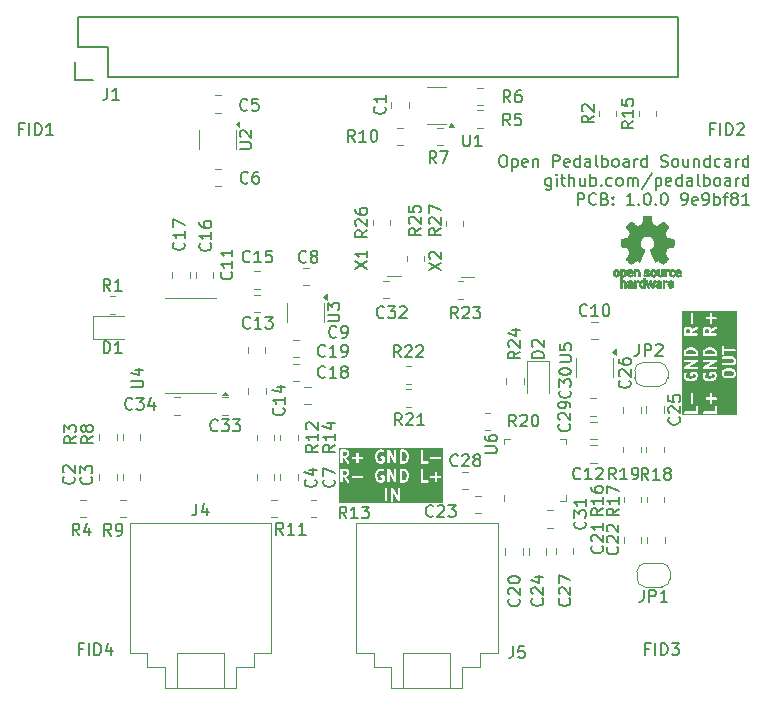
<source format=gbr>
%TF.GenerationSoftware,KiCad,Pcbnew,8.0.4+1*%
%TF.CreationDate,2024-10-16T16:53:17+00:00*%
%TF.ProjectId,pedalboard-soundcard,70656461-6c62-46f6-9172-642d736f756e,1.0.0*%
%TF.SameCoordinates,Original*%
%TF.FileFunction,Legend,Top*%
%TF.FilePolarity,Positive*%
%FSLAX46Y46*%
G04 Gerber Fmt 4.6, Leading zero omitted, Abs format (unit mm)*
G04 Created by KiCad (PCBNEW 8.0.4+1) date 2024-10-16 16:53:17*
%MOMM*%
%LPD*%
G01*
G04 APERTURE LIST*
%ADD10C,0.200000*%
%ADD11C,0.150000*%
%ADD12C,0.120000*%
%ADD13C,0.010000*%
G04 APERTURE END LIST*
D10*
G36*
X83244224Y-91912296D02*
G01*
X83311297Y-91979369D01*
X83346749Y-92050274D01*
X83388720Y-92218155D01*
X83388720Y-92336393D01*
X83346749Y-92504274D01*
X83311296Y-92575180D01*
X83244225Y-92642253D01*
X83139160Y-92677275D01*
X83017292Y-92677275D01*
X83017292Y-91877275D01*
X83139160Y-91877275D01*
X83244224Y-91912296D01*
G37*
G36*
X78286627Y-91907080D02*
G01*
X78311296Y-91931748D01*
X78341101Y-91991358D01*
X78341101Y-92087001D01*
X78311296Y-92146610D01*
X78286627Y-92171278D01*
X78227018Y-92201084D01*
X77969673Y-92201084D01*
X77969673Y-91877275D01*
X78227018Y-91877275D01*
X78286627Y-91907080D01*
G37*
G36*
X83244224Y-90302352D02*
G01*
X83311297Y-90369425D01*
X83346749Y-90440330D01*
X83388720Y-90608211D01*
X83388720Y-90726449D01*
X83346749Y-90894330D01*
X83311296Y-90965236D01*
X83244225Y-91032309D01*
X83139160Y-91067331D01*
X83017292Y-91067331D01*
X83017292Y-90267331D01*
X83139160Y-90267331D01*
X83244224Y-90302352D01*
G37*
G36*
X78286627Y-90297136D02*
G01*
X78311296Y-90321804D01*
X78341101Y-90381414D01*
X78341101Y-90477057D01*
X78311296Y-90536666D01*
X78286627Y-90561334D01*
X78227018Y-90591140D01*
X77969673Y-90591140D01*
X77969673Y-90267331D01*
X78227018Y-90267331D01*
X78286627Y-90297136D01*
G37*
G36*
X86459816Y-94598086D02*
G01*
X77658562Y-94598086D01*
X77658562Y-93387219D01*
X81579198Y-93387219D01*
X81579198Y-94387219D01*
X81581119Y-94406728D01*
X81596051Y-94442776D01*
X81623641Y-94470366D01*
X81659689Y-94485298D01*
X81698707Y-94485298D01*
X81734755Y-94470366D01*
X81762345Y-94442776D01*
X81777277Y-94406728D01*
X81779198Y-94387219D01*
X81779198Y-93387219D01*
X82055388Y-93387219D01*
X82055388Y-94387219D01*
X82057309Y-94406728D01*
X82072241Y-94442776D01*
X82099831Y-94470366D01*
X82135879Y-94485298D01*
X82174897Y-94485298D01*
X82210945Y-94470366D01*
X82238535Y-94442776D01*
X82253467Y-94406728D01*
X82255388Y-94387219D01*
X82255388Y-93763775D01*
X82639992Y-94436833D01*
X82642910Y-94440943D01*
X82643669Y-94442776D01*
X82645535Y-94444642D01*
X82651339Y-94452818D01*
X82661855Y-94460962D01*
X82671259Y-94470366D01*
X82677146Y-94472804D01*
X82682188Y-94476709D01*
X82695020Y-94480208D01*
X82707307Y-94485298D01*
X82713683Y-94485298D01*
X82719832Y-94486975D01*
X82733025Y-94485298D01*
X82746325Y-94485298D01*
X82752213Y-94482858D01*
X82758538Y-94482055D01*
X82770087Y-94475454D01*
X82782373Y-94470366D01*
X82786880Y-94465858D01*
X82792415Y-94462696D01*
X82800559Y-94452179D01*
X82809963Y-94442776D01*
X82812401Y-94436888D01*
X82816306Y-94431847D01*
X82819805Y-94419014D01*
X82824895Y-94406728D01*
X82825877Y-94396750D01*
X82826572Y-94394204D01*
X82826321Y-94392236D01*
X82826816Y-94387219D01*
X82826816Y-93387219D01*
X82824895Y-93367710D01*
X82809963Y-93331662D01*
X82782373Y-93304072D01*
X82746325Y-93289140D01*
X82707307Y-93289140D01*
X82671259Y-93304072D01*
X82643669Y-93331662D01*
X82628737Y-93367710D01*
X82626816Y-93387219D01*
X82626816Y-94010662D01*
X82242212Y-93337605D01*
X82239293Y-93333494D01*
X82238535Y-93331662D01*
X82236668Y-93329795D01*
X82230865Y-93321620D01*
X82220350Y-93313477D01*
X82210945Y-93304072D01*
X82205054Y-93301632D01*
X82200016Y-93297730D01*
X82187187Y-93294231D01*
X82174897Y-93289140D01*
X82168522Y-93289140D01*
X82162373Y-93287463D01*
X82149180Y-93289140D01*
X82135879Y-93289140D01*
X82129990Y-93291579D01*
X82123666Y-93292383D01*
X82112116Y-93298983D01*
X82099831Y-93304072D01*
X82095323Y-93308579D01*
X82089789Y-93311742D01*
X82081646Y-93322256D01*
X82072241Y-93331662D01*
X82069801Y-93337552D01*
X82065899Y-93342591D01*
X82062400Y-93355419D01*
X82057309Y-93367710D01*
X82056326Y-93377687D01*
X82055632Y-93380234D01*
X82055882Y-93382201D01*
X82055388Y-93387219D01*
X81779198Y-93387219D01*
X81777277Y-93367710D01*
X81762345Y-93331662D01*
X81734755Y-93304072D01*
X81698707Y-93289140D01*
X81659689Y-93289140D01*
X81623641Y-93304072D01*
X81596051Y-93331662D01*
X81581119Y-93367710D01*
X81579198Y-93387219D01*
X77658562Y-93387219D01*
X77658562Y-91777275D01*
X77769673Y-91777275D01*
X77769673Y-92777275D01*
X77771594Y-92796784D01*
X77786526Y-92832832D01*
X77814116Y-92860422D01*
X77850164Y-92875354D01*
X77889182Y-92875354D01*
X77925230Y-92860422D01*
X77952820Y-92832832D01*
X77967752Y-92796784D01*
X77969673Y-92777275D01*
X77969673Y-92401084D01*
X78055703Y-92401084D01*
X78359178Y-92834621D01*
X78371939Y-92849502D01*
X78404844Y-92870471D01*
X78443269Y-92877252D01*
X78481363Y-92868812D01*
X78513328Y-92846437D01*
X78534297Y-92813532D01*
X78541078Y-92775108D01*
X78532638Y-92737013D01*
X78523024Y-92719929D01*
X78293056Y-92391403D01*
X78295346Y-92390527D01*
X78322774Y-92376813D01*
X78771594Y-92376813D01*
X78771594Y-92415831D01*
X78786526Y-92451879D01*
X78814116Y-92479469D01*
X78850164Y-92494401D01*
X78869673Y-92496322D01*
X79631578Y-92496322D01*
X79651087Y-92494401D01*
X79687135Y-92479469D01*
X79714725Y-92451879D01*
X79729657Y-92415831D01*
X79729657Y-92376813D01*
X79714725Y-92340765D01*
X79687135Y-92313175D01*
X79651087Y-92298243D01*
X79631578Y-92296322D01*
X78869673Y-92296322D01*
X78850164Y-92298243D01*
X78814116Y-92313175D01*
X78786526Y-92340765D01*
X78771594Y-92376813D01*
X78322774Y-92376813D01*
X78390584Y-92342908D01*
X78398980Y-92337622D01*
X78401420Y-92336612D01*
X78404166Y-92334358D01*
X78407174Y-92332465D01*
X78408903Y-92330470D01*
X78416574Y-92324176D01*
X78464192Y-92276557D01*
X78470484Y-92268890D01*
X78472482Y-92267158D01*
X78474375Y-92264149D01*
X78476629Y-92261404D01*
X78477639Y-92258963D01*
X78482925Y-92250567D01*
X78505286Y-92205846D01*
X80722054Y-92205846D01*
X80722054Y-92348703D01*
X80722389Y-92352105D01*
X80722172Y-92353564D01*
X80723251Y-92360861D01*
X80723975Y-92368212D01*
X80724539Y-92369575D01*
X80725040Y-92372957D01*
X80772659Y-92563432D01*
X80773172Y-92564869D01*
X80773224Y-92565592D01*
X80776332Y-92573716D01*
X80779254Y-92581893D01*
X80779684Y-92582473D01*
X80780230Y-92583900D01*
X80827849Y-92679138D01*
X80833131Y-92687530D01*
X80834144Y-92689974D01*
X80836400Y-92692723D01*
X80838292Y-92695728D01*
X80840286Y-92697457D01*
X80846581Y-92705127D01*
X80941819Y-92800367D01*
X80956972Y-92812803D01*
X80960291Y-92814178D01*
X80963007Y-92816533D01*
X80980907Y-92824524D01*
X81123764Y-92872143D01*
X81133436Y-92874342D01*
X81135878Y-92875354D01*
X81139415Y-92875702D01*
X81142879Y-92876490D01*
X81145513Y-92876302D01*
X81155387Y-92877275D01*
X81250625Y-92877275D01*
X81260498Y-92876302D01*
X81263132Y-92876490D01*
X81266595Y-92875702D01*
X81270134Y-92875354D01*
X81272576Y-92874342D01*
X81282248Y-92872143D01*
X81425104Y-92824524D01*
X81443005Y-92816533D01*
X81445720Y-92814178D01*
X81449040Y-92812803D01*
X81464193Y-92800366D01*
X81511812Y-92752746D01*
X81524249Y-92737593D01*
X81539180Y-92701544D01*
X81541101Y-92682036D01*
X81541101Y-92348703D01*
X81539180Y-92329194D01*
X81524248Y-92293146D01*
X81496658Y-92265556D01*
X81460610Y-92250624D01*
X81441101Y-92248703D01*
X81250625Y-92248703D01*
X81231116Y-92250624D01*
X81195068Y-92265556D01*
X81167478Y-92293146D01*
X81152546Y-92329194D01*
X81152546Y-92368212D01*
X81167478Y-92404260D01*
X81195068Y-92431850D01*
X81231116Y-92446782D01*
X81250625Y-92448703D01*
X81341101Y-92448703D01*
X81341101Y-92640615D01*
X81339462Y-92642253D01*
X81234398Y-92677275D01*
X81171613Y-92677275D01*
X81066548Y-92642253D01*
X80999478Y-92575183D01*
X80964024Y-92504274D01*
X80922054Y-92336393D01*
X80922054Y-92218156D01*
X80964024Y-92050274D01*
X80999477Y-91979368D01*
X81066549Y-91912296D01*
X81171613Y-91877275D01*
X81274637Y-91877275D01*
X81348760Y-91914337D01*
X81367069Y-91921343D01*
X81405989Y-91924109D01*
X81443005Y-91911770D01*
X81472482Y-91886205D01*
X81489931Y-91851307D01*
X81492696Y-91812387D01*
X81480993Y-91777275D01*
X81769673Y-91777275D01*
X81769673Y-92777275D01*
X81771594Y-92796784D01*
X81786526Y-92832832D01*
X81814116Y-92860422D01*
X81850164Y-92875354D01*
X81889182Y-92875354D01*
X81925230Y-92860422D01*
X81952820Y-92832832D01*
X81967752Y-92796784D01*
X81969673Y-92777275D01*
X81969673Y-92153831D01*
X82354277Y-92826889D01*
X82357195Y-92830999D01*
X82357954Y-92832832D01*
X82359820Y-92834698D01*
X82365624Y-92842874D01*
X82376140Y-92851018D01*
X82385544Y-92860422D01*
X82391431Y-92862860D01*
X82396473Y-92866765D01*
X82409305Y-92870264D01*
X82421592Y-92875354D01*
X82427968Y-92875354D01*
X82434117Y-92877031D01*
X82447310Y-92875354D01*
X82460610Y-92875354D01*
X82466498Y-92872914D01*
X82472823Y-92872111D01*
X82484372Y-92865510D01*
X82496658Y-92860422D01*
X82501165Y-92855914D01*
X82506700Y-92852752D01*
X82514844Y-92842235D01*
X82524248Y-92832832D01*
X82526686Y-92826944D01*
X82530591Y-92821903D01*
X82534090Y-92809070D01*
X82539180Y-92796784D01*
X82540162Y-92786806D01*
X82540857Y-92784260D01*
X82540606Y-92782292D01*
X82541101Y-92777275D01*
X82541101Y-91777275D01*
X82817292Y-91777275D01*
X82817292Y-92777275D01*
X82819213Y-92796784D01*
X82834145Y-92832832D01*
X82861735Y-92860422D01*
X82897783Y-92875354D01*
X82917292Y-92877275D01*
X83155387Y-92877275D01*
X83165260Y-92876302D01*
X83167894Y-92876490D01*
X83171357Y-92875702D01*
X83174896Y-92875354D01*
X83177338Y-92874342D01*
X83187010Y-92872143D01*
X83329866Y-92824524D01*
X83347767Y-92816533D01*
X83350482Y-92814178D01*
X83353802Y-92812803D01*
X83368955Y-92800366D01*
X83464193Y-92705127D01*
X83470485Y-92697460D01*
X83472482Y-92695729D01*
X83474375Y-92692721D01*
X83476630Y-92689974D01*
X83477641Y-92687532D01*
X83482925Y-92679138D01*
X83530544Y-92583901D01*
X83531090Y-92582472D01*
X83531520Y-92581893D01*
X83534441Y-92573716D01*
X83537550Y-92565592D01*
X83537601Y-92564871D01*
X83538115Y-92563433D01*
X83585734Y-92372957D01*
X83586234Y-92369575D01*
X83586799Y-92368212D01*
X83587522Y-92360861D01*
X83588602Y-92353564D01*
X83588384Y-92352105D01*
X83588720Y-92348703D01*
X83588720Y-92205846D01*
X83588384Y-92202443D01*
X83588602Y-92200985D01*
X83587522Y-92193687D01*
X83586799Y-92186337D01*
X83586234Y-92184973D01*
X83585734Y-92181592D01*
X83538115Y-91991116D01*
X83537601Y-91989677D01*
X83537550Y-91988957D01*
X83534441Y-91980832D01*
X83531520Y-91972656D01*
X83531090Y-91972076D01*
X83530544Y-91970648D01*
X83482925Y-91875411D01*
X83477638Y-91867012D01*
X83476629Y-91864575D01*
X83474377Y-91861831D01*
X83472482Y-91858820D01*
X83470484Y-91857087D01*
X83464193Y-91849421D01*
X83392047Y-91777275D01*
X84579197Y-91777275D01*
X84579197Y-92777275D01*
X84581118Y-92796784D01*
X84596050Y-92832832D01*
X84623640Y-92860422D01*
X84659688Y-92875354D01*
X84679197Y-92877275D01*
X85155387Y-92877275D01*
X85174896Y-92875354D01*
X85210944Y-92860422D01*
X85238534Y-92832832D01*
X85253466Y-92796784D01*
X85253466Y-92757766D01*
X85238534Y-92721718D01*
X85210944Y-92694128D01*
X85174896Y-92679196D01*
X85155387Y-92677275D01*
X84779197Y-92677275D01*
X84779197Y-92376813D01*
X85390642Y-92376813D01*
X85390642Y-92415831D01*
X85405574Y-92451879D01*
X85433164Y-92479469D01*
X85469212Y-92494401D01*
X85488721Y-92496322D01*
X85769673Y-92496322D01*
X85769673Y-92777275D01*
X85771594Y-92796784D01*
X85786526Y-92832832D01*
X85814116Y-92860422D01*
X85850164Y-92875354D01*
X85889182Y-92875354D01*
X85925230Y-92860422D01*
X85952820Y-92832832D01*
X85967752Y-92796784D01*
X85969673Y-92777275D01*
X85969673Y-92496322D01*
X86250626Y-92496322D01*
X86270135Y-92494401D01*
X86306183Y-92479469D01*
X86333773Y-92451879D01*
X86348705Y-92415831D01*
X86348705Y-92376813D01*
X86333773Y-92340765D01*
X86306183Y-92313175D01*
X86270135Y-92298243D01*
X86250626Y-92296322D01*
X85969673Y-92296322D01*
X85969673Y-92015370D01*
X85967752Y-91995861D01*
X85952820Y-91959813D01*
X85925230Y-91932223D01*
X85889182Y-91917291D01*
X85850164Y-91917291D01*
X85814116Y-91932223D01*
X85786526Y-91959813D01*
X85771594Y-91995861D01*
X85769673Y-92015370D01*
X85769673Y-92296322D01*
X85488721Y-92296322D01*
X85469212Y-92298243D01*
X85433164Y-92313175D01*
X85405574Y-92340765D01*
X85390642Y-92376813D01*
X84779197Y-92376813D01*
X84779197Y-91777275D01*
X84777276Y-91757766D01*
X84762344Y-91721718D01*
X84734754Y-91694128D01*
X84698706Y-91679196D01*
X84659688Y-91679196D01*
X84623640Y-91694128D01*
X84596050Y-91721718D01*
X84581118Y-91757766D01*
X84579197Y-91777275D01*
X83392047Y-91777275D01*
X83368955Y-91754183D01*
X83353801Y-91741747D01*
X83350482Y-91740372D01*
X83347767Y-91738017D01*
X83329866Y-91730026D01*
X83187010Y-91682407D01*
X83177338Y-91680207D01*
X83174896Y-91679196D01*
X83171357Y-91678847D01*
X83167894Y-91678060D01*
X83165260Y-91678247D01*
X83155387Y-91677275D01*
X82917292Y-91677275D01*
X82897783Y-91679196D01*
X82861735Y-91694128D01*
X82834145Y-91721718D01*
X82819213Y-91757766D01*
X82817292Y-91777275D01*
X82541101Y-91777275D01*
X82539180Y-91757766D01*
X82524248Y-91721718D01*
X82496658Y-91694128D01*
X82460610Y-91679196D01*
X82421592Y-91679196D01*
X82385544Y-91694128D01*
X82357954Y-91721718D01*
X82343022Y-91757766D01*
X82341101Y-91777275D01*
X82341101Y-92400718D01*
X81956497Y-91727661D01*
X81953578Y-91723550D01*
X81952820Y-91721718D01*
X81950953Y-91719851D01*
X81945150Y-91711676D01*
X81934635Y-91703533D01*
X81925230Y-91694128D01*
X81919339Y-91691688D01*
X81914301Y-91687786D01*
X81901472Y-91684287D01*
X81889182Y-91679196D01*
X81882807Y-91679196D01*
X81876658Y-91677519D01*
X81863465Y-91679196D01*
X81850164Y-91679196D01*
X81844275Y-91681635D01*
X81837951Y-91682439D01*
X81826401Y-91689039D01*
X81814116Y-91694128D01*
X81809608Y-91698635D01*
X81804074Y-91701798D01*
X81795931Y-91712312D01*
X81786526Y-91721718D01*
X81784086Y-91727608D01*
X81780184Y-91732647D01*
X81776685Y-91745475D01*
X81771594Y-91757766D01*
X81770611Y-91767743D01*
X81769917Y-91770290D01*
X81770167Y-91772257D01*
X81769673Y-91777275D01*
X81480993Y-91777275D01*
X81480358Y-91775371D01*
X81454793Y-91745894D01*
X81438203Y-91735451D01*
X81342965Y-91687832D01*
X81324657Y-91680826D01*
X81321073Y-91680571D01*
X81317753Y-91679196D01*
X81298244Y-91677275D01*
X81155387Y-91677275D01*
X81145513Y-91678247D01*
X81142879Y-91678060D01*
X81139415Y-91678847D01*
X81135878Y-91679196D01*
X81133436Y-91680207D01*
X81123764Y-91682407D01*
X80980907Y-91730026D01*
X80963007Y-91738017D01*
X80960291Y-91740372D01*
X80956973Y-91741747D01*
X80941819Y-91754183D01*
X80846581Y-91849421D01*
X80840286Y-91857091D01*
X80838292Y-91858821D01*
X80836398Y-91861828D01*
X80834145Y-91864575D01*
X80833134Y-91867014D01*
X80827849Y-91875411D01*
X80780230Y-91970649D01*
X80779684Y-91972075D01*
X80779254Y-91972656D01*
X80776332Y-91980832D01*
X80773224Y-91988957D01*
X80773172Y-91989679D01*
X80772659Y-91991117D01*
X80725040Y-92181592D01*
X80724539Y-92184973D01*
X80723975Y-92186337D01*
X80723251Y-92193687D01*
X80722172Y-92200985D01*
X80722389Y-92202443D01*
X80722054Y-92205846D01*
X78505286Y-92205846D01*
X78530544Y-92155330D01*
X78537550Y-92137021D01*
X78537804Y-92133437D01*
X78539180Y-92130117D01*
X78541101Y-92110608D01*
X78541101Y-91967751D01*
X78539180Y-91948242D01*
X78537804Y-91944921D01*
X78537550Y-91941338D01*
X78530544Y-91923029D01*
X78482925Y-91827792D01*
X78477639Y-91819395D01*
X78476629Y-91816955D01*
X78474375Y-91814209D01*
X78472482Y-91811201D01*
X78470484Y-91809468D01*
X78464192Y-91801802D01*
X78416574Y-91754183D01*
X78408903Y-91747888D01*
X78407174Y-91745894D01*
X78404166Y-91744000D01*
X78401420Y-91741747D01*
X78398980Y-91740736D01*
X78390584Y-91735451D01*
X78295346Y-91687832D01*
X78277038Y-91680826D01*
X78273454Y-91680571D01*
X78270134Y-91679196D01*
X78250625Y-91677275D01*
X77869673Y-91677275D01*
X77850164Y-91679196D01*
X77814116Y-91694128D01*
X77786526Y-91721718D01*
X77771594Y-91757766D01*
X77769673Y-91777275D01*
X77658562Y-91777275D01*
X77658562Y-90167331D01*
X77769673Y-90167331D01*
X77769673Y-91167331D01*
X77771594Y-91186840D01*
X77786526Y-91222888D01*
X77814116Y-91250478D01*
X77850164Y-91265410D01*
X77889182Y-91265410D01*
X77925230Y-91250478D01*
X77952820Y-91222888D01*
X77967752Y-91186840D01*
X77969673Y-91167331D01*
X77969673Y-90791140D01*
X78055703Y-90791140D01*
X78359178Y-91224677D01*
X78371939Y-91239558D01*
X78404844Y-91260527D01*
X78443269Y-91267308D01*
X78481363Y-91258868D01*
X78513328Y-91236493D01*
X78534297Y-91203588D01*
X78541078Y-91165164D01*
X78532638Y-91127069D01*
X78523024Y-91109985D01*
X78293056Y-90781459D01*
X78295346Y-90780583D01*
X78322774Y-90766869D01*
X78771594Y-90766869D01*
X78771594Y-90805887D01*
X78786526Y-90841935D01*
X78814116Y-90869525D01*
X78850164Y-90884457D01*
X78869673Y-90886378D01*
X79150625Y-90886378D01*
X79150625Y-91167331D01*
X79152546Y-91186840D01*
X79167478Y-91222888D01*
X79195068Y-91250478D01*
X79231116Y-91265410D01*
X79270134Y-91265410D01*
X79306182Y-91250478D01*
X79333772Y-91222888D01*
X79348704Y-91186840D01*
X79350625Y-91167331D01*
X79350625Y-90886378D01*
X79631578Y-90886378D01*
X79651087Y-90884457D01*
X79687135Y-90869525D01*
X79714725Y-90841935D01*
X79729657Y-90805887D01*
X79729657Y-90766869D01*
X79714725Y-90730821D01*
X79687135Y-90703231D01*
X79651087Y-90688299D01*
X79631578Y-90686378D01*
X79350625Y-90686378D01*
X79350625Y-90595902D01*
X80722054Y-90595902D01*
X80722054Y-90738759D01*
X80722389Y-90742161D01*
X80722172Y-90743620D01*
X80723251Y-90750917D01*
X80723975Y-90758268D01*
X80724539Y-90759631D01*
X80725040Y-90763013D01*
X80772659Y-90953488D01*
X80773172Y-90954925D01*
X80773224Y-90955648D01*
X80776332Y-90963772D01*
X80779254Y-90971949D01*
X80779684Y-90972529D01*
X80780230Y-90973956D01*
X80827849Y-91069194D01*
X80833131Y-91077586D01*
X80834144Y-91080030D01*
X80836400Y-91082779D01*
X80838292Y-91085784D01*
X80840286Y-91087513D01*
X80846581Y-91095183D01*
X80941819Y-91190423D01*
X80956972Y-91202859D01*
X80960291Y-91204234D01*
X80963007Y-91206589D01*
X80980907Y-91214580D01*
X81123764Y-91262199D01*
X81133436Y-91264398D01*
X81135878Y-91265410D01*
X81139415Y-91265758D01*
X81142879Y-91266546D01*
X81145513Y-91266358D01*
X81155387Y-91267331D01*
X81250625Y-91267331D01*
X81260498Y-91266358D01*
X81263132Y-91266546D01*
X81266595Y-91265758D01*
X81270134Y-91265410D01*
X81272576Y-91264398D01*
X81282248Y-91262199D01*
X81425104Y-91214580D01*
X81443005Y-91206589D01*
X81445720Y-91204234D01*
X81449040Y-91202859D01*
X81464193Y-91190422D01*
X81511812Y-91142802D01*
X81524249Y-91127649D01*
X81539180Y-91091600D01*
X81541101Y-91072092D01*
X81541101Y-90738759D01*
X81539180Y-90719250D01*
X81524248Y-90683202D01*
X81496658Y-90655612D01*
X81460610Y-90640680D01*
X81441101Y-90638759D01*
X81250625Y-90638759D01*
X81231116Y-90640680D01*
X81195068Y-90655612D01*
X81167478Y-90683202D01*
X81152546Y-90719250D01*
X81152546Y-90758268D01*
X81167478Y-90794316D01*
X81195068Y-90821906D01*
X81231116Y-90836838D01*
X81250625Y-90838759D01*
X81341101Y-90838759D01*
X81341101Y-91030671D01*
X81339462Y-91032309D01*
X81234398Y-91067331D01*
X81171613Y-91067331D01*
X81066548Y-91032309D01*
X80999478Y-90965239D01*
X80964024Y-90894330D01*
X80922054Y-90726449D01*
X80922054Y-90608212D01*
X80964024Y-90440330D01*
X80999477Y-90369424D01*
X81066549Y-90302352D01*
X81171613Y-90267331D01*
X81274637Y-90267331D01*
X81348760Y-90304393D01*
X81367069Y-90311399D01*
X81405989Y-90314165D01*
X81443005Y-90301826D01*
X81472482Y-90276261D01*
X81489931Y-90241363D01*
X81492696Y-90202443D01*
X81480993Y-90167331D01*
X81769673Y-90167331D01*
X81769673Y-91167331D01*
X81771594Y-91186840D01*
X81786526Y-91222888D01*
X81814116Y-91250478D01*
X81850164Y-91265410D01*
X81889182Y-91265410D01*
X81925230Y-91250478D01*
X81952820Y-91222888D01*
X81967752Y-91186840D01*
X81969673Y-91167331D01*
X81969673Y-90543887D01*
X82354277Y-91216945D01*
X82357195Y-91221055D01*
X82357954Y-91222888D01*
X82359820Y-91224754D01*
X82365624Y-91232930D01*
X82376140Y-91241074D01*
X82385544Y-91250478D01*
X82391431Y-91252916D01*
X82396473Y-91256821D01*
X82409305Y-91260320D01*
X82421592Y-91265410D01*
X82427968Y-91265410D01*
X82434117Y-91267087D01*
X82447310Y-91265410D01*
X82460610Y-91265410D01*
X82466498Y-91262970D01*
X82472823Y-91262167D01*
X82484372Y-91255566D01*
X82496658Y-91250478D01*
X82501165Y-91245970D01*
X82506700Y-91242808D01*
X82514844Y-91232291D01*
X82524248Y-91222888D01*
X82526686Y-91217000D01*
X82530591Y-91211959D01*
X82534090Y-91199126D01*
X82539180Y-91186840D01*
X82540162Y-91176862D01*
X82540857Y-91174316D01*
X82540606Y-91172348D01*
X82541101Y-91167331D01*
X82541101Y-90167331D01*
X82817292Y-90167331D01*
X82817292Y-91167331D01*
X82819213Y-91186840D01*
X82834145Y-91222888D01*
X82861735Y-91250478D01*
X82897783Y-91265410D01*
X82917292Y-91267331D01*
X83155387Y-91267331D01*
X83165260Y-91266358D01*
X83167894Y-91266546D01*
X83171357Y-91265758D01*
X83174896Y-91265410D01*
X83177338Y-91264398D01*
X83187010Y-91262199D01*
X83329866Y-91214580D01*
X83347767Y-91206589D01*
X83350482Y-91204234D01*
X83353802Y-91202859D01*
X83368955Y-91190422D01*
X83464193Y-91095183D01*
X83470485Y-91087516D01*
X83472482Y-91085785D01*
X83474375Y-91082777D01*
X83476630Y-91080030D01*
X83477641Y-91077588D01*
X83482925Y-91069194D01*
X83530544Y-90973957D01*
X83531090Y-90972528D01*
X83531520Y-90971949D01*
X83534441Y-90963772D01*
X83537550Y-90955648D01*
X83537601Y-90954927D01*
X83538115Y-90953489D01*
X83585734Y-90763013D01*
X83586234Y-90759631D01*
X83586799Y-90758268D01*
X83587522Y-90750917D01*
X83588602Y-90743620D01*
X83588384Y-90742161D01*
X83588720Y-90738759D01*
X83588720Y-90595902D01*
X83588384Y-90592499D01*
X83588602Y-90591041D01*
X83587522Y-90583743D01*
X83586799Y-90576393D01*
X83586234Y-90575029D01*
X83585734Y-90571648D01*
X83538115Y-90381172D01*
X83537601Y-90379733D01*
X83537550Y-90379013D01*
X83534441Y-90370888D01*
X83531520Y-90362712D01*
X83531090Y-90362132D01*
X83530544Y-90360704D01*
X83482925Y-90265467D01*
X83477638Y-90257068D01*
X83476629Y-90254631D01*
X83474377Y-90251887D01*
X83472482Y-90248876D01*
X83470484Y-90247143D01*
X83464193Y-90239477D01*
X83392047Y-90167331D01*
X84579197Y-90167331D01*
X84579197Y-91167331D01*
X84581118Y-91186840D01*
X84596050Y-91222888D01*
X84623640Y-91250478D01*
X84659688Y-91265410D01*
X84679197Y-91267331D01*
X85155387Y-91267331D01*
X85174896Y-91265410D01*
X85210944Y-91250478D01*
X85238534Y-91222888D01*
X85253466Y-91186840D01*
X85253466Y-91147822D01*
X85238534Y-91111774D01*
X85210944Y-91084184D01*
X85174896Y-91069252D01*
X85155387Y-91067331D01*
X84779197Y-91067331D01*
X84779197Y-90766869D01*
X85390642Y-90766869D01*
X85390642Y-90805887D01*
X85405574Y-90841935D01*
X85433164Y-90869525D01*
X85469212Y-90884457D01*
X85488721Y-90886378D01*
X86250626Y-90886378D01*
X86270135Y-90884457D01*
X86306183Y-90869525D01*
X86333773Y-90841935D01*
X86348705Y-90805887D01*
X86348705Y-90766869D01*
X86333773Y-90730821D01*
X86306183Y-90703231D01*
X86270135Y-90688299D01*
X86250626Y-90686378D01*
X85488721Y-90686378D01*
X85469212Y-90688299D01*
X85433164Y-90703231D01*
X85405574Y-90730821D01*
X85390642Y-90766869D01*
X84779197Y-90766869D01*
X84779197Y-90167331D01*
X84777276Y-90147822D01*
X84762344Y-90111774D01*
X84734754Y-90084184D01*
X84698706Y-90069252D01*
X84659688Y-90069252D01*
X84623640Y-90084184D01*
X84596050Y-90111774D01*
X84581118Y-90147822D01*
X84579197Y-90167331D01*
X83392047Y-90167331D01*
X83368955Y-90144239D01*
X83353801Y-90131803D01*
X83350482Y-90130428D01*
X83347767Y-90128073D01*
X83329866Y-90120082D01*
X83187010Y-90072463D01*
X83177338Y-90070263D01*
X83174896Y-90069252D01*
X83171357Y-90068903D01*
X83167894Y-90068116D01*
X83165260Y-90068303D01*
X83155387Y-90067331D01*
X82917292Y-90067331D01*
X82897783Y-90069252D01*
X82861735Y-90084184D01*
X82834145Y-90111774D01*
X82819213Y-90147822D01*
X82817292Y-90167331D01*
X82541101Y-90167331D01*
X82539180Y-90147822D01*
X82524248Y-90111774D01*
X82496658Y-90084184D01*
X82460610Y-90069252D01*
X82421592Y-90069252D01*
X82385544Y-90084184D01*
X82357954Y-90111774D01*
X82343022Y-90147822D01*
X82341101Y-90167331D01*
X82341101Y-90790774D01*
X81956497Y-90117717D01*
X81953578Y-90113606D01*
X81952820Y-90111774D01*
X81950953Y-90109907D01*
X81945150Y-90101732D01*
X81934635Y-90093589D01*
X81925230Y-90084184D01*
X81919339Y-90081744D01*
X81914301Y-90077842D01*
X81901472Y-90074343D01*
X81889182Y-90069252D01*
X81882807Y-90069252D01*
X81876658Y-90067575D01*
X81863465Y-90069252D01*
X81850164Y-90069252D01*
X81844275Y-90071691D01*
X81837951Y-90072495D01*
X81826401Y-90079095D01*
X81814116Y-90084184D01*
X81809608Y-90088691D01*
X81804074Y-90091854D01*
X81795931Y-90102368D01*
X81786526Y-90111774D01*
X81784086Y-90117664D01*
X81780184Y-90122703D01*
X81776685Y-90135531D01*
X81771594Y-90147822D01*
X81770611Y-90157799D01*
X81769917Y-90160346D01*
X81770167Y-90162313D01*
X81769673Y-90167331D01*
X81480993Y-90167331D01*
X81480358Y-90165427D01*
X81454793Y-90135950D01*
X81438203Y-90125507D01*
X81342965Y-90077888D01*
X81324657Y-90070882D01*
X81321073Y-90070627D01*
X81317753Y-90069252D01*
X81298244Y-90067331D01*
X81155387Y-90067331D01*
X81145513Y-90068303D01*
X81142879Y-90068116D01*
X81139415Y-90068903D01*
X81135878Y-90069252D01*
X81133436Y-90070263D01*
X81123764Y-90072463D01*
X80980907Y-90120082D01*
X80963007Y-90128073D01*
X80960291Y-90130428D01*
X80956973Y-90131803D01*
X80941819Y-90144239D01*
X80846581Y-90239477D01*
X80840286Y-90247147D01*
X80838292Y-90248877D01*
X80836398Y-90251884D01*
X80834145Y-90254631D01*
X80833134Y-90257070D01*
X80827849Y-90265467D01*
X80780230Y-90360705D01*
X80779684Y-90362131D01*
X80779254Y-90362712D01*
X80776332Y-90370888D01*
X80773224Y-90379013D01*
X80773172Y-90379735D01*
X80772659Y-90381173D01*
X80725040Y-90571648D01*
X80724539Y-90575029D01*
X80723975Y-90576393D01*
X80723251Y-90583743D01*
X80722172Y-90591041D01*
X80722389Y-90592499D01*
X80722054Y-90595902D01*
X79350625Y-90595902D01*
X79350625Y-90405426D01*
X79348704Y-90385917D01*
X79333772Y-90349869D01*
X79306182Y-90322279D01*
X79270134Y-90307347D01*
X79231116Y-90307347D01*
X79195068Y-90322279D01*
X79167478Y-90349869D01*
X79152546Y-90385917D01*
X79150625Y-90405426D01*
X79150625Y-90686378D01*
X78869673Y-90686378D01*
X78850164Y-90688299D01*
X78814116Y-90703231D01*
X78786526Y-90730821D01*
X78771594Y-90766869D01*
X78322774Y-90766869D01*
X78390584Y-90732964D01*
X78398980Y-90727678D01*
X78401420Y-90726668D01*
X78404166Y-90724414D01*
X78407174Y-90722521D01*
X78408903Y-90720526D01*
X78416574Y-90714232D01*
X78464192Y-90666613D01*
X78470484Y-90658946D01*
X78472482Y-90657214D01*
X78474375Y-90654205D01*
X78476629Y-90651460D01*
X78477639Y-90649019D01*
X78482925Y-90640623D01*
X78530544Y-90545386D01*
X78537550Y-90527077D01*
X78537804Y-90523493D01*
X78539180Y-90520173D01*
X78541101Y-90500664D01*
X78541101Y-90357807D01*
X78539180Y-90338298D01*
X78537804Y-90334977D01*
X78537550Y-90331394D01*
X78530544Y-90313085D01*
X78482925Y-90217848D01*
X78477639Y-90209451D01*
X78476629Y-90207011D01*
X78474375Y-90204265D01*
X78472482Y-90201257D01*
X78470484Y-90199524D01*
X78464192Y-90191858D01*
X78416574Y-90144239D01*
X78408903Y-90137944D01*
X78407174Y-90135950D01*
X78404166Y-90134056D01*
X78401420Y-90131803D01*
X78398980Y-90130792D01*
X78390584Y-90125507D01*
X78295346Y-90077888D01*
X78277038Y-90070882D01*
X78273454Y-90070627D01*
X78270134Y-90069252D01*
X78250625Y-90067331D01*
X77869673Y-90067331D01*
X77850164Y-90069252D01*
X77814116Y-90084184D01*
X77786526Y-90111774D01*
X77771594Y-90147822D01*
X77769673Y-90167331D01*
X77658562Y-90167331D01*
X77658562Y-89956220D01*
X86459816Y-89956220D01*
X86459816Y-94598086D01*
G37*
D11*
X91486074Y-65129931D02*
X91676550Y-65129931D01*
X91676550Y-65129931D02*
X91771788Y-65177550D01*
X91771788Y-65177550D02*
X91867026Y-65272788D01*
X91867026Y-65272788D02*
X91914645Y-65463264D01*
X91914645Y-65463264D02*
X91914645Y-65796597D01*
X91914645Y-65796597D02*
X91867026Y-65987073D01*
X91867026Y-65987073D02*
X91771788Y-66082312D01*
X91771788Y-66082312D02*
X91676550Y-66129931D01*
X91676550Y-66129931D02*
X91486074Y-66129931D01*
X91486074Y-66129931D02*
X91390836Y-66082312D01*
X91390836Y-66082312D02*
X91295598Y-65987073D01*
X91295598Y-65987073D02*
X91247979Y-65796597D01*
X91247979Y-65796597D02*
X91247979Y-65463264D01*
X91247979Y-65463264D02*
X91295598Y-65272788D01*
X91295598Y-65272788D02*
X91390836Y-65177550D01*
X91390836Y-65177550D02*
X91486074Y-65129931D01*
X92343217Y-65463264D02*
X92343217Y-66463264D01*
X92343217Y-65510883D02*
X92438455Y-65463264D01*
X92438455Y-65463264D02*
X92628931Y-65463264D01*
X92628931Y-65463264D02*
X92724169Y-65510883D01*
X92724169Y-65510883D02*
X92771788Y-65558502D01*
X92771788Y-65558502D02*
X92819407Y-65653740D01*
X92819407Y-65653740D02*
X92819407Y-65939454D01*
X92819407Y-65939454D02*
X92771788Y-66034692D01*
X92771788Y-66034692D02*
X92724169Y-66082312D01*
X92724169Y-66082312D02*
X92628931Y-66129931D01*
X92628931Y-66129931D02*
X92438455Y-66129931D01*
X92438455Y-66129931D02*
X92343217Y-66082312D01*
X93628931Y-66082312D02*
X93533693Y-66129931D01*
X93533693Y-66129931D02*
X93343217Y-66129931D01*
X93343217Y-66129931D02*
X93247979Y-66082312D01*
X93247979Y-66082312D02*
X93200360Y-65987073D01*
X93200360Y-65987073D02*
X93200360Y-65606121D01*
X93200360Y-65606121D02*
X93247979Y-65510883D01*
X93247979Y-65510883D02*
X93343217Y-65463264D01*
X93343217Y-65463264D02*
X93533693Y-65463264D01*
X93533693Y-65463264D02*
X93628931Y-65510883D01*
X93628931Y-65510883D02*
X93676550Y-65606121D01*
X93676550Y-65606121D02*
X93676550Y-65701359D01*
X93676550Y-65701359D02*
X93200360Y-65796597D01*
X94105122Y-65463264D02*
X94105122Y-66129931D01*
X94105122Y-65558502D02*
X94152741Y-65510883D01*
X94152741Y-65510883D02*
X94247979Y-65463264D01*
X94247979Y-65463264D02*
X94390836Y-65463264D01*
X94390836Y-65463264D02*
X94486074Y-65510883D01*
X94486074Y-65510883D02*
X94533693Y-65606121D01*
X94533693Y-65606121D02*
X94533693Y-66129931D01*
X95771789Y-66129931D02*
X95771789Y-65129931D01*
X95771789Y-65129931D02*
X96152741Y-65129931D01*
X96152741Y-65129931D02*
X96247979Y-65177550D01*
X96247979Y-65177550D02*
X96295598Y-65225169D01*
X96295598Y-65225169D02*
X96343217Y-65320407D01*
X96343217Y-65320407D02*
X96343217Y-65463264D01*
X96343217Y-65463264D02*
X96295598Y-65558502D01*
X96295598Y-65558502D02*
X96247979Y-65606121D01*
X96247979Y-65606121D02*
X96152741Y-65653740D01*
X96152741Y-65653740D02*
X95771789Y-65653740D01*
X97152741Y-66082312D02*
X97057503Y-66129931D01*
X97057503Y-66129931D02*
X96867027Y-66129931D01*
X96867027Y-66129931D02*
X96771789Y-66082312D01*
X96771789Y-66082312D02*
X96724170Y-65987073D01*
X96724170Y-65987073D02*
X96724170Y-65606121D01*
X96724170Y-65606121D02*
X96771789Y-65510883D01*
X96771789Y-65510883D02*
X96867027Y-65463264D01*
X96867027Y-65463264D02*
X97057503Y-65463264D01*
X97057503Y-65463264D02*
X97152741Y-65510883D01*
X97152741Y-65510883D02*
X97200360Y-65606121D01*
X97200360Y-65606121D02*
X97200360Y-65701359D01*
X97200360Y-65701359D02*
X96724170Y-65796597D01*
X98057503Y-66129931D02*
X98057503Y-65129931D01*
X98057503Y-66082312D02*
X97962265Y-66129931D01*
X97962265Y-66129931D02*
X97771789Y-66129931D01*
X97771789Y-66129931D02*
X97676551Y-66082312D01*
X97676551Y-66082312D02*
X97628932Y-66034692D01*
X97628932Y-66034692D02*
X97581313Y-65939454D01*
X97581313Y-65939454D02*
X97581313Y-65653740D01*
X97581313Y-65653740D02*
X97628932Y-65558502D01*
X97628932Y-65558502D02*
X97676551Y-65510883D01*
X97676551Y-65510883D02*
X97771789Y-65463264D01*
X97771789Y-65463264D02*
X97962265Y-65463264D01*
X97962265Y-65463264D02*
X98057503Y-65510883D01*
X98962265Y-66129931D02*
X98962265Y-65606121D01*
X98962265Y-65606121D02*
X98914646Y-65510883D01*
X98914646Y-65510883D02*
X98819408Y-65463264D01*
X98819408Y-65463264D02*
X98628932Y-65463264D01*
X98628932Y-65463264D02*
X98533694Y-65510883D01*
X98962265Y-66082312D02*
X98867027Y-66129931D01*
X98867027Y-66129931D02*
X98628932Y-66129931D01*
X98628932Y-66129931D02*
X98533694Y-66082312D01*
X98533694Y-66082312D02*
X98486075Y-65987073D01*
X98486075Y-65987073D02*
X98486075Y-65891835D01*
X98486075Y-65891835D02*
X98533694Y-65796597D01*
X98533694Y-65796597D02*
X98628932Y-65748978D01*
X98628932Y-65748978D02*
X98867027Y-65748978D01*
X98867027Y-65748978D02*
X98962265Y-65701359D01*
X99581313Y-66129931D02*
X99486075Y-66082312D01*
X99486075Y-66082312D02*
X99438456Y-65987073D01*
X99438456Y-65987073D02*
X99438456Y-65129931D01*
X99962266Y-66129931D02*
X99962266Y-65129931D01*
X99962266Y-65510883D02*
X100057504Y-65463264D01*
X100057504Y-65463264D02*
X100247980Y-65463264D01*
X100247980Y-65463264D02*
X100343218Y-65510883D01*
X100343218Y-65510883D02*
X100390837Y-65558502D01*
X100390837Y-65558502D02*
X100438456Y-65653740D01*
X100438456Y-65653740D02*
X100438456Y-65939454D01*
X100438456Y-65939454D02*
X100390837Y-66034692D01*
X100390837Y-66034692D02*
X100343218Y-66082312D01*
X100343218Y-66082312D02*
X100247980Y-66129931D01*
X100247980Y-66129931D02*
X100057504Y-66129931D01*
X100057504Y-66129931D02*
X99962266Y-66082312D01*
X101009885Y-66129931D02*
X100914647Y-66082312D01*
X100914647Y-66082312D02*
X100867028Y-66034692D01*
X100867028Y-66034692D02*
X100819409Y-65939454D01*
X100819409Y-65939454D02*
X100819409Y-65653740D01*
X100819409Y-65653740D02*
X100867028Y-65558502D01*
X100867028Y-65558502D02*
X100914647Y-65510883D01*
X100914647Y-65510883D02*
X101009885Y-65463264D01*
X101009885Y-65463264D02*
X101152742Y-65463264D01*
X101152742Y-65463264D02*
X101247980Y-65510883D01*
X101247980Y-65510883D02*
X101295599Y-65558502D01*
X101295599Y-65558502D02*
X101343218Y-65653740D01*
X101343218Y-65653740D02*
X101343218Y-65939454D01*
X101343218Y-65939454D02*
X101295599Y-66034692D01*
X101295599Y-66034692D02*
X101247980Y-66082312D01*
X101247980Y-66082312D02*
X101152742Y-66129931D01*
X101152742Y-66129931D02*
X101009885Y-66129931D01*
X102200361Y-66129931D02*
X102200361Y-65606121D01*
X102200361Y-65606121D02*
X102152742Y-65510883D01*
X102152742Y-65510883D02*
X102057504Y-65463264D01*
X102057504Y-65463264D02*
X101867028Y-65463264D01*
X101867028Y-65463264D02*
X101771790Y-65510883D01*
X102200361Y-66082312D02*
X102105123Y-66129931D01*
X102105123Y-66129931D02*
X101867028Y-66129931D01*
X101867028Y-66129931D02*
X101771790Y-66082312D01*
X101771790Y-66082312D02*
X101724171Y-65987073D01*
X101724171Y-65987073D02*
X101724171Y-65891835D01*
X101724171Y-65891835D02*
X101771790Y-65796597D01*
X101771790Y-65796597D02*
X101867028Y-65748978D01*
X101867028Y-65748978D02*
X102105123Y-65748978D01*
X102105123Y-65748978D02*
X102200361Y-65701359D01*
X102676552Y-66129931D02*
X102676552Y-65463264D01*
X102676552Y-65653740D02*
X102724171Y-65558502D01*
X102724171Y-65558502D02*
X102771790Y-65510883D01*
X102771790Y-65510883D02*
X102867028Y-65463264D01*
X102867028Y-65463264D02*
X102962266Y-65463264D01*
X103724171Y-66129931D02*
X103724171Y-65129931D01*
X103724171Y-66082312D02*
X103628933Y-66129931D01*
X103628933Y-66129931D02*
X103438457Y-66129931D01*
X103438457Y-66129931D02*
X103343219Y-66082312D01*
X103343219Y-66082312D02*
X103295600Y-66034692D01*
X103295600Y-66034692D02*
X103247981Y-65939454D01*
X103247981Y-65939454D02*
X103247981Y-65653740D01*
X103247981Y-65653740D02*
X103295600Y-65558502D01*
X103295600Y-65558502D02*
X103343219Y-65510883D01*
X103343219Y-65510883D02*
X103438457Y-65463264D01*
X103438457Y-65463264D02*
X103628933Y-65463264D01*
X103628933Y-65463264D02*
X103724171Y-65510883D01*
X104914648Y-66082312D02*
X105057505Y-66129931D01*
X105057505Y-66129931D02*
X105295600Y-66129931D01*
X105295600Y-66129931D02*
X105390838Y-66082312D01*
X105390838Y-66082312D02*
X105438457Y-66034692D01*
X105438457Y-66034692D02*
X105486076Y-65939454D01*
X105486076Y-65939454D02*
X105486076Y-65844216D01*
X105486076Y-65844216D02*
X105438457Y-65748978D01*
X105438457Y-65748978D02*
X105390838Y-65701359D01*
X105390838Y-65701359D02*
X105295600Y-65653740D01*
X105295600Y-65653740D02*
X105105124Y-65606121D01*
X105105124Y-65606121D02*
X105009886Y-65558502D01*
X105009886Y-65558502D02*
X104962267Y-65510883D01*
X104962267Y-65510883D02*
X104914648Y-65415645D01*
X104914648Y-65415645D02*
X104914648Y-65320407D01*
X104914648Y-65320407D02*
X104962267Y-65225169D01*
X104962267Y-65225169D02*
X105009886Y-65177550D01*
X105009886Y-65177550D02*
X105105124Y-65129931D01*
X105105124Y-65129931D02*
X105343219Y-65129931D01*
X105343219Y-65129931D02*
X105486076Y-65177550D01*
X106057505Y-66129931D02*
X105962267Y-66082312D01*
X105962267Y-66082312D02*
X105914648Y-66034692D01*
X105914648Y-66034692D02*
X105867029Y-65939454D01*
X105867029Y-65939454D02*
X105867029Y-65653740D01*
X105867029Y-65653740D02*
X105914648Y-65558502D01*
X105914648Y-65558502D02*
X105962267Y-65510883D01*
X105962267Y-65510883D02*
X106057505Y-65463264D01*
X106057505Y-65463264D02*
X106200362Y-65463264D01*
X106200362Y-65463264D02*
X106295600Y-65510883D01*
X106295600Y-65510883D02*
X106343219Y-65558502D01*
X106343219Y-65558502D02*
X106390838Y-65653740D01*
X106390838Y-65653740D02*
X106390838Y-65939454D01*
X106390838Y-65939454D02*
X106343219Y-66034692D01*
X106343219Y-66034692D02*
X106295600Y-66082312D01*
X106295600Y-66082312D02*
X106200362Y-66129931D01*
X106200362Y-66129931D02*
X106057505Y-66129931D01*
X107247981Y-65463264D02*
X107247981Y-66129931D01*
X106819410Y-65463264D02*
X106819410Y-65987073D01*
X106819410Y-65987073D02*
X106867029Y-66082312D01*
X106867029Y-66082312D02*
X106962267Y-66129931D01*
X106962267Y-66129931D02*
X107105124Y-66129931D01*
X107105124Y-66129931D02*
X107200362Y-66082312D01*
X107200362Y-66082312D02*
X107247981Y-66034692D01*
X107724172Y-65463264D02*
X107724172Y-66129931D01*
X107724172Y-65558502D02*
X107771791Y-65510883D01*
X107771791Y-65510883D02*
X107867029Y-65463264D01*
X107867029Y-65463264D02*
X108009886Y-65463264D01*
X108009886Y-65463264D02*
X108105124Y-65510883D01*
X108105124Y-65510883D02*
X108152743Y-65606121D01*
X108152743Y-65606121D02*
X108152743Y-66129931D01*
X109057505Y-66129931D02*
X109057505Y-65129931D01*
X109057505Y-66082312D02*
X108962267Y-66129931D01*
X108962267Y-66129931D02*
X108771791Y-66129931D01*
X108771791Y-66129931D02*
X108676553Y-66082312D01*
X108676553Y-66082312D02*
X108628934Y-66034692D01*
X108628934Y-66034692D02*
X108581315Y-65939454D01*
X108581315Y-65939454D02*
X108581315Y-65653740D01*
X108581315Y-65653740D02*
X108628934Y-65558502D01*
X108628934Y-65558502D02*
X108676553Y-65510883D01*
X108676553Y-65510883D02*
X108771791Y-65463264D01*
X108771791Y-65463264D02*
X108962267Y-65463264D01*
X108962267Y-65463264D02*
X109057505Y-65510883D01*
X109962267Y-66082312D02*
X109867029Y-66129931D01*
X109867029Y-66129931D02*
X109676553Y-66129931D01*
X109676553Y-66129931D02*
X109581315Y-66082312D01*
X109581315Y-66082312D02*
X109533696Y-66034692D01*
X109533696Y-66034692D02*
X109486077Y-65939454D01*
X109486077Y-65939454D02*
X109486077Y-65653740D01*
X109486077Y-65653740D02*
X109533696Y-65558502D01*
X109533696Y-65558502D02*
X109581315Y-65510883D01*
X109581315Y-65510883D02*
X109676553Y-65463264D01*
X109676553Y-65463264D02*
X109867029Y-65463264D01*
X109867029Y-65463264D02*
X109962267Y-65510883D01*
X110819410Y-66129931D02*
X110819410Y-65606121D01*
X110819410Y-65606121D02*
X110771791Y-65510883D01*
X110771791Y-65510883D02*
X110676553Y-65463264D01*
X110676553Y-65463264D02*
X110486077Y-65463264D01*
X110486077Y-65463264D02*
X110390839Y-65510883D01*
X110819410Y-66082312D02*
X110724172Y-66129931D01*
X110724172Y-66129931D02*
X110486077Y-66129931D01*
X110486077Y-66129931D02*
X110390839Y-66082312D01*
X110390839Y-66082312D02*
X110343220Y-65987073D01*
X110343220Y-65987073D02*
X110343220Y-65891835D01*
X110343220Y-65891835D02*
X110390839Y-65796597D01*
X110390839Y-65796597D02*
X110486077Y-65748978D01*
X110486077Y-65748978D02*
X110724172Y-65748978D01*
X110724172Y-65748978D02*
X110819410Y-65701359D01*
X111295601Y-66129931D02*
X111295601Y-65463264D01*
X111295601Y-65653740D02*
X111343220Y-65558502D01*
X111343220Y-65558502D02*
X111390839Y-65510883D01*
X111390839Y-65510883D02*
X111486077Y-65463264D01*
X111486077Y-65463264D02*
X111581315Y-65463264D01*
X112343220Y-66129931D02*
X112343220Y-65129931D01*
X112343220Y-66082312D02*
X112247982Y-66129931D01*
X112247982Y-66129931D02*
X112057506Y-66129931D01*
X112057506Y-66129931D02*
X111962268Y-66082312D01*
X111962268Y-66082312D02*
X111914649Y-66034692D01*
X111914649Y-66034692D02*
X111867030Y-65939454D01*
X111867030Y-65939454D02*
X111867030Y-65653740D01*
X111867030Y-65653740D02*
X111914649Y-65558502D01*
X111914649Y-65558502D02*
X111962268Y-65510883D01*
X111962268Y-65510883D02*
X112057506Y-65463264D01*
X112057506Y-65463264D02*
X112247982Y-65463264D01*
X112247982Y-65463264D02*
X112343220Y-65510883D01*
X95628933Y-67073208D02*
X95628933Y-67882732D01*
X95628933Y-67882732D02*
X95581314Y-67977970D01*
X95581314Y-67977970D02*
X95533695Y-68025589D01*
X95533695Y-68025589D02*
X95438457Y-68073208D01*
X95438457Y-68073208D02*
X95295600Y-68073208D01*
X95295600Y-68073208D02*
X95200362Y-68025589D01*
X95628933Y-67692256D02*
X95533695Y-67739875D01*
X95533695Y-67739875D02*
X95343219Y-67739875D01*
X95343219Y-67739875D02*
X95247981Y-67692256D01*
X95247981Y-67692256D02*
X95200362Y-67644636D01*
X95200362Y-67644636D02*
X95152743Y-67549398D01*
X95152743Y-67549398D02*
X95152743Y-67263684D01*
X95152743Y-67263684D02*
X95200362Y-67168446D01*
X95200362Y-67168446D02*
X95247981Y-67120827D01*
X95247981Y-67120827D02*
X95343219Y-67073208D01*
X95343219Y-67073208D02*
X95533695Y-67073208D01*
X95533695Y-67073208D02*
X95628933Y-67120827D01*
X96105124Y-67739875D02*
X96105124Y-67073208D01*
X96105124Y-66739875D02*
X96057505Y-66787494D01*
X96057505Y-66787494D02*
X96105124Y-66835113D01*
X96105124Y-66835113D02*
X96152743Y-66787494D01*
X96152743Y-66787494D02*
X96105124Y-66739875D01*
X96105124Y-66739875D02*
X96105124Y-66835113D01*
X96438457Y-67073208D02*
X96819409Y-67073208D01*
X96581314Y-66739875D02*
X96581314Y-67597017D01*
X96581314Y-67597017D02*
X96628933Y-67692256D01*
X96628933Y-67692256D02*
X96724171Y-67739875D01*
X96724171Y-67739875D02*
X96819409Y-67739875D01*
X97152743Y-67739875D02*
X97152743Y-66739875D01*
X97581314Y-67739875D02*
X97581314Y-67216065D01*
X97581314Y-67216065D02*
X97533695Y-67120827D01*
X97533695Y-67120827D02*
X97438457Y-67073208D01*
X97438457Y-67073208D02*
X97295600Y-67073208D01*
X97295600Y-67073208D02*
X97200362Y-67120827D01*
X97200362Y-67120827D02*
X97152743Y-67168446D01*
X98486076Y-67073208D02*
X98486076Y-67739875D01*
X98057505Y-67073208D02*
X98057505Y-67597017D01*
X98057505Y-67597017D02*
X98105124Y-67692256D01*
X98105124Y-67692256D02*
X98200362Y-67739875D01*
X98200362Y-67739875D02*
X98343219Y-67739875D01*
X98343219Y-67739875D02*
X98438457Y-67692256D01*
X98438457Y-67692256D02*
X98486076Y-67644636D01*
X98962267Y-67739875D02*
X98962267Y-66739875D01*
X98962267Y-67120827D02*
X99057505Y-67073208D01*
X99057505Y-67073208D02*
X99247981Y-67073208D01*
X99247981Y-67073208D02*
X99343219Y-67120827D01*
X99343219Y-67120827D02*
X99390838Y-67168446D01*
X99390838Y-67168446D02*
X99438457Y-67263684D01*
X99438457Y-67263684D02*
X99438457Y-67549398D01*
X99438457Y-67549398D02*
X99390838Y-67644636D01*
X99390838Y-67644636D02*
X99343219Y-67692256D01*
X99343219Y-67692256D02*
X99247981Y-67739875D01*
X99247981Y-67739875D02*
X99057505Y-67739875D01*
X99057505Y-67739875D02*
X98962267Y-67692256D01*
X99867029Y-67644636D02*
X99914648Y-67692256D01*
X99914648Y-67692256D02*
X99867029Y-67739875D01*
X99867029Y-67739875D02*
X99819410Y-67692256D01*
X99819410Y-67692256D02*
X99867029Y-67644636D01*
X99867029Y-67644636D02*
X99867029Y-67739875D01*
X100771790Y-67692256D02*
X100676552Y-67739875D01*
X100676552Y-67739875D02*
X100486076Y-67739875D01*
X100486076Y-67739875D02*
X100390838Y-67692256D01*
X100390838Y-67692256D02*
X100343219Y-67644636D01*
X100343219Y-67644636D02*
X100295600Y-67549398D01*
X100295600Y-67549398D02*
X100295600Y-67263684D01*
X100295600Y-67263684D02*
X100343219Y-67168446D01*
X100343219Y-67168446D02*
X100390838Y-67120827D01*
X100390838Y-67120827D02*
X100486076Y-67073208D01*
X100486076Y-67073208D02*
X100676552Y-67073208D01*
X100676552Y-67073208D02*
X100771790Y-67120827D01*
X101343219Y-67739875D02*
X101247981Y-67692256D01*
X101247981Y-67692256D02*
X101200362Y-67644636D01*
X101200362Y-67644636D02*
X101152743Y-67549398D01*
X101152743Y-67549398D02*
X101152743Y-67263684D01*
X101152743Y-67263684D02*
X101200362Y-67168446D01*
X101200362Y-67168446D02*
X101247981Y-67120827D01*
X101247981Y-67120827D02*
X101343219Y-67073208D01*
X101343219Y-67073208D02*
X101486076Y-67073208D01*
X101486076Y-67073208D02*
X101581314Y-67120827D01*
X101581314Y-67120827D02*
X101628933Y-67168446D01*
X101628933Y-67168446D02*
X101676552Y-67263684D01*
X101676552Y-67263684D02*
X101676552Y-67549398D01*
X101676552Y-67549398D02*
X101628933Y-67644636D01*
X101628933Y-67644636D02*
X101581314Y-67692256D01*
X101581314Y-67692256D02*
X101486076Y-67739875D01*
X101486076Y-67739875D02*
X101343219Y-67739875D01*
X102105124Y-67739875D02*
X102105124Y-67073208D01*
X102105124Y-67168446D02*
X102152743Y-67120827D01*
X102152743Y-67120827D02*
X102247981Y-67073208D01*
X102247981Y-67073208D02*
X102390838Y-67073208D01*
X102390838Y-67073208D02*
X102486076Y-67120827D01*
X102486076Y-67120827D02*
X102533695Y-67216065D01*
X102533695Y-67216065D02*
X102533695Y-67739875D01*
X102533695Y-67216065D02*
X102581314Y-67120827D01*
X102581314Y-67120827D02*
X102676552Y-67073208D01*
X102676552Y-67073208D02*
X102819409Y-67073208D01*
X102819409Y-67073208D02*
X102914648Y-67120827D01*
X102914648Y-67120827D02*
X102962267Y-67216065D01*
X102962267Y-67216065D02*
X102962267Y-67739875D01*
X104152742Y-66692256D02*
X103295600Y-67977970D01*
X104486076Y-67073208D02*
X104486076Y-68073208D01*
X104486076Y-67120827D02*
X104581314Y-67073208D01*
X104581314Y-67073208D02*
X104771790Y-67073208D01*
X104771790Y-67073208D02*
X104867028Y-67120827D01*
X104867028Y-67120827D02*
X104914647Y-67168446D01*
X104914647Y-67168446D02*
X104962266Y-67263684D01*
X104962266Y-67263684D02*
X104962266Y-67549398D01*
X104962266Y-67549398D02*
X104914647Y-67644636D01*
X104914647Y-67644636D02*
X104867028Y-67692256D01*
X104867028Y-67692256D02*
X104771790Y-67739875D01*
X104771790Y-67739875D02*
X104581314Y-67739875D01*
X104581314Y-67739875D02*
X104486076Y-67692256D01*
X105771790Y-67692256D02*
X105676552Y-67739875D01*
X105676552Y-67739875D02*
X105486076Y-67739875D01*
X105486076Y-67739875D02*
X105390838Y-67692256D01*
X105390838Y-67692256D02*
X105343219Y-67597017D01*
X105343219Y-67597017D02*
X105343219Y-67216065D01*
X105343219Y-67216065D02*
X105390838Y-67120827D01*
X105390838Y-67120827D02*
X105486076Y-67073208D01*
X105486076Y-67073208D02*
X105676552Y-67073208D01*
X105676552Y-67073208D02*
X105771790Y-67120827D01*
X105771790Y-67120827D02*
X105819409Y-67216065D01*
X105819409Y-67216065D02*
X105819409Y-67311303D01*
X105819409Y-67311303D02*
X105343219Y-67406541D01*
X106676552Y-67739875D02*
X106676552Y-66739875D01*
X106676552Y-67692256D02*
X106581314Y-67739875D01*
X106581314Y-67739875D02*
X106390838Y-67739875D01*
X106390838Y-67739875D02*
X106295600Y-67692256D01*
X106295600Y-67692256D02*
X106247981Y-67644636D01*
X106247981Y-67644636D02*
X106200362Y-67549398D01*
X106200362Y-67549398D02*
X106200362Y-67263684D01*
X106200362Y-67263684D02*
X106247981Y-67168446D01*
X106247981Y-67168446D02*
X106295600Y-67120827D01*
X106295600Y-67120827D02*
X106390838Y-67073208D01*
X106390838Y-67073208D02*
X106581314Y-67073208D01*
X106581314Y-67073208D02*
X106676552Y-67120827D01*
X107581314Y-67739875D02*
X107581314Y-67216065D01*
X107581314Y-67216065D02*
X107533695Y-67120827D01*
X107533695Y-67120827D02*
X107438457Y-67073208D01*
X107438457Y-67073208D02*
X107247981Y-67073208D01*
X107247981Y-67073208D02*
X107152743Y-67120827D01*
X107581314Y-67692256D02*
X107486076Y-67739875D01*
X107486076Y-67739875D02*
X107247981Y-67739875D01*
X107247981Y-67739875D02*
X107152743Y-67692256D01*
X107152743Y-67692256D02*
X107105124Y-67597017D01*
X107105124Y-67597017D02*
X107105124Y-67501779D01*
X107105124Y-67501779D02*
X107152743Y-67406541D01*
X107152743Y-67406541D02*
X107247981Y-67358922D01*
X107247981Y-67358922D02*
X107486076Y-67358922D01*
X107486076Y-67358922D02*
X107581314Y-67311303D01*
X108200362Y-67739875D02*
X108105124Y-67692256D01*
X108105124Y-67692256D02*
X108057505Y-67597017D01*
X108057505Y-67597017D02*
X108057505Y-66739875D01*
X108581315Y-67739875D02*
X108581315Y-66739875D01*
X108581315Y-67120827D02*
X108676553Y-67073208D01*
X108676553Y-67073208D02*
X108867029Y-67073208D01*
X108867029Y-67073208D02*
X108962267Y-67120827D01*
X108962267Y-67120827D02*
X109009886Y-67168446D01*
X109009886Y-67168446D02*
X109057505Y-67263684D01*
X109057505Y-67263684D02*
X109057505Y-67549398D01*
X109057505Y-67549398D02*
X109009886Y-67644636D01*
X109009886Y-67644636D02*
X108962267Y-67692256D01*
X108962267Y-67692256D02*
X108867029Y-67739875D01*
X108867029Y-67739875D02*
X108676553Y-67739875D01*
X108676553Y-67739875D02*
X108581315Y-67692256D01*
X109628934Y-67739875D02*
X109533696Y-67692256D01*
X109533696Y-67692256D02*
X109486077Y-67644636D01*
X109486077Y-67644636D02*
X109438458Y-67549398D01*
X109438458Y-67549398D02*
X109438458Y-67263684D01*
X109438458Y-67263684D02*
X109486077Y-67168446D01*
X109486077Y-67168446D02*
X109533696Y-67120827D01*
X109533696Y-67120827D02*
X109628934Y-67073208D01*
X109628934Y-67073208D02*
X109771791Y-67073208D01*
X109771791Y-67073208D02*
X109867029Y-67120827D01*
X109867029Y-67120827D02*
X109914648Y-67168446D01*
X109914648Y-67168446D02*
X109962267Y-67263684D01*
X109962267Y-67263684D02*
X109962267Y-67549398D01*
X109962267Y-67549398D02*
X109914648Y-67644636D01*
X109914648Y-67644636D02*
X109867029Y-67692256D01*
X109867029Y-67692256D02*
X109771791Y-67739875D01*
X109771791Y-67739875D02*
X109628934Y-67739875D01*
X110819410Y-67739875D02*
X110819410Y-67216065D01*
X110819410Y-67216065D02*
X110771791Y-67120827D01*
X110771791Y-67120827D02*
X110676553Y-67073208D01*
X110676553Y-67073208D02*
X110486077Y-67073208D01*
X110486077Y-67073208D02*
X110390839Y-67120827D01*
X110819410Y-67692256D02*
X110724172Y-67739875D01*
X110724172Y-67739875D02*
X110486077Y-67739875D01*
X110486077Y-67739875D02*
X110390839Y-67692256D01*
X110390839Y-67692256D02*
X110343220Y-67597017D01*
X110343220Y-67597017D02*
X110343220Y-67501779D01*
X110343220Y-67501779D02*
X110390839Y-67406541D01*
X110390839Y-67406541D02*
X110486077Y-67358922D01*
X110486077Y-67358922D02*
X110724172Y-67358922D01*
X110724172Y-67358922D02*
X110819410Y-67311303D01*
X111295601Y-67739875D02*
X111295601Y-67073208D01*
X111295601Y-67263684D02*
X111343220Y-67168446D01*
X111343220Y-67168446D02*
X111390839Y-67120827D01*
X111390839Y-67120827D02*
X111486077Y-67073208D01*
X111486077Y-67073208D02*
X111581315Y-67073208D01*
X112343220Y-67739875D02*
X112343220Y-66739875D01*
X112343220Y-67692256D02*
X112247982Y-67739875D01*
X112247982Y-67739875D02*
X112057506Y-67739875D01*
X112057506Y-67739875D02*
X111962268Y-67692256D01*
X111962268Y-67692256D02*
X111914649Y-67644636D01*
X111914649Y-67644636D02*
X111867030Y-67549398D01*
X111867030Y-67549398D02*
X111867030Y-67263684D01*
X111867030Y-67263684D02*
X111914649Y-67168446D01*
X111914649Y-67168446D02*
X111962268Y-67120827D01*
X111962268Y-67120827D02*
X112057506Y-67073208D01*
X112057506Y-67073208D02*
X112247982Y-67073208D01*
X112247982Y-67073208D02*
X112343220Y-67120827D01*
X97867030Y-69349819D02*
X97867030Y-68349819D01*
X97867030Y-68349819D02*
X98247982Y-68349819D01*
X98247982Y-68349819D02*
X98343220Y-68397438D01*
X98343220Y-68397438D02*
X98390839Y-68445057D01*
X98390839Y-68445057D02*
X98438458Y-68540295D01*
X98438458Y-68540295D02*
X98438458Y-68683152D01*
X98438458Y-68683152D02*
X98390839Y-68778390D01*
X98390839Y-68778390D02*
X98343220Y-68826009D01*
X98343220Y-68826009D02*
X98247982Y-68873628D01*
X98247982Y-68873628D02*
X97867030Y-68873628D01*
X99438458Y-69254580D02*
X99390839Y-69302200D01*
X99390839Y-69302200D02*
X99247982Y-69349819D01*
X99247982Y-69349819D02*
X99152744Y-69349819D01*
X99152744Y-69349819D02*
X99009887Y-69302200D01*
X99009887Y-69302200D02*
X98914649Y-69206961D01*
X98914649Y-69206961D02*
X98867030Y-69111723D01*
X98867030Y-69111723D02*
X98819411Y-68921247D01*
X98819411Y-68921247D02*
X98819411Y-68778390D01*
X98819411Y-68778390D02*
X98867030Y-68587914D01*
X98867030Y-68587914D02*
X98914649Y-68492676D01*
X98914649Y-68492676D02*
X99009887Y-68397438D01*
X99009887Y-68397438D02*
X99152744Y-68349819D01*
X99152744Y-68349819D02*
X99247982Y-68349819D01*
X99247982Y-68349819D02*
X99390839Y-68397438D01*
X99390839Y-68397438D02*
X99438458Y-68445057D01*
X100200363Y-68826009D02*
X100343220Y-68873628D01*
X100343220Y-68873628D02*
X100390839Y-68921247D01*
X100390839Y-68921247D02*
X100438458Y-69016485D01*
X100438458Y-69016485D02*
X100438458Y-69159342D01*
X100438458Y-69159342D02*
X100390839Y-69254580D01*
X100390839Y-69254580D02*
X100343220Y-69302200D01*
X100343220Y-69302200D02*
X100247982Y-69349819D01*
X100247982Y-69349819D02*
X99867030Y-69349819D01*
X99867030Y-69349819D02*
X99867030Y-68349819D01*
X99867030Y-68349819D02*
X100200363Y-68349819D01*
X100200363Y-68349819D02*
X100295601Y-68397438D01*
X100295601Y-68397438D02*
X100343220Y-68445057D01*
X100343220Y-68445057D02*
X100390839Y-68540295D01*
X100390839Y-68540295D02*
X100390839Y-68635533D01*
X100390839Y-68635533D02*
X100343220Y-68730771D01*
X100343220Y-68730771D02*
X100295601Y-68778390D01*
X100295601Y-68778390D02*
X100200363Y-68826009D01*
X100200363Y-68826009D02*
X99867030Y-68826009D01*
X100867030Y-69254580D02*
X100914649Y-69302200D01*
X100914649Y-69302200D02*
X100867030Y-69349819D01*
X100867030Y-69349819D02*
X100819411Y-69302200D01*
X100819411Y-69302200D02*
X100867030Y-69254580D01*
X100867030Y-69254580D02*
X100867030Y-69349819D01*
X100867030Y-68730771D02*
X100914649Y-68778390D01*
X100914649Y-68778390D02*
X100867030Y-68826009D01*
X100867030Y-68826009D02*
X100819411Y-68778390D01*
X100819411Y-68778390D02*
X100867030Y-68730771D01*
X100867030Y-68730771D02*
X100867030Y-68826009D01*
X102628934Y-69349819D02*
X102057506Y-69349819D01*
X102343220Y-69349819D02*
X102343220Y-68349819D01*
X102343220Y-68349819D02*
X102247982Y-68492676D01*
X102247982Y-68492676D02*
X102152744Y-68587914D01*
X102152744Y-68587914D02*
X102057506Y-68635533D01*
X103057506Y-69254580D02*
X103105125Y-69302200D01*
X103105125Y-69302200D02*
X103057506Y-69349819D01*
X103057506Y-69349819D02*
X103009887Y-69302200D01*
X103009887Y-69302200D02*
X103057506Y-69254580D01*
X103057506Y-69254580D02*
X103057506Y-69349819D01*
X103724172Y-68349819D02*
X103819410Y-68349819D01*
X103819410Y-68349819D02*
X103914648Y-68397438D01*
X103914648Y-68397438D02*
X103962267Y-68445057D01*
X103962267Y-68445057D02*
X104009886Y-68540295D01*
X104009886Y-68540295D02*
X104057505Y-68730771D01*
X104057505Y-68730771D02*
X104057505Y-68968866D01*
X104057505Y-68968866D02*
X104009886Y-69159342D01*
X104009886Y-69159342D02*
X103962267Y-69254580D01*
X103962267Y-69254580D02*
X103914648Y-69302200D01*
X103914648Y-69302200D02*
X103819410Y-69349819D01*
X103819410Y-69349819D02*
X103724172Y-69349819D01*
X103724172Y-69349819D02*
X103628934Y-69302200D01*
X103628934Y-69302200D02*
X103581315Y-69254580D01*
X103581315Y-69254580D02*
X103533696Y-69159342D01*
X103533696Y-69159342D02*
X103486077Y-68968866D01*
X103486077Y-68968866D02*
X103486077Y-68730771D01*
X103486077Y-68730771D02*
X103533696Y-68540295D01*
X103533696Y-68540295D02*
X103581315Y-68445057D01*
X103581315Y-68445057D02*
X103628934Y-68397438D01*
X103628934Y-68397438D02*
X103724172Y-68349819D01*
X104486077Y-69254580D02*
X104533696Y-69302200D01*
X104533696Y-69302200D02*
X104486077Y-69349819D01*
X104486077Y-69349819D02*
X104438458Y-69302200D01*
X104438458Y-69302200D02*
X104486077Y-69254580D01*
X104486077Y-69254580D02*
X104486077Y-69349819D01*
X105152743Y-68349819D02*
X105247981Y-68349819D01*
X105247981Y-68349819D02*
X105343219Y-68397438D01*
X105343219Y-68397438D02*
X105390838Y-68445057D01*
X105390838Y-68445057D02*
X105438457Y-68540295D01*
X105438457Y-68540295D02*
X105486076Y-68730771D01*
X105486076Y-68730771D02*
X105486076Y-68968866D01*
X105486076Y-68968866D02*
X105438457Y-69159342D01*
X105438457Y-69159342D02*
X105390838Y-69254580D01*
X105390838Y-69254580D02*
X105343219Y-69302200D01*
X105343219Y-69302200D02*
X105247981Y-69349819D01*
X105247981Y-69349819D02*
X105152743Y-69349819D01*
X105152743Y-69349819D02*
X105057505Y-69302200D01*
X105057505Y-69302200D02*
X105009886Y-69254580D01*
X105009886Y-69254580D02*
X104962267Y-69159342D01*
X104962267Y-69159342D02*
X104914648Y-68968866D01*
X104914648Y-68968866D02*
X104914648Y-68730771D01*
X104914648Y-68730771D02*
X104962267Y-68540295D01*
X104962267Y-68540295D02*
X105009886Y-68445057D01*
X105009886Y-68445057D02*
X105057505Y-68397438D01*
X105057505Y-68397438D02*
X105152743Y-68349819D01*
X106724172Y-69349819D02*
X106914648Y-69349819D01*
X106914648Y-69349819D02*
X107009886Y-69302200D01*
X107009886Y-69302200D02*
X107057505Y-69254580D01*
X107057505Y-69254580D02*
X107152743Y-69111723D01*
X107152743Y-69111723D02*
X107200362Y-68921247D01*
X107200362Y-68921247D02*
X107200362Y-68540295D01*
X107200362Y-68540295D02*
X107152743Y-68445057D01*
X107152743Y-68445057D02*
X107105124Y-68397438D01*
X107105124Y-68397438D02*
X107009886Y-68349819D01*
X107009886Y-68349819D02*
X106819410Y-68349819D01*
X106819410Y-68349819D02*
X106724172Y-68397438D01*
X106724172Y-68397438D02*
X106676553Y-68445057D01*
X106676553Y-68445057D02*
X106628934Y-68540295D01*
X106628934Y-68540295D02*
X106628934Y-68778390D01*
X106628934Y-68778390D02*
X106676553Y-68873628D01*
X106676553Y-68873628D02*
X106724172Y-68921247D01*
X106724172Y-68921247D02*
X106819410Y-68968866D01*
X106819410Y-68968866D02*
X107009886Y-68968866D01*
X107009886Y-68968866D02*
X107105124Y-68921247D01*
X107105124Y-68921247D02*
X107152743Y-68873628D01*
X107152743Y-68873628D02*
X107200362Y-68778390D01*
X108009886Y-69302200D02*
X107914648Y-69349819D01*
X107914648Y-69349819D02*
X107724172Y-69349819D01*
X107724172Y-69349819D02*
X107628934Y-69302200D01*
X107628934Y-69302200D02*
X107581315Y-69206961D01*
X107581315Y-69206961D02*
X107581315Y-68826009D01*
X107581315Y-68826009D02*
X107628934Y-68730771D01*
X107628934Y-68730771D02*
X107724172Y-68683152D01*
X107724172Y-68683152D02*
X107914648Y-68683152D01*
X107914648Y-68683152D02*
X108009886Y-68730771D01*
X108009886Y-68730771D02*
X108057505Y-68826009D01*
X108057505Y-68826009D02*
X108057505Y-68921247D01*
X108057505Y-68921247D02*
X107581315Y-69016485D01*
X108533696Y-69349819D02*
X108724172Y-69349819D01*
X108724172Y-69349819D02*
X108819410Y-69302200D01*
X108819410Y-69302200D02*
X108867029Y-69254580D01*
X108867029Y-69254580D02*
X108962267Y-69111723D01*
X108962267Y-69111723D02*
X109009886Y-68921247D01*
X109009886Y-68921247D02*
X109009886Y-68540295D01*
X109009886Y-68540295D02*
X108962267Y-68445057D01*
X108962267Y-68445057D02*
X108914648Y-68397438D01*
X108914648Y-68397438D02*
X108819410Y-68349819D01*
X108819410Y-68349819D02*
X108628934Y-68349819D01*
X108628934Y-68349819D02*
X108533696Y-68397438D01*
X108533696Y-68397438D02*
X108486077Y-68445057D01*
X108486077Y-68445057D02*
X108438458Y-68540295D01*
X108438458Y-68540295D02*
X108438458Y-68778390D01*
X108438458Y-68778390D02*
X108486077Y-68873628D01*
X108486077Y-68873628D02*
X108533696Y-68921247D01*
X108533696Y-68921247D02*
X108628934Y-68968866D01*
X108628934Y-68968866D02*
X108819410Y-68968866D01*
X108819410Y-68968866D02*
X108914648Y-68921247D01*
X108914648Y-68921247D02*
X108962267Y-68873628D01*
X108962267Y-68873628D02*
X109009886Y-68778390D01*
X109438458Y-69349819D02*
X109438458Y-68349819D01*
X109438458Y-68730771D02*
X109533696Y-68683152D01*
X109533696Y-68683152D02*
X109724172Y-68683152D01*
X109724172Y-68683152D02*
X109819410Y-68730771D01*
X109819410Y-68730771D02*
X109867029Y-68778390D01*
X109867029Y-68778390D02*
X109914648Y-68873628D01*
X109914648Y-68873628D02*
X109914648Y-69159342D01*
X109914648Y-69159342D02*
X109867029Y-69254580D01*
X109867029Y-69254580D02*
X109819410Y-69302200D01*
X109819410Y-69302200D02*
X109724172Y-69349819D01*
X109724172Y-69349819D02*
X109533696Y-69349819D01*
X109533696Y-69349819D02*
X109438458Y-69302200D01*
X110200363Y-68683152D02*
X110581315Y-68683152D01*
X110343220Y-69349819D02*
X110343220Y-68492676D01*
X110343220Y-68492676D02*
X110390839Y-68397438D01*
X110390839Y-68397438D02*
X110486077Y-68349819D01*
X110486077Y-68349819D02*
X110581315Y-68349819D01*
X111057506Y-68778390D02*
X110962268Y-68730771D01*
X110962268Y-68730771D02*
X110914649Y-68683152D01*
X110914649Y-68683152D02*
X110867030Y-68587914D01*
X110867030Y-68587914D02*
X110867030Y-68540295D01*
X110867030Y-68540295D02*
X110914649Y-68445057D01*
X110914649Y-68445057D02*
X110962268Y-68397438D01*
X110962268Y-68397438D02*
X111057506Y-68349819D01*
X111057506Y-68349819D02*
X111247982Y-68349819D01*
X111247982Y-68349819D02*
X111343220Y-68397438D01*
X111343220Y-68397438D02*
X111390839Y-68445057D01*
X111390839Y-68445057D02*
X111438458Y-68540295D01*
X111438458Y-68540295D02*
X111438458Y-68587914D01*
X111438458Y-68587914D02*
X111390839Y-68683152D01*
X111390839Y-68683152D02*
X111343220Y-68730771D01*
X111343220Y-68730771D02*
X111247982Y-68778390D01*
X111247982Y-68778390D02*
X111057506Y-68778390D01*
X111057506Y-68778390D02*
X110962268Y-68826009D01*
X110962268Y-68826009D02*
X110914649Y-68873628D01*
X110914649Y-68873628D02*
X110867030Y-68968866D01*
X110867030Y-68968866D02*
X110867030Y-69159342D01*
X110867030Y-69159342D02*
X110914649Y-69254580D01*
X110914649Y-69254580D02*
X110962268Y-69302200D01*
X110962268Y-69302200D02*
X111057506Y-69349819D01*
X111057506Y-69349819D02*
X111247982Y-69349819D01*
X111247982Y-69349819D02*
X111343220Y-69302200D01*
X111343220Y-69302200D02*
X111390839Y-69254580D01*
X111390839Y-69254580D02*
X111438458Y-69159342D01*
X111438458Y-69159342D02*
X111438458Y-68968866D01*
X111438458Y-68968866D02*
X111390839Y-68873628D01*
X111390839Y-68873628D02*
X111343220Y-68826009D01*
X111343220Y-68826009D02*
X111247982Y-68778390D01*
X112390839Y-69349819D02*
X111819411Y-69349819D01*
X112105125Y-69349819D02*
X112105125Y-68349819D01*
X112105125Y-68349819D02*
X112009887Y-68492676D01*
X112009887Y-68492676D02*
X111914649Y-68587914D01*
X111914649Y-68587914D02*
X111819411Y-68635533D01*
D10*
G36*
X110983236Y-83421574D02*
G01*
X111047414Y-83485751D01*
X111077219Y-83545361D01*
X111077219Y-83688623D01*
X111047414Y-83748232D01*
X110983236Y-83812409D01*
X110831575Y-83850325D01*
X110522861Y-83850325D01*
X110371202Y-83812410D01*
X110307023Y-83748231D01*
X110277219Y-83688622D01*
X110277219Y-83545361D01*
X110307023Y-83485752D01*
X110371202Y-83421573D01*
X110522861Y-83383659D01*
X110831575Y-83383659D01*
X110983236Y-83421574D01*
G37*
G36*
X107684330Y-81663725D02*
G01*
X107755239Y-81699179D01*
X107822309Y-81766249D01*
X107857331Y-81871314D01*
X107857331Y-81993183D01*
X107057331Y-81993183D01*
X107057331Y-81871315D01*
X107092352Y-81766250D01*
X107159425Y-81699178D01*
X107230330Y-81663725D01*
X107398211Y-81621755D01*
X107516449Y-81621755D01*
X107684330Y-81663725D01*
G37*
G36*
X109294274Y-81663725D02*
G01*
X109365183Y-81699179D01*
X109432253Y-81766249D01*
X109467275Y-81871314D01*
X109467275Y-81993183D01*
X108667275Y-81993183D01*
X108667275Y-81871315D01*
X108702296Y-81766250D01*
X108769369Y-81699178D01*
X108840274Y-81663725D01*
X109008155Y-81621755D01*
X109126393Y-81621755D01*
X109294274Y-81663725D01*
G37*
G36*
X107326666Y-79889655D02*
G01*
X107351335Y-79914323D01*
X107381140Y-79973933D01*
X107381140Y-80231278D01*
X107057331Y-80231278D01*
X107057331Y-79973933D01*
X107087136Y-79914323D01*
X107111804Y-79889654D01*
X107171414Y-79859850D01*
X107267057Y-79859850D01*
X107326666Y-79889655D01*
G37*
G36*
X108936610Y-79889655D02*
G01*
X108961279Y-79914323D01*
X108991084Y-79973933D01*
X108991084Y-80231278D01*
X108667275Y-80231278D01*
X108667275Y-79973933D01*
X108697080Y-79914323D01*
X108721748Y-79889654D01*
X108781358Y-79859850D01*
X108877001Y-79859850D01*
X108936610Y-79889655D01*
G37*
G36*
X111388330Y-87161437D02*
G01*
X106746220Y-87161437D01*
X106746220Y-86930817D01*
X106859252Y-86930817D01*
X106859252Y-86969835D01*
X106874184Y-87005883D01*
X106901774Y-87033473D01*
X106937822Y-87048405D01*
X106957331Y-87050326D01*
X107957331Y-87050326D01*
X107976840Y-87048405D01*
X108012888Y-87033473D01*
X108040478Y-87005883D01*
X108055410Y-86969835D01*
X108057331Y-86950326D01*
X108057331Y-86930817D01*
X108469196Y-86930817D01*
X108469196Y-86969835D01*
X108484128Y-87005883D01*
X108511718Y-87033473D01*
X108547766Y-87048405D01*
X108567275Y-87050326D01*
X109567275Y-87050326D01*
X109586784Y-87048405D01*
X109622832Y-87033473D01*
X109650422Y-87005883D01*
X109665354Y-86969835D01*
X109667275Y-86950326D01*
X109667275Y-86474136D01*
X109665354Y-86454627D01*
X109650422Y-86418579D01*
X109622832Y-86390989D01*
X109586784Y-86376057D01*
X109547766Y-86376057D01*
X109511718Y-86390989D01*
X109484128Y-86418579D01*
X109469196Y-86454627D01*
X109467275Y-86474136D01*
X109467275Y-86850326D01*
X108567275Y-86850326D01*
X108547766Y-86852247D01*
X108511718Y-86867179D01*
X108484128Y-86894769D01*
X108469196Y-86930817D01*
X108057331Y-86930817D01*
X108057331Y-86474136D01*
X108055410Y-86454627D01*
X108040478Y-86418579D01*
X108012888Y-86390989D01*
X107976840Y-86376057D01*
X107937822Y-86376057D01*
X107901774Y-86390989D01*
X107874184Y-86418579D01*
X107859252Y-86454627D01*
X107857331Y-86474136D01*
X107857331Y-86850326D01*
X106957331Y-86850326D01*
X106937822Y-86852247D01*
X106901774Y-86867179D01*
X106874184Y-86894769D01*
X106859252Y-86930817D01*
X106746220Y-86930817D01*
X106746220Y-85378898D01*
X107476378Y-85378898D01*
X107476378Y-86140802D01*
X107478299Y-86160311D01*
X107493231Y-86196359D01*
X107520821Y-86223949D01*
X107556869Y-86238881D01*
X107595887Y-86238881D01*
X107631935Y-86223949D01*
X107659525Y-86196359D01*
X107674457Y-86160311D01*
X107676378Y-86140802D01*
X107676378Y-85740341D01*
X108707291Y-85740341D01*
X108707291Y-85779359D01*
X108722223Y-85815407D01*
X108749813Y-85842997D01*
X108785861Y-85857929D01*
X108805370Y-85859850D01*
X109086322Y-85859850D01*
X109086322Y-86140802D01*
X109088243Y-86160311D01*
X109103175Y-86196359D01*
X109130765Y-86223949D01*
X109166813Y-86238881D01*
X109205831Y-86238881D01*
X109241879Y-86223949D01*
X109269469Y-86196359D01*
X109284401Y-86160311D01*
X109286322Y-86140802D01*
X109286322Y-85859850D01*
X109567275Y-85859850D01*
X109586784Y-85857929D01*
X109622832Y-85842997D01*
X109650422Y-85815407D01*
X109665354Y-85779359D01*
X109665354Y-85740341D01*
X109650422Y-85704293D01*
X109622832Y-85676703D01*
X109586784Y-85661771D01*
X109567275Y-85659850D01*
X109286322Y-85659850D01*
X109286322Y-85378898D01*
X109284401Y-85359389D01*
X109269469Y-85323341D01*
X109241879Y-85295751D01*
X109205831Y-85280819D01*
X109166813Y-85280819D01*
X109130765Y-85295751D01*
X109103175Y-85323341D01*
X109088243Y-85359389D01*
X109086322Y-85378898D01*
X109086322Y-85659850D01*
X108805370Y-85659850D01*
X108785861Y-85661771D01*
X108749813Y-85676703D01*
X108722223Y-85704293D01*
X108707291Y-85740341D01*
X107676378Y-85740341D01*
X107676378Y-85378898D01*
X107674457Y-85359389D01*
X107659525Y-85323341D01*
X107631935Y-85295751D01*
X107595887Y-85280819D01*
X107556869Y-85280819D01*
X107520821Y-85295751D01*
X107493231Y-85323341D01*
X107478299Y-85359389D01*
X107476378Y-85378898D01*
X106746220Y-85378898D01*
X106746220Y-83712231D01*
X106857331Y-83712231D01*
X106857331Y-83855088D01*
X106858303Y-83864961D01*
X106858116Y-83867595D01*
X106858903Y-83871058D01*
X106859252Y-83874597D01*
X106860263Y-83877039D01*
X106862463Y-83886711D01*
X106910082Y-84029567D01*
X106918073Y-84047468D01*
X106920428Y-84050183D01*
X106921803Y-84053502D01*
X106934239Y-84068656D01*
X107029477Y-84163894D01*
X107037143Y-84170185D01*
X107038876Y-84172183D01*
X107041887Y-84174078D01*
X107044631Y-84176330D01*
X107047068Y-84177339D01*
X107055467Y-84182626D01*
X107150704Y-84230245D01*
X107152132Y-84230791D01*
X107152712Y-84231221D01*
X107160888Y-84234142D01*
X107169013Y-84237251D01*
X107169733Y-84237302D01*
X107171172Y-84237816D01*
X107361648Y-84285435D01*
X107365029Y-84285935D01*
X107366393Y-84286500D01*
X107373743Y-84287223D01*
X107381041Y-84288303D01*
X107382499Y-84288085D01*
X107385902Y-84288421D01*
X107528759Y-84288421D01*
X107532161Y-84288085D01*
X107533620Y-84288303D01*
X107540917Y-84287223D01*
X107548268Y-84286500D01*
X107549631Y-84285935D01*
X107553013Y-84285435D01*
X107743488Y-84237816D01*
X107744925Y-84237302D01*
X107745648Y-84237251D01*
X107753772Y-84234142D01*
X107761949Y-84231221D01*
X107762529Y-84230790D01*
X107763956Y-84230245D01*
X107859194Y-84182626D01*
X107867586Y-84177343D01*
X107870030Y-84176331D01*
X107872779Y-84174074D01*
X107875784Y-84172183D01*
X107877513Y-84170188D01*
X107885183Y-84163894D01*
X107980423Y-84068656D01*
X107992859Y-84053503D01*
X107994234Y-84050183D01*
X107996589Y-84047468D01*
X108004580Y-84029568D01*
X108052199Y-83886711D01*
X108054398Y-83877038D01*
X108055410Y-83874597D01*
X108055758Y-83871059D01*
X108056546Y-83867596D01*
X108056358Y-83864961D01*
X108057331Y-83855088D01*
X108057331Y-83759850D01*
X108056358Y-83749976D01*
X108056546Y-83747342D01*
X108055758Y-83743878D01*
X108055410Y-83740341D01*
X108054398Y-83737899D01*
X108052199Y-83728227D01*
X108046867Y-83712231D01*
X108467275Y-83712231D01*
X108467275Y-83855088D01*
X108468247Y-83864961D01*
X108468060Y-83867595D01*
X108468847Y-83871058D01*
X108469196Y-83874597D01*
X108470207Y-83877039D01*
X108472407Y-83886711D01*
X108520026Y-84029567D01*
X108528017Y-84047468D01*
X108530372Y-84050183D01*
X108531747Y-84053502D01*
X108544183Y-84068656D01*
X108639421Y-84163894D01*
X108647087Y-84170185D01*
X108648820Y-84172183D01*
X108651831Y-84174078D01*
X108654575Y-84176330D01*
X108657012Y-84177339D01*
X108665411Y-84182626D01*
X108760648Y-84230245D01*
X108762076Y-84230791D01*
X108762656Y-84231221D01*
X108770832Y-84234142D01*
X108778957Y-84237251D01*
X108779677Y-84237302D01*
X108781116Y-84237816D01*
X108971592Y-84285435D01*
X108974973Y-84285935D01*
X108976337Y-84286500D01*
X108983687Y-84287223D01*
X108990985Y-84288303D01*
X108992443Y-84288085D01*
X108995846Y-84288421D01*
X109138703Y-84288421D01*
X109142105Y-84288085D01*
X109143564Y-84288303D01*
X109150861Y-84287223D01*
X109158212Y-84286500D01*
X109159575Y-84285935D01*
X109162957Y-84285435D01*
X109353432Y-84237816D01*
X109354869Y-84237302D01*
X109355592Y-84237251D01*
X109363716Y-84234142D01*
X109371893Y-84231221D01*
X109372473Y-84230790D01*
X109373900Y-84230245D01*
X109469138Y-84182626D01*
X109477530Y-84177343D01*
X109479974Y-84176331D01*
X109482723Y-84174074D01*
X109485728Y-84172183D01*
X109487457Y-84170188D01*
X109495127Y-84163894D01*
X109590367Y-84068656D01*
X109602803Y-84053503D01*
X109604178Y-84050183D01*
X109606533Y-84047468D01*
X109614524Y-84029568D01*
X109662143Y-83886711D01*
X109664342Y-83877038D01*
X109665354Y-83874597D01*
X109665702Y-83871059D01*
X109666490Y-83867596D01*
X109666302Y-83864961D01*
X109667275Y-83855088D01*
X109667275Y-83759850D01*
X109666302Y-83749976D01*
X109666490Y-83747342D01*
X109665702Y-83743878D01*
X109665354Y-83740341D01*
X109664342Y-83737899D01*
X109662143Y-83728227D01*
X109614524Y-83585370D01*
X109606533Y-83567470D01*
X109604178Y-83564754D01*
X109602803Y-83561435D01*
X109590366Y-83546281D01*
X109565838Y-83521754D01*
X110077219Y-83521754D01*
X110077219Y-83712230D01*
X110079140Y-83731739D01*
X110080515Y-83735059D01*
X110080770Y-83738643D01*
X110087776Y-83756951D01*
X110135395Y-83852189D01*
X110140680Y-83860585D01*
X110141691Y-83863025D01*
X110143944Y-83865771D01*
X110145838Y-83868779D01*
X110147832Y-83870508D01*
X110154127Y-83878179D01*
X110249365Y-83973417D01*
X110264519Y-83985853D01*
X110271387Y-83988698D01*
X110277362Y-83993125D01*
X110295822Y-83999720D01*
X110486298Y-84047339D01*
X110489679Y-84047839D01*
X110491043Y-84048404D01*
X110498393Y-84049127D01*
X110505691Y-84050207D01*
X110507149Y-84049989D01*
X110510552Y-84050325D01*
X110843885Y-84050325D01*
X110847287Y-84049989D01*
X110848746Y-84050207D01*
X110856043Y-84049127D01*
X110863394Y-84048404D01*
X110864757Y-84047839D01*
X110868139Y-84047339D01*
X111058614Y-83999720D01*
X111077075Y-83993125D01*
X111083047Y-83988699D01*
X111089918Y-83985854D01*
X111105071Y-83973417D01*
X111200311Y-83878179D01*
X111206604Y-83870510D01*
X111208600Y-83868780D01*
X111210493Y-83865772D01*
X111212747Y-83863026D01*
X111213757Y-83860585D01*
X111219043Y-83852189D01*
X111266662Y-83756952D01*
X111273668Y-83738643D01*
X111273922Y-83735059D01*
X111275298Y-83731739D01*
X111277219Y-83712230D01*
X111277219Y-83521754D01*
X111275298Y-83502245D01*
X111273922Y-83498924D01*
X111273668Y-83495341D01*
X111266662Y-83477032D01*
X111219043Y-83381795D01*
X111213757Y-83373398D01*
X111212747Y-83370958D01*
X111210493Y-83368211D01*
X111208600Y-83365204D01*
X111206604Y-83363473D01*
X111200311Y-83355805D01*
X111105071Y-83260567D01*
X111089918Y-83248130D01*
X111083047Y-83245284D01*
X111077075Y-83240859D01*
X111058614Y-83234264D01*
X110868139Y-83186645D01*
X110864757Y-83186144D01*
X110863394Y-83185580D01*
X110856043Y-83184856D01*
X110848746Y-83183777D01*
X110847287Y-83183994D01*
X110843885Y-83183659D01*
X110510552Y-83183659D01*
X110507149Y-83183994D01*
X110505691Y-83183777D01*
X110498393Y-83184856D01*
X110491043Y-83185580D01*
X110489679Y-83186144D01*
X110486298Y-83186645D01*
X110295822Y-83234264D01*
X110277362Y-83240859D01*
X110271387Y-83245285D01*
X110264519Y-83248131D01*
X110249365Y-83260567D01*
X110154127Y-83355805D01*
X110147832Y-83363475D01*
X110145838Y-83365205D01*
X110143944Y-83368212D01*
X110141691Y-83370959D01*
X110140680Y-83373398D01*
X110135395Y-83381795D01*
X110087776Y-83477033D01*
X110080770Y-83495341D01*
X110080515Y-83498924D01*
X110079140Y-83502245D01*
X110077219Y-83521754D01*
X109565838Y-83521754D01*
X109542746Y-83498663D01*
X109527593Y-83486226D01*
X109502102Y-83475668D01*
X109491545Y-83471295D01*
X109472036Y-83469374D01*
X109138703Y-83469374D01*
X109119194Y-83471295D01*
X109083146Y-83486227D01*
X109055556Y-83513817D01*
X109040624Y-83549865D01*
X109038703Y-83569374D01*
X109038703Y-83759850D01*
X109040624Y-83779359D01*
X109055556Y-83815407D01*
X109083146Y-83842997D01*
X109119194Y-83857929D01*
X109158212Y-83857929D01*
X109194260Y-83842997D01*
X109221850Y-83815407D01*
X109236782Y-83779359D01*
X109238703Y-83759850D01*
X109238703Y-83669374D01*
X109430616Y-83669374D01*
X109432253Y-83671011D01*
X109467275Y-83776076D01*
X109467275Y-83838861D01*
X109432253Y-83943926D01*
X109365183Y-84010996D01*
X109294274Y-84046450D01*
X109126393Y-84088421D01*
X109008155Y-84088421D01*
X108840274Y-84046450D01*
X108769369Y-84010998D01*
X108702296Y-83943925D01*
X108667275Y-83838861D01*
X108667275Y-83735838D01*
X108704337Y-83661715D01*
X108711343Y-83643406D01*
X108714109Y-83604486D01*
X108701770Y-83567470D01*
X108676205Y-83537993D01*
X108641307Y-83520544D01*
X108602387Y-83517779D01*
X108565371Y-83530117D01*
X108535894Y-83555682D01*
X108525451Y-83572272D01*
X108477832Y-83667510D01*
X108470826Y-83685818D01*
X108470571Y-83689401D01*
X108469196Y-83692722D01*
X108467275Y-83712231D01*
X108046867Y-83712231D01*
X108004580Y-83585370D01*
X107996589Y-83567470D01*
X107994234Y-83564754D01*
X107992859Y-83561435D01*
X107980422Y-83546281D01*
X107932802Y-83498663D01*
X107917649Y-83486226D01*
X107892158Y-83475668D01*
X107881601Y-83471295D01*
X107862092Y-83469374D01*
X107528759Y-83469374D01*
X107509250Y-83471295D01*
X107473202Y-83486227D01*
X107445612Y-83513817D01*
X107430680Y-83549865D01*
X107428759Y-83569374D01*
X107428759Y-83759850D01*
X107430680Y-83779359D01*
X107445612Y-83815407D01*
X107473202Y-83842997D01*
X107509250Y-83857929D01*
X107548268Y-83857929D01*
X107584316Y-83842997D01*
X107611906Y-83815407D01*
X107626838Y-83779359D01*
X107628759Y-83759850D01*
X107628759Y-83669374D01*
X107820672Y-83669374D01*
X107822309Y-83671011D01*
X107857331Y-83776076D01*
X107857331Y-83838861D01*
X107822309Y-83943926D01*
X107755239Y-84010996D01*
X107684330Y-84046450D01*
X107516449Y-84088421D01*
X107398211Y-84088421D01*
X107230330Y-84046450D01*
X107159425Y-84010998D01*
X107092352Y-83943925D01*
X107057331Y-83838861D01*
X107057331Y-83735838D01*
X107094393Y-83661715D01*
X107101399Y-83643406D01*
X107104165Y-83604486D01*
X107091826Y-83567470D01*
X107066261Y-83537993D01*
X107031363Y-83520544D01*
X106992443Y-83517779D01*
X106955427Y-83530117D01*
X106925950Y-83555682D01*
X106915507Y-83572272D01*
X106867888Y-83667510D01*
X106860882Y-83685818D01*
X106860627Y-83689401D01*
X106859252Y-83692722D01*
X106857331Y-83712231D01*
X106746220Y-83712231D01*
X106746220Y-83133817D01*
X106857575Y-83133817D01*
X106859252Y-83147010D01*
X106859252Y-83160311D01*
X106861691Y-83166199D01*
X106862495Y-83172524D01*
X106869095Y-83184073D01*
X106874184Y-83196359D01*
X106878691Y-83200866D01*
X106881854Y-83206401D01*
X106892368Y-83214543D01*
X106901774Y-83223949D01*
X106907664Y-83226388D01*
X106912703Y-83230291D01*
X106925531Y-83233789D01*
X106937822Y-83238881D01*
X106947799Y-83239863D01*
X106950346Y-83240558D01*
X106952313Y-83240307D01*
X106957331Y-83240802D01*
X107957331Y-83240802D01*
X107976840Y-83238881D01*
X108012888Y-83223949D01*
X108040478Y-83196359D01*
X108055410Y-83160311D01*
X108055410Y-83133817D01*
X108467519Y-83133817D01*
X108469196Y-83147010D01*
X108469196Y-83160311D01*
X108471635Y-83166199D01*
X108472439Y-83172524D01*
X108479039Y-83184073D01*
X108484128Y-83196359D01*
X108488635Y-83200866D01*
X108491798Y-83206401D01*
X108502312Y-83214543D01*
X108511718Y-83223949D01*
X108517608Y-83226388D01*
X108522647Y-83230291D01*
X108535475Y-83233789D01*
X108547766Y-83238881D01*
X108557743Y-83239863D01*
X108560290Y-83240558D01*
X108562257Y-83240307D01*
X108567275Y-83240802D01*
X109567275Y-83240802D01*
X109586784Y-83238881D01*
X109622832Y-83223949D01*
X109650422Y-83196359D01*
X109665354Y-83160311D01*
X109665354Y-83121293D01*
X109650422Y-83085245D01*
X109622832Y-83057655D01*
X109586784Y-83042723D01*
X109567275Y-83040802D01*
X108943831Y-83040802D01*
X109616889Y-82656198D01*
X109620999Y-82653279D01*
X109622832Y-82652521D01*
X109624698Y-82650654D01*
X109632874Y-82644851D01*
X109641018Y-82634334D01*
X109650422Y-82624931D01*
X109652860Y-82619043D01*
X109656765Y-82614002D01*
X109660264Y-82601169D01*
X109665354Y-82588883D01*
X109665354Y-82582507D01*
X109667031Y-82576358D01*
X109665354Y-82563164D01*
X109665354Y-82549865D01*
X109662914Y-82543976D01*
X109662111Y-82537652D01*
X109655510Y-82526102D01*
X109650422Y-82513817D01*
X109645914Y-82509309D01*
X109642752Y-82503775D01*
X109632235Y-82495630D01*
X109622832Y-82486227D01*
X109616944Y-82483788D01*
X109611903Y-82479884D01*
X109599070Y-82476384D01*
X109586784Y-82471295D01*
X109576806Y-82470312D01*
X109574260Y-82469618D01*
X109572292Y-82469868D01*
X109567275Y-82469374D01*
X108567275Y-82469374D01*
X108547766Y-82471295D01*
X108511718Y-82486227D01*
X108484128Y-82513817D01*
X108469196Y-82549865D01*
X108469196Y-82588883D01*
X108484128Y-82624931D01*
X108511718Y-82652521D01*
X108547766Y-82667453D01*
X108567275Y-82669374D01*
X109190719Y-82669374D01*
X108517661Y-83053978D01*
X108513550Y-83056896D01*
X108511718Y-83057655D01*
X108509851Y-83059521D01*
X108501676Y-83065325D01*
X108493533Y-83075839D01*
X108484128Y-83085245D01*
X108481688Y-83091135D01*
X108477786Y-83096174D01*
X108474287Y-83109002D01*
X108469196Y-83121293D01*
X108469196Y-83127668D01*
X108467519Y-83133817D01*
X108055410Y-83133817D01*
X108055410Y-83121293D01*
X108040478Y-83085245D01*
X108012888Y-83057655D01*
X107976840Y-83042723D01*
X107957331Y-83040802D01*
X107333887Y-83040802D01*
X108006945Y-82656198D01*
X108011055Y-82653279D01*
X108012888Y-82652521D01*
X108014754Y-82650654D01*
X108022930Y-82644851D01*
X108031074Y-82634334D01*
X108040478Y-82624931D01*
X108042916Y-82619043D01*
X108046821Y-82614002D01*
X108050320Y-82601169D01*
X108055410Y-82588883D01*
X108055410Y-82582507D01*
X108057087Y-82576358D01*
X108055410Y-82563164D01*
X108055410Y-82549865D01*
X108052970Y-82543976D01*
X108052167Y-82537652D01*
X108045566Y-82526102D01*
X108040478Y-82513817D01*
X108035970Y-82509309D01*
X108032808Y-82503775D01*
X108022291Y-82495630D01*
X108012888Y-82486227D01*
X108007000Y-82483788D01*
X108001959Y-82479884D01*
X107989126Y-82476384D01*
X107976840Y-82471295D01*
X107966862Y-82470312D01*
X107964316Y-82469618D01*
X107962348Y-82469868D01*
X107957331Y-82469374D01*
X106957331Y-82469374D01*
X106937822Y-82471295D01*
X106901774Y-82486227D01*
X106874184Y-82513817D01*
X106859252Y-82549865D01*
X106859252Y-82588883D01*
X106874184Y-82624931D01*
X106901774Y-82652521D01*
X106937822Y-82667453D01*
X106957331Y-82669374D01*
X107580775Y-82669374D01*
X106907717Y-83053978D01*
X106903606Y-83056896D01*
X106901774Y-83057655D01*
X106899907Y-83059521D01*
X106891732Y-83065325D01*
X106883589Y-83075839D01*
X106874184Y-83085245D01*
X106871744Y-83091135D01*
X106867842Y-83096174D01*
X106864343Y-83109002D01*
X106859252Y-83121293D01*
X106859252Y-83127668D01*
X106857575Y-83133817D01*
X106746220Y-83133817D01*
X106746220Y-82264150D01*
X110079140Y-82264150D01*
X110079140Y-82303168D01*
X110094072Y-82339216D01*
X110121662Y-82366806D01*
X110157710Y-82381738D01*
X110177219Y-82383659D01*
X110963135Y-82383659D01*
X111022746Y-82413465D01*
X111047414Y-82438132D01*
X111077219Y-82497742D01*
X111077219Y-82641004D01*
X111047414Y-82700613D01*
X111022746Y-82725280D01*
X110963135Y-82755087D01*
X110177219Y-82755087D01*
X110157710Y-82757008D01*
X110121662Y-82771940D01*
X110094072Y-82799530D01*
X110079140Y-82835578D01*
X110079140Y-82874596D01*
X110094072Y-82910644D01*
X110121662Y-82938234D01*
X110157710Y-82953166D01*
X110177219Y-82955087D01*
X110986742Y-82955087D01*
X111006251Y-82953166D01*
X111009571Y-82951790D01*
X111013155Y-82951536D01*
X111031463Y-82944530D01*
X111126701Y-82896911D01*
X111135093Y-82891627D01*
X111137537Y-82890616D01*
X111140286Y-82888359D01*
X111143291Y-82886468D01*
X111145020Y-82884473D01*
X111152690Y-82878179D01*
X111200310Y-82830561D01*
X111206603Y-82822892D01*
X111208600Y-82821161D01*
X111210493Y-82818152D01*
X111212747Y-82815407D01*
X111213757Y-82812966D01*
X111219043Y-82804570D01*
X111266662Y-82709333D01*
X111273668Y-82691024D01*
X111273922Y-82687440D01*
X111275298Y-82684120D01*
X111277219Y-82664611D01*
X111277219Y-82474135D01*
X111275298Y-82454626D01*
X111273922Y-82451305D01*
X111273668Y-82447722D01*
X111266662Y-82429413D01*
X111219043Y-82334176D01*
X111213757Y-82325779D01*
X111212747Y-82323339D01*
X111210493Y-82320593D01*
X111208600Y-82317585D01*
X111206603Y-82315853D01*
X111200310Y-82308185D01*
X111152690Y-82260567D01*
X111145020Y-82254272D01*
X111143291Y-82252278D01*
X111140286Y-82250386D01*
X111137537Y-82248130D01*
X111135093Y-82247118D01*
X111126701Y-82241835D01*
X111031463Y-82194216D01*
X111013155Y-82187210D01*
X111009571Y-82186955D01*
X111006251Y-82185580D01*
X110986742Y-82183659D01*
X110177219Y-82183659D01*
X110157710Y-82185580D01*
X110121662Y-82200512D01*
X110094072Y-82228102D01*
X110079140Y-82264150D01*
X106746220Y-82264150D01*
X106746220Y-81855088D01*
X106857331Y-81855088D01*
X106857331Y-82093183D01*
X106859252Y-82112692D01*
X106874184Y-82148740D01*
X106901774Y-82176330D01*
X106937822Y-82191262D01*
X106957331Y-82193183D01*
X107957331Y-82193183D01*
X107976840Y-82191262D01*
X108012888Y-82176330D01*
X108040478Y-82148740D01*
X108055410Y-82112692D01*
X108057331Y-82093183D01*
X108057331Y-81855088D01*
X108467275Y-81855088D01*
X108467275Y-82093183D01*
X108469196Y-82112692D01*
X108484128Y-82148740D01*
X108511718Y-82176330D01*
X108547766Y-82191262D01*
X108567275Y-82193183D01*
X109567275Y-82193183D01*
X109586784Y-82191262D01*
X109622832Y-82176330D01*
X109650422Y-82148740D01*
X109665354Y-82112692D01*
X109667275Y-82093183D01*
X109667275Y-81855088D01*
X109666302Y-81845214D01*
X109666490Y-81842580D01*
X109665702Y-81839116D01*
X109665354Y-81835579D01*
X109664342Y-81833137D01*
X109662143Y-81823465D01*
X109614524Y-81680608D01*
X109606533Y-81662708D01*
X109604178Y-81659992D01*
X109602803Y-81656673D01*
X109590367Y-81641520D01*
X109495127Y-81546282D01*
X109487457Y-81539987D01*
X109485728Y-81537993D01*
X109482723Y-81536101D01*
X109479974Y-81533845D01*
X109477530Y-81532832D01*
X109469138Y-81527550D01*
X109373900Y-81479931D01*
X109372473Y-81479385D01*
X109371893Y-81478955D01*
X109363716Y-81476033D01*
X109355592Y-81472925D01*
X109354869Y-81472873D01*
X109353432Y-81472360D01*
X109162957Y-81424741D01*
X109159575Y-81424240D01*
X109158212Y-81423676D01*
X109150861Y-81422952D01*
X109143564Y-81421873D01*
X109142105Y-81422090D01*
X109138703Y-81421755D01*
X108995846Y-81421755D01*
X108992443Y-81422090D01*
X108990985Y-81421873D01*
X108983687Y-81422952D01*
X108976337Y-81423676D01*
X108974973Y-81424240D01*
X108971592Y-81424741D01*
X108781116Y-81472360D01*
X108779677Y-81472873D01*
X108778957Y-81472925D01*
X108770832Y-81476033D01*
X108762656Y-81478955D01*
X108762076Y-81479384D01*
X108760648Y-81479931D01*
X108665411Y-81527550D01*
X108657012Y-81532836D01*
X108654575Y-81533846D01*
X108651831Y-81536097D01*
X108648820Y-81537993D01*
X108647087Y-81539990D01*
X108639421Y-81546282D01*
X108544183Y-81641520D01*
X108531747Y-81656674D01*
X108530372Y-81659992D01*
X108528017Y-81662708D01*
X108520026Y-81680609D01*
X108472407Y-81823465D01*
X108470207Y-81833136D01*
X108469196Y-81835579D01*
X108468847Y-81839117D01*
X108468060Y-81842581D01*
X108468247Y-81845214D01*
X108467275Y-81855088D01*
X108057331Y-81855088D01*
X108056358Y-81845214D01*
X108056546Y-81842580D01*
X108055758Y-81839116D01*
X108055410Y-81835579D01*
X108054398Y-81833137D01*
X108052199Y-81823465D01*
X108004580Y-81680608D01*
X107996589Y-81662708D01*
X107994234Y-81659992D01*
X107992859Y-81656673D01*
X107980423Y-81641520D01*
X107885183Y-81546282D01*
X107877513Y-81539987D01*
X107875784Y-81537993D01*
X107872779Y-81536101D01*
X107870030Y-81533845D01*
X107867586Y-81532832D01*
X107859194Y-81527550D01*
X107763956Y-81479931D01*
X107762529Y-81479385D01*
X107761949Y-81478955D01*
X107753772Y-81476033D01*
X107745648Y-81472925D01*
X107744925Y-81472873D01*
X107743488Y-81472360D01*
X107553013Y-81424741D01*
X107549631Y-81424240D01*
X107548268Y-81423676D01*
X107540917Y-81422952D01*
X107533620Y-81421873D01*
X107532161Y-81422090D01*
X107528759Y-81421755D01*
X107385902Y-81421755D01*
X107382499Y-81422090D01*
X107381041Y-81421873D01*
X107373743Y-81422952D01*
X107366393Y-81423676D01*
X107365029Y-81424240D01*
X107361648Y-81424741D01*
X107171172Y-81472360D01*
X107169733Y-81472873D01*
X107169013Y-81472925D01*
X107160888Y-81476033D01*
X107152712Y-81478955D01*
X107152132Y-81479384D01*
X107150704Y-81479931D01*
X107055467Y-81527550D01*
X107047068Y-81532836D01*
X107044631Y-81533846D01*
X107041887Y-81536097D01*
X107038876Y-81537993D01*
X107037143Y-81539990D01*
X107029477Y-81546282D01*
X106934239Y-81641520D01*
X106921803Y-81656674D01*
X106920428Y-81659992D01*
X106918073Y-81662708D01*
X106910082Y-81680609D01*
X106862463Y-81823465D01*
X106860263Y-81833136D01*
X106859252Y-81835579D01*
X106858903Y-81839117D01*
X106858116Y-81842581D01*
X106858303Y-81845214D01*
X106857331Y-81855088D01*
X106746220Y-81855088D01*
X106746220Y-81378897D01*
X110077219Y-81378897D01*
X110077219Y-81950325D01*
X110079140Y-81969834D01*
X110094072Y-82005882D01*
X110121662Y-82033472D01*
X110157710Y-82048404D01*
X110196728Y-82048404D01*
X110232776Y-82033472D01*
X110260366Y-82005882D01*
X110275298Y-81969834D01*
X110277219Y-81950325D01*
X110277219Y-81764611D01*
X111177219Y-81764611D01*
X111196728Y-81762690D01*
X111232776Y-81747758D01*
X111260366Y-81720168D01*
X111275298Y-81684120D01*
X111275298Y-81645102D01*
X111260366Y-81609054D01*
X111232776Y-81581464D01*
X111196728Y-81566532D01*
X111177219Y-81564611D01*
X110277219Y-81564611D01*
X110277219Y-81378897D01*
X110275298Y-81359388D01*
X110260366Y-81323340D01*
X110232776Y-81295750D01*
X110196728Y-81280818D01*
X110157710Y-81280818D01*
X110121662Y-81295750D01*
X110094072Y-81323340D01*
X110079140Y-81359388D01*
X110077219Y-81378897D01*
X106746220Y-81378897D01*
X106746220Y-79950326D01*
X106857331Y-79950326D01*
X106857331Y-80331278D01*
X106859252Y-80350787D01*
X106874184Y-80386835D01*
X106901774Y-80414425D01*
X106937822Y-80429357D01*
X106957331Y-80431278D01*
X107957331Y-80431278D01*
X107976840Y-80429357D01*
X108012888Y-80414425D01*
X108040478Y-80386835D01*
X108055410Y-80350787D01*
X108055410Y-80311769D01*
X108040478Y-80275721D01*
X108012888Y-80248131D01*
X107976840Y-80233199D01*
X107957331Y-80231278D01*
X107581140Y-80231278D01*
X107581140Y-80145248D01*
X107859601Y-79950326D01*
X108467275Y-79950326D01*
X108467275Y-80331278D01*
X108469196Y-80350787D01*
X108484128Y-80386835D01*
X108511718Y-80414425D01*
X108547766Y-80429357D01*
X108567275Y-80431278D01*
X109567275Y-80431278D01*
X109586784Y-80429357D01*
X109622832Y-80414425D01*
X109650422Y-80386835D01*
X109665354Y-80350787D01*
X109665354Y-80311769D01*
X109650422Y-80275721D01*
X109622832Y-80248131D01*
X109586784Y-80233199D01*
X109567275Y-80231278D01*
X109191084Y-80231278D01*
X109191084Y-80145248D01*
X109624621Y-79841773D01*
X109639502Y-79829012D01*
X109660471Y-79796107D01*
X109667252Y-79757682D01*
X109658812Y-79719588D01*
X109636437Y-79687623D01*
X109603532Y-79666654D01*
X109565108Y-79659873D01*
X109527013Y-79668313D01*
X109509929Y-79677927D01*
X109181403Y-79907894D01*
X109180527Y-79905604D01*
X109132908Y-79810367D01*
X109127622Y-79801970D01*
X109126612Y-79799530D01*
X109124358Y-79796784D01*
X109122465Y-79793776D01*
X109120467Y-79792043D01*
X109114175Y-79784377D01*
X109066557Y-79736758D01*
X109058886Y-79730463D01*
X109057157Y-79728469D01*
X109054149Y-79726575D01*
X109051403Y-79724322D01*
X109048963Y-79723311D01*
X109040567Y-79718026D01*
X108945329Y-79670407D01*
X108927021Y-79663401D01*
X108923437Y-79663146D01*
X108920117Y-79661771D01*
X108900608Y-79659850D01*
X108757751Y-79659850D01*
X108738242Y-79661771D01*
X108734921Y-79663146D01*
X108731338Y-79663401D01*
X108713029Y-79670407D01*
X108617792Y-79718026D01*
X108609395Y-79723311D01*
X108606955Y-79724322D01*
X108604209Y-79726575D01*
X108601201Y-79728469D01*
X108599468Y-79730466D01*
X108591802Y-79736759D01*
X108544183Y-79784377D01*
X108537888Y-79792047D01*
X108535894Y-79793777D01*
X108534000Y-79796784D01*
X108531747Y-79799531D01*
X108530736Y-79801970D01*
X108525451Y-79810367D01*
X108477832Y-79905605D01*
X108470826Y-79923913D01*
X108470571Y-79927496D01*
X108469196Y-79930817D01*
X108467275Y-79950326D01*
X107859601Y-79950326D01*
X108014677Y-79841773D01*
X108029558Y-79829012D01*
X108050527Y-79796107D01*
X108057308Y-79757682D01*
X108048868Y-79719588D01*
X108026493Y-79687623D01*
X107993588Y-79666654D01*
X107955164Y-79659873D01*
X107917069Y-79668313D01*
X107899985Y-79677927D01*
X107571459Y-79907894D01*
X107570583Y-79905604D01*
X107522964Y-79810367D01*
X107517678Y-79801970D01*
X107516668Y-79799530D01*
X107514414Y-79796784D01*
X107512521Y-79793776D01*
X107510523Y-79792043D01*
X107504231Y-79784377D01*
X107456613Y-79736758D01*
X107448942Y-79730463D01*
X107447213Y-79728469D01*
X107444205Y-79726575D01*
X107441459Y-79724322D01*
X107439019Y-79723311D01*
X107430623Y-79718026D01*
X107335385Y-79670407D01*
X107317077Y-79663401D01*
X107313493Y-79663146D01*
X107310173Y-79661771D01*
X107290664Y-79659850D01*
X107147807Y-79659850D01*
X107128298Y-79661771D01*
X107124977Y-79663146D01*
X107121394Y-79663401D01*
X107103085Y-79670407D01*
X107007848Y-79718026D01*
X106999451Y-79723311D01*
X106997011Y-79724322D01*
X106994265Y-79726575D01*
X106991257Y-79728469D01*
X106989524Y-79730466D01*
X106981858Y-79736759D01*
X106934239Y-79784377D01*
X106927944Y-79792047D01*
X106925950Y-79793777D01*
X106924056Y-79796784D01*
X106921803Y-79799531D01*
X106920792Y-79801970D01*
X106915507Y-79810367D01*
X106867888Y-79905605D01*
X106860882Y-79923913D01*
X106860627Y-79927496D01*
X106859252Y-79930817D01*
X106857331Y-79950326D01*
X106746220Y-79950326D01*
X106746220Y-78569374D01*
X107476378Y-78569374D01*
X107476378Y-79331278D01*
X107478299Y-79350787D01*
X107493231Y-79386835D01*
X107520821Y-79414425D01*
X107556869Y-79429357D01*
X107595887Y-79429357D01*
X107631935Y-79414425D01*
X107659525Y-79386835D01*
X107674457Y-79350787D01*
X107676378Y-79331278D01*
X107676378Y-78930817D01*
X108707291Y-78930817D01*
X108707291Y-78969835D01*
X108722223Y-79005883D01*
X108749813Y-79033473D01*
X108785861Y-79048405D01*
X108805370Y-79050326D01*
X109086322Y-79050326D01*
X109086322Y-79331278D01*
X109088243Y-79350787D01*
X109103175Y-79386835D01*
X109130765Y-79414425D01*
X109166813Y-79429357D01*
X109205831Y-79429357D01*
X109241879Y-79414425D01*
X109269469Y-79386835D01*
X109284401Y-79350787D01*
X109286322Y-79331278D01*
X109286322Y-79050326D01*
X109567275Y-79050326D01*
X109586784Y-79048405D01*
X109622832Y-79033473D01*
X109650422Y-79005883D01*
X109665354Y-78969835D01*
X109665354Y-78930817D01*
X109650422Y-78894769D01*
X109622832Y-78867179D01*
X109586784Y-78852247D01*
X109567275Y-78850326D01*
X109286322Y-78850326D01*
X109286322Y-78569374D01*
X109284401Y-78549865D01*
X109269469Y-78513817D01*
X109241879Y-78486227D01*
X109205831Y-78471295D01*
X109166813Y-78471295D01*
X109130765Y-78486227D01*
X109103175Y-78513817D01*
X109088243Y-78549865D01*
X109086322Y-78569374D01*
X109086322Y-78850326D01*
X108805370Y-78850326D01*
X108785861Y-78852247D01*
X108749813Y-78867179D01*
X108722223Y-78894769D01*
X108707291Y-78930817D01*
X107676378Y-78930817D01*
X107676378Y-78569374D01*
X107674457Y-78549865D01*
X107659525Y-78513817D01*
X107631935Y-78486227D01*
X107595887Y-78471295D01*
X107556869Y-78471295D01*
X107520821Y-78486227D01*
X107493231Y-78513817D01*
X107478299Y-78549865D01*
X107476378Y-78569374D01*
X106746220Y-78569374D01*
X106746220Y-78360184D01*
X111388330Y-78360184D01*
X111388330Y-87161437D01*
G37*
D11*
X58046666Y-59444819D02*
X58046666Y-60159104D01*
X58046666Y-60159104D02*
X57999047Y-60301961D01*
X57999047Y-60301961D02*
X57903809Y-60397200D01*
X57903809Y-60397200D02*
X57760952Y-60444819D01*
X57760952Y-60444819D02*
X57665714Y-60444819D01*
X59046666Y-60444819D02*
X58475238Y-60444819D01*
X58760952Y-60444819D02*
X58760952Y-59444819D01*
X58760952Y-59444819D02*
X58665714Y-59587676D01*
X58665714Y-59587676D02*
X58570476Y-59682914D01*
X58570476Y-59682914D02*
X58475238Y-59730533D01*
X103466666Y-101954819D02*
X103466666Y-102669104D01*
X103466666Y-102669104D02*
X103419047Y-102811961D01*
X103419047Y-102811961D02*
X103323809Y-102907200D01*
X103323809Y-102907200D02*
X103180952Y-102954819D01*
X103180952Y-102954819D02*
X103085714Y-102954819D01*
X103942857Y-102954819D02*
X103942857Y-101954819D01*
X103942857Y-101954819D02*
X104323809Y-101954819D01*
X104323809Y-101954819D02*
X104419047Y-102002438D01*
X104419047Y-102002438D02*
X104466666Y-102050057D01*
X104466666Y-102050057D02*
X104514285Y-102145295D01*
X104514285Y-102145295D02*
X104514285Y-102288152D01*
X104514285Y-102288152D02*
X104466666Y-102383390D01*
X104466666Y-102383390D02*
X104419047Y-102431009D01*
X104419047Y-102431009D02*
X104323809Y-102478628D01*
X104323809Y-102478628D02*
X103942857Y-102478628D01*
X105466666Y-102954819D02*
X104895238Y-102954819D01*
X105180952Y-102954819D02*
X105180952Y-101954819D01*
X105180952Y-101954819D02*
X105085714Y-102097676D01*
X105085714Y-102097676D02*
X104990476Y-102192914D01*
X104990476Y-102192914D02*
X104895238Y-102240533D01*
X85908333Y-65829819D02*
X85575000Y-65353628D01*
X85336905Y-65829819D02*
X85336905Y-64829819D01*
X85336905Y-64829819D02*
X85717857Y-64829819D01*
X85717857Y-64829819D02*
X85813095Y-64877438D01*
X85813095Y-64877438D02*
X85860714Y-64925057D01*
X85860714Y-64925057D02*
X85908333Y-65020295D01*
X85908333Y-65020295D02*
X85908333Y-65163152D01*
X85908333Y-65163152D02*
X85860714Y-65258390D01*
X85860714Y-65258390D02*
X85813095Y-65306009D01*
X85813095Y-65306009D02*
X85717857Y-65353628D01*
X85717857Y-65353628D02*
X85336905Y-65353628D01*
X86241667Y-64829819D02*
X86908333Y-64829819D01*
X86908333Y-64829819D02*
X86479762Y-65829819D01*
X84579819Y-71322857D02*
X84103628Y-71656190D01*
X84579819Y-71894285D02*
X83579819Y-71894285D01*
X83579819Y-71894285D02*
X83579819Y-71513333D01*
X83579819Y-71513333D02*
X83627438Y-71418095D01*
X83627438Y-71418095D02*
X83675057Y-71370476D01*
X83675057Y-71370476D02*
X83770295Y-71322857D01*
X83770295Y-71322857D02*
X83913152Y-71322857D01*
X83913152Y-71322857D02*
X84008390Y-71370476D01*
X84008390Y-71370476D02*
X84056009Y-71418095D01*
X84056009Y-71418095D02*
X84103628Y-71513333D01*
X84103628Y-71513333D02*
X84103628Y-71894285D01*
X83675057Y-70941904D02*
X83627438Y-70894285D01*
X83627438Y-70894285D02*
X83579819Y-70799047D01*
X83579819Y-70799047D02*
X83579819Y-70560952D01*
X83579819Y-70560952D02*
X83627438Y-70465714D01*
X83627438Y-70465714D02*
X83675057Y-70418095D01*
X83675057Y-70418095D02*
X83770295Y-70370476D01*
X83770295Y-70370476D02*
X83865533Y-70370476D01*
X83865533Y-70370476D02*
X84008390Y-70418095D01*
X84008390Y-70418095D02*
X84579819Y-70989523D01*
X84579819Y-70989523D02*
X84579819Y-70370476D01*
X83579819Y-69465714D02*
X83579819Y-69941904D01*
X83579819Y-69941904D02*
X84056009Y-69989523D01*
X84056009Y-69989523D02*
X84008390Y-69941904D01*
X84008390Y-69941904D02*
X83960771Y-69846666D01*
X83960771Y-69846666D02*
X83960771Y-69608571D01*
X83960771Y-69608571D02*
X84008390Y-69513333D01*
X84008390Y-69513333D02*
X84056009Y-69465714D01*
X84056009Y-69465714D02*
X84151247Y-69418095D01*
X84151247Y-69418095D02*
X84389342Y-69418095D01*
X84389342Y-69418095D02*
X84484580Y-69465714D01*
X84484580Y-69465714D02*
X84532200Y-69513333D01*
X84532200Y-69513333D02*
X84579819Y-69608571D01*
X84579819Y-69608571D02*
X84579819Y-69846666D01*
X84579819Y-69846666D02*
X84532200Y-69941904D01*
X84532200Y-69941904D02*
X84484580Y-69989523D01*
X99939580Y-98222857D02*
X99987200Y-98270476D01*
X99987200Y-98270476D02*
X100034819Y-98413333D01*
X100034819Y-98413333D02*
X100034819Y-98508571D01*
X100034819Y-98508571D02*
X99987200Y-98651428D01*
X99987200Y-98651428D02*
X99891961Y-98746666D01*
X99891961Y-98746666D02*
X99796723Y-98794285D01*
X99796723Y-98794285D02*
X99606247Y-98841904D01*
X99606247Y-98841904D02*
X99463390Y-98841904D01*
X99463390Y-98841904D02*
X99272914Y-98794285D01*
X99272914Y-98794285D02*
X99177676Y-98746666D01*
X99177676Y-98746666D02*
X99082438Y-98651428D01*
X99082438Y-98651428D02*
X99034819Y-98508571D01*
X99034819Y-98508571D02*
X99034819Y-98413333D01*
X99034819Y-98413333D02*
X99082438Y-98270476D01*
X99082438Y-98270476D02*
X99130057Y-98222857D01*
X99130057Y-97841904D02*
X99082438Y-97794285D01*
X99082438Y-97794285D02*
X99034819Y-97699047D01*
X99034819Y-97699047D02*
X99034819Y-97460952D01*
X99034819Y-97460952D02*
X99082438Y-97365714D01*
X99082438Y-97365714D02*
X99130057Y-97318095D01*
X99130057Y-97318095D02*
X99225295Y-97270476D01*
X99225295Y-97270476D02*
X99320533Y-97270476D01*
X99320533Y-97270476D02*
X99463390Y-97318095D01*
X99463390Y-97318095D02*
X100034819Y-97889523D01*
X100034819Y-97889523D02*
X100034819Y-97270476D01*
X100034819Y-96318095D02*
X100034819Y-96889523D01*
X100034819Y-96603809D02*
X99034819Y-96603809D01*
X99034819Y-96603809D02*
X99177676Y-96699047D01*
X99177676Y-96699047D02*
X99272914Y-96794285D01*
X99272914Y-96794285D02*
X99320533Y-96889523D01*
X79054819Y-74809523D02*
X80054819Y-74142857D01*
X79054819Y-74142857D02*
X80054819Y-74809523D01*
X80054819Y-73238095D02*
X80054819Y-73809523D01*
X80054819Y-73523809D02*
X79054819Y-73523809D01*
X79054819Y-73523809D02*
X79197676Y-73619047D01*
X79197676Y-73619047D02*
X79292914Y-73714285D01*
X79292914Y-73714285D02*
X79340533Y-73809523D01*
X55958571Y-106951009D02*
X55625238Y-106951009D01*
X55625238Y-107474819D02*
X55625238Y-106474819D01*
X55625238Y-106474819D02*
X56101428Y-106474819D01*
X56482381Y-107474819D02*
X56482381Y-106474819D01*
X56958571Y-107474819D02*
X56958571Y-106474819D01*
X56958571Y-106474819D02*
X57196666Y-106474819D01*
X57196666Y-106474819D02*
X57339523Y-106522438D01*
X57339523Y-106522438D02*
X57434761Y-106617676D01*
X57434761Y-106617676D02*
X57482380Y-106712914D01*
X57482380Y-106712914D02*
X57529999Y-106903390D01*
X57529999Y-106903390D02*
X57529999Y-107046247D01*
X57529999Y-107046247D02*
X57482380Y-107236723D01*
X57482380Y-107236723D02*
X57434761Y-107331961D01*
X57434761Y-107331961D02*
X57339523Y-107427200D01*
X57339523Y-107427200D02*
X57196666Y-107474819D01*
X57196666Y-107474819D02*
X56958571Y-107474819D01*
X58387142Y-106808152D02*
X58387142Y-107474819D01*
X58149047Y-106427200D02*
X57910952Y-107141485D01*
X57910952Y-107141485D02*
X58529999Y-107141485D01*
X69254819Y-64611904D02*
X70064342Y-64611904D01*
X70064342Y-64611904D02*
X70159580Y-64564285D01*
X70159580Y-64564285D02*
X70207200Y-64516666D01*
X70207200Y-64516666D02*
X70254819Y-64421428D01*
X70254819Y-64421428D02*
X70254819Y-64230952D01*
X70254819Y-64230952D02*
X70207200Y-64135714D01*
X70207200Y-64135714D02*
X70159580Y-64088095D01*
X70159580Y-64088095D02*
X70064342Y-64040476D01*
X70064342Y-64040476D02*
X69254819Y-64040476D01*
X69350057Y-63611904D02*
X69302438Y-63564285D01*
X69302438Y-63564285D02*
X69254819Y-63469047D01*
X69254819Y-63469047D02*
X69254819Y-63230952D01*
X69254819Y-63230952D02*
X69302438Y-63135714D01*
X69302438Y-63135714D02*
X69350057Y-63088095D01*
X69350057Y-63088095D02*
X69445295Y-63040476D01*
X69445295Y-63040476D02*
X69540533Y-63040476D01*
X69540533Y-63040476D02*
X69683390Y-63088095D01*
X69683390Y-63088095D02*
X70254819Y-63659523D01*
X70254819Y-63659523D02*
X70254819Y-63040476D01*
X100004819Y-95052857D02*
X99528628Y-95386190D01*
X100004819Y-95624285D02*
X99004819Y-95624285D01*
X99004819Y-95624285D02*
X99004819Y-95243333D01*
X99004819Y-95243333D02*
X99052438Y-95148095D01*
X99052438Y-95148095D02*
X99100057Y-95100476D01*
X99100057Y-95100476D02*
X99195295Y-95052857D01*
X99195295Y-95052857D02*
X99338152Y-95052857D01*
X99338152Y-95052857D02*
X99433390Y-95100476D01*
X99433390Y-95100476D02*
X99481009Y-95148095D01*
X99481009Y-95148095D02*
X99528628Y-95243333D01*
X99528628Y-95243333D02*
X99528628Y-95624285D01*
X100004819Y-94100476D02*
X100004819Y-94671904D01*
X100004819Y-94386190D02*
X99004819Y-94386190D01*
X99004819Y-94386190D02*
X99147676Y-94481428D01*
X99147676Y-94481428D02*
X99242914Y-94576666D01*
X99242914Y-94576666D02*
X99290533Y-94671904D01*
X99004819Y-93243333D02*
X99004819Y-93433809D01*
X99004819Y-93433809D02*
X99052438Y-93529047D01*
X99052438Y-93529047D02*
X99100057Y-93576666D01*
X99100057Y-93576666D02*
X99242914Y-93671904D01*
X99242914Y-93671904D02*
X99433390Y-93719523D01*
X99433390Y-93719523D02*
X99814342Y-93719523D01*
X99814342Y-93719523D02*
X99909580Y-93671904D01*
X99909580Y-93671904D02*
X99957200Y-93624285D01*
X99957200Y-93624285D02*
X100004819Y-93529047D01*
X100004819Y-93529047D02*
X100004819Y-93338571D01*
X100004819Y-93338571D02*
X99957200Y-93243333D01*
X99957200Y-93243333D02*
X99909580Y-93195714D01*
X99909580Y-93195714D02*
X99814342Y-93148095D01*
X99814342Y-93148095D02*
X99576247Y-93148095D01*
X99576247Y-93148095D02*
X99481009Y-93195714D01*
X99481009Y-93195714D02*
X99433390Y-93243333D01*
X99433390Y-93243333D02*
X99385771Y-93338571D01*
X99385771Y-93338571D02*
X99385771Y-93529047D01*
X99385771Y-93529047D02*
X99433390Y-93624285D01*
X99433390Y-93624285D02*
X99481009Y-93671904D01*
X99481009Y-93671904D02*
X99576247Y-93719523D01*
X56689580Y-92396666D02*
X56737200Y-92444285D01*
X56737200Y-92444285D02*
X56784819Y-92587142D01*
X56784819Y-92587142D02*
X56784819Y-92682380D01*
X56784819Y-92682380D02*
X56737200Y-92825237D01*
X56737200Y-92825237D02*
X56641961Y-92920475D01*
X56641961Y-92920475D02*
X56546723Y-92968094D01*
X56546723Y-92968094D02*
X56356247Y-93015713D01*
X56356247Y-93015713D02*
X56213390Y-93015713D01*
X56213390Y-93015713D02*
X56022914Y-92968094D01*
X56022914Y-92968094D02*
X55927676Y-92920475D01*
X55927676Y-92920475D02*
X55832438Y-92825237D01*
X55832438Y-92825237D02*
X55784819Y-92682380D01*
X55784819Y-92682380D02*
X55784819Y-92587142D01*
X55784819Y-92587142D02*
X55832438Y-92444285D01*
X55832438Y-92444285D02*
X55880057Y-92396666D01*
X55784819Y-92063332D02*
X55784819Y-91444285D01*
X55784819Y-91444285D02*
X56165771Y-91777618D01*
X56165771Y-91777618D02*
X56165771Y-91634761D01*
X56165771Y-91634761D02*
X56213390Y-91539523D01*
X56213390Y-91539523D02*
X56261009Y-91491904D01*
X56261009Y-91491904D02*
X56356247Y-91444285D01*
X56356247Y-91444285D02*
X56594342Y-91444285D01*
X56594342Y-91444285D02*
X56689580Y-91491904D01*
X56689580Y-91491904D02*
X56737200Y-91539523D01*
X56737200Y-91539523D02*
X56784819Y-91634761D01*
X56784819Y-91634761D02*
X56784819Y-91920475D01*
X56784819Y-91920475D02*
X56737200Y-92015713D01*
X56737200Y-92015713D02*
X56689580Y-92063332D01*
X66759580Y-72617857D02*
X66807200Y-72665476D01*
X66807200Y-72665476D02*
X66854819Y-72808333D01*
X66854819Y-72808333D02*
X66854819Y-72903571D01*
X66854819Y-72903571D02*
X66807200Y-73046428D01*
X66807200Y-73046428D02*
X66711961Y-73141666D01*
X66711961Y-73141666D02*
X66616723Y-73189285D01*
X66616723Y-73189285D02*
X66426247Y-73236904D01*
X66426247Y-73236904D02*
X66283390Y-73236904D01*
X66283390Y-73236904D02*
X66092914Y-73189285D01*
X66092914Y-73189285D02*
X65997676Y-73141666D01*
X65997676Y-73141666D02*
X65902438Y-73046428D01*
X65902438Y-73046428D02*
X65854819Y-72903571D01*
X65854819Y-72903571D02*
X65854819Y-72808333D01*
X65854819Y-72808333D02*
X65902438Y-72665476D01*
X65902438Y-72665476D02*
X65950057Y-72617857D01*
X66854819Y-71665476D02*
X66854819Y-72236904D01*
X66854819Y-71951190D02*
X65854819Y-71951190D01*
X65854819Y-71951190D02*
X65997676Y-72046428D01*
X65997676Y-72046428D02*
X66092914Y-72141666D01*
X66092914Y-72141666D02*
X66140533Y-72236904D01*
X65854819Y-70808333D02*
X65854819Y-70998809D01*
X65854819Y-70998809D02*
X65902438Y-71094047D01*
X65902438Y-71094047D02*
X65950057Y-71141666D01*
X65950057Y-71141666D02*
X66092914Y-71236904D01*
X66092914Y-71236904D02*
X66283390Y-71284523D01*
X66283390Y-71284523D02*
X66664342Y-71284523D01*
X66664342Y-71284523D02*
X66759580Y-71236904D01*
X66759580Y-71236904D02*
X66807200Y-71189285D01*
X66807200Y-71189285D02*
X66854819Y-71094047D01*
X66854819Y-71094047D02*
X66854819Y-70903571D01*
X66854819Y-70903571D02*
X66807200Y-70808333D01*
X66807200Y-70808333D02*
X66759580Y-70760714D01*
X66759580Y-70760714D02*
X66664342Y-70713095D01*
X66664342Y-70713095D02*
X66426247Y-70713095D01*
X66426247Y-70713095D02*
X66331009Y-70760714D01*
X66331009Y-70760714D02*
X66283390Y-70808333D01*
X66283390Y-70808333D02*
X66235771Y-70903571D01*
X66235771Y-70903571D02*
X66235771Y-71094047D01*
X66235771Y-71094047D02*
X66283390Y-71189285D01*
X66283390Y-71189285D02*
X66331009Y-71236904D01*
X66331009Y-71236904D02*
X66426247Y-71284523D01*
X81487142Y-78849580D02*
X81439523Y-78897200D01*
X81439523Y-78897200D02*
X81296666Y-78944819D01*
X81296666Y-78944819D02*
X81201428Y-78944819D01*
X81201428Y-78944819D02*
X81058571Y-78897200D01*
X81058571Y-78897200D02*
X80963333Y-78801961D01*
X80963333Y-78801961D02*
X80915714Y-78706723D01*
X80915714Y-78706723D02*
X80868095Y-78516247D01*
X80868095Y-78516247D02*
X80868095Y-78373390D01*
X80868095Y-78373390D02*
X80915714Y-78182914D01*
X80915714Y-78182914D02*
X80963333Y-78087676D01*
X80963333Y-78087676D02*
X81058571Y-77992438D01*
X81058571Y-77992438D02*
X81201428Y-77944819D01*
X81201428Y-77944819D02*
X81296666Y-77944819D01*
X81296666Y-77944819D02*
X81439523Y-77992438D01*
X81439523Y-77992438D02*
X81487142Y-78040057D01*
X81820476Y-77944819D02*
X82439523Y-77944819D01*
X82439523Y-77944819D02*
X82106190Y-78325771D01*
X82106190Y-78325771D02*
X82249047Y-78325771D01*
X82249047Y-78325771D02*
X82344285Y-78373390D01*
X82344285Y-78373390D02*
X82391904Y-78421009D01*
X82391904Y-78421009D02*
X82439523Y-78516247D01*
X82439523Y-78516247D02*
X82439523Y-78754342D01*
X82439523Y-78754342D02*
X82391904Y-78849580D01*
X82391904Y-78849580D02*
X82344285Y-78897200D01*
X82344285Y-78897200D02*
X82249047Y-78944819D01*
X82249047Y-78944819D02*
X81963333Y-78944819D01*
X81963333Y-78944819D02*
X81868095Y-78897200D01*
X81868095Y-78897200D02*
X81820476Y-78849580D01*
X82820476Y-78040057D02*
X82868095Y-77992438D01*
X82868095Y-77992438D02*
X82963333Y-77944819D01*
X82963333Y-77944819D02*
X83201428Y-77944819D01*
X83201428Y-77944819D02*
X83296666Y-77992438D01*
X83296666Y-77992438D02*
X83344285Y-78040057D01*
X83344285Y-78040057D02*
X83391904Y-78135295D01*
X83391904Y-78135295D02*
X83391904Y-78230533D01*
X83391904Y-78230533D02*
X83344285Y-78373390D01*
X83344285Y-78373390D02*
X82772857Y-78944819D01*
X82772857Y-78944819D02*
X83391904Y-78944819D01*
X92158333Y-62629819D02*
X91825000Y-62153628D01*
X91586905Y-62629819D02*
X91586905Y-61629819D01*
X91586905Y-61629819D02*
X91967857Y-61629819D01*
X91967857Y-61629819D02*
X92063095Y-61677438D01*
X92063095Y-61677438D02*
X92110714Y-61725057D01*
X92110714Y-61725057D02*
X92158333Y-61820295D01*
X92158333Y-61820295D02*
X92158333Y-61963152D01*
X92158333Y-61963152D02*
X92110714Y-62058390D01*
X92110714Y-62058390D02*
X92063095Y-62106009D01*
X92063095Y-62106009D02*
X91967857Y-62153628D01*
X91967857Y-62153628D02*
X91586905Y-62153628D01*
X93063095Y-61629819D02*
X92586905Y-61629819D01*
X92586905Y-61629819D02*
X92539286Y-62106009D01*
X92539286Y-62106009D02*
X92586905Y-62058390D01*
X92586905Y-62058390D02*
X92682143Y-62010771D01*
X92682143Y-62010771D02*
X92920238Y-62010771D01*
X92920238Y-62010771D02*
X93015476Y-62058390D01*
X93015476Y-62058390D02*
X93063095Y-62106009D01*
X93063095Y-62106009D02*
X93110714Y-62201247D01*
X93110714Y-62201247D02*
X93110714Y-62439342D01*
X93110714Y-62439342D02*
X93063095Y-62534580D01*
X93063095Y-62534580D02*
X93015476Y-62582200D01*
X93015476Y-62582200D02*
X92920238Y-62629819D01*
X92920238Y-62629819D02*
X92682143Y-62629819D01*
X92682143Y-62629819D02*
X92586905Y-62582200D01*
X92586905Y-62582200D02*
X92539286Y-62534580D01*
X79007142Y-64004819D02*
X78673809Y-63528628D01*
X78435714Y-64004819D02*
X78435714Y-63004819D01*
X78435714Y-63004819D02*
X78816666Y-63004819D01*
X78816666Y-63004819D02*
X78911904Y-63052438D01*
X78911904Y-63052438D02*
X78959523Y-63100057D01*
X78959523Y-63100057D02*
X79007142Y-63195295D01*
X79007142Y-63195295D02*
X79007142Y-63338152D01*
X79007142Y-63338152D02*
X78959523Y-63433390D01*
X78959523Y-63433390D02*
X78911904Y-63481009D01*
X78911904Y-63481009D02*
X78816666Y-63528628D01*
X78816666Y-63528628D02*
X78435714Y-63528628D01*
X79959523Y-64004819D02*
X79388095Y-64004819D01*
X79673809Y-64004819D02*
X79673809Y-63004819D01*
X79673809Y-63004819D02*
X79578571Y-63147676D01*
X79578571Y-63147676D02*
X79483333Y-63242914D01*
X79483333Y-63242914D02*
X79388095Y-63290533D01*
X80578571Y-63004819D02*
X80673809Y-63004819D01*
X80673809Y-63004819D02*
X80769047Y-63052438D01*
X80769047Y-63052438D02*
X80816666Y-63100057D01*
X80816666Y-63100057D02*
X80864285Y-63195295D01*
X80864285Y-63195295D02*
X80911904Y-63385771D01*
X80911904Y-63385771D02*
X80911904Y-63623866D01*
X80911904Y-63623866D02*
X80864285Y-63814342D01*
X80864285Y-63814342D02*
X80816666Y-63909580D01*
X80816666Y-63909580D02*
X80769047Y-63957200D01*
X80769047Y-63957200D02*
X80673809Y-64004819D01*
X80673809Y-64004819D02*
X80578571Y-64004819D01*
X80578571Y-64004819D02*
X80483333Y-63957200D01*
X80483333Y-63957200D02*
X80435714Y-63909580D01*
X80435714Y-63909580D02*
X80388095Y-63814342D01*
X80388095Y-63814342D02*
X80340476Y-63623866D01*
X80340476Y-63623866D02*
X80340476Y-63385771D01*
X80340476Y-63385771D02*
X80388095Y-63195295D01*
X80388095Y-63195295D02*
X80435714Y-63100057D01*
X80435714Y-63100057D02*
X80483333Y-63052438D01*
X80483333Y-63052438D02*
X80578571Y-63004819D01*
X85294819Y-74909523D02*
X86294819Y-74242857D01*
X85294819Y-74242857D02*
X86294819Y-74909523D01*
X85390057Y-73909523D02*
X85342438Y-73861904D01*
X85342438Y-73861904D02*
X85294819Y-73766666D01*
X85294819Y-73766666D02*
X85294819Y-73528571D01*
X85294819Y-73528571D02*
X85342438Y-73433333D01*
X85342438Y-73433333D02*
X85390057Y-73385714D01*
X85390057Y-73385714D02*
X85485295Y-73338095D01*
X85485295Y-73338095D02*
X85580533Y-73338095D01*
X85580533Y-73338095D02*
X85723390Y-73385714D01*
X85723390Y-73385714D02*
X86294819Y-73957142D01*
X86294819Y-73957142D02*
X86294819Y-73338095D01*
X95004819Y-82313094D02*
X94004819Y-82313094D01*
X94004819Y-82313094D02*
X94004819Y-82074999D01*
X94004819Y-82074999D02*
X94052438Y-81932142D01*
X94052438Y-81932142D02*
X94147676Y-81836904D01*
X94147676Y-81836904D02*
X94242914Y-81789285D01*
X94242914Y-81789285D02*
X94433390Y-81741666D01*
X94433390Y-81741666D02*
X94576247Y-81741666D01*
X94576247Y-81741666D02*
X94766723Y-81789285D01*
X94766723Y-81789285D02*
X94861961Y-81836904D01*
X94861961Y-81836904D02*
X94957200Y-81932142D01*
X94957200Y-81932142D02*
X95004819Y-82074999D01*
X95004819Y-82074999D02*
X95004819Y-82313094D01*
X94100057Y-81360713D02*
X94052438Y-81313094D01*
X94052438Y-81313094D02*
X94004819Y-81217856D01*
X94004819Y-81217856D02*
X94004819Y-80979761D01*
X94004819Y-80979761D02*
X94052438Y-80884523D01*
X94052438Y-80884523D02*
X94100057Y-80836904D01*
X94100057Y-80836904D02*
X94195295Y-80789285D01*
X94195295Y-80789285D02*
X94290533Y-80789285D01*
X94290533Y-80789285D02*
X94433390Y-80836904D01*
X94433390Y-80836904D02*
X95004819Y-81408332D01*
X95004819Y-81408332D02*
X95004819Y-80789285D01*
X72969580Y-86562857D02*
X73017200Y-86610476D01*
X73017200Y-86610476D02*
X73064819Y-86753333D01*
X73064819Y-86753333D02*
X73064819Y-86848571D01*
X73064819Y-86848571D02*
X73017200Y-86991428D01*
X73017200Y-86991428D02*
X72921961Y-87086666D01*
X72921961Y-87086666D02*
X72826723Y-87134285D01*
X72826723Y-87134285D02*
X72636247Y-87181904D01*
X72636247Y-87181904D02*
X72493390Y-87181904D01*
X72493390Y-87181904D02*
X72302914Y-87134285D01*
X72302914Y-87134285D02*
X72207676Y-87086666D01*
X72207676Y-87086666D02*
X72112438Y-86991428D01*
X72112438Y-86991428D02*
X72064819Y-86848571D01*
X72064819Y-86848571D02*
X72064819Y-86753333D01*
X72064819Y-86753333D02*
X72112438Y-86610476D01*
X72112438Y-86610476D02*
X72160057Y-86562857D01*
X73064819Y-85610476D02*
X73064819Y-86181904D01*
X73064819Y-85896190D02*
X72064819Y-85896190D01*
X72064819Y-85896190D02*
X72207676Y-85991428D01*
X72207676Y-85991428D02*
X72302914Y-86086666D01*
X72302914Y-86086666D02*
X72350533Y-86181904D01*
X72398152Y-84753333D02*
X73064819Y-84753333D01*
X72017200Y-84991428D02*
X72731485Y-85229523D01*
X72731485Y-85229523D02*
X72731485Y-84610476D01*
X87727142Y-91389580D02*
X87679523Y-91437200D01*
X87679523Y-91437200D02*
X87536666Y-91484819D01*
X87536666Y-91484819D02*
X87441428Y-91484819D01*
X87441428Y-91484819D02*
X87298571Y-91437200D01*
X87298571Y-91437200D02*
X87203333Y-91341961D01*
X87203333Y-91341961D02*
X87155714Y-91246723D01*
X87155714Y-91246723D02*
X87108095Y-91056247D01*
X87108095Y-91056247D02*
X87108095Y-90913390D01*
X87108095Y-90913390D02*
X87155714Y-90722914D01*
X87155714Y-90722914D02*
X87203333Y-90627676D01*
X87203333Y-90627676D02*
X87298571Y-90532438D01*
X87298571Y-90532438D02*
X87441428Y-90484819D01*
X87441428Y-90484819D02*
X87536666Y-90484819D01*
X87536666Y-90484819D02*
X87679523Y-90532438D01*
X87679523Y-90532438D02*
X87727142Y-90580057D01*
X88108095Y-90580057D02*
X88155714Y-90532438D01*
X88155714Y-90532438D02*
X88250952Y-90484819D01*
X88250952Y-90484819D02*
X88489047Y-90484819D01*
X88489047Y-90484819D02*
X88584285Y-90532438D01*
X88584285Y-90532438D02*
X88631904Y-90580057D01*
X88631904Y-90580057D02*
X88679523Y-90675295D01*
X88679523Y-90675295D02*
X88679523Y-90770533D01*
X88679523Y-90770533D02*
X88631904Y-90913390D01*
X88631904Y-90913390D02*
X88060476Y-91484819D01*
X88060476Y-91484819D02*
X88679523Y-91484819D01*
X89250952Y-90913390D02*
X89155714Y-90865771D01*
X89155714Y-90865771D02*
X89108095Y-90818152D01*
X89108095Y-90818152D02*
X89060476Y-90722914D01*
X89060476Y-90722914D02*
X89060476Y-90675295D01*
X89060476Y-90675295D02*
X89108095Y-90580057D01*
X89108095Y-90580057D02*
X89155714Y-90532438D01*
X89155714Y-90532438D02*
X89250952Y-90484819D01*
X89250952Y-90484819D02*
X89441428Y-90484819D01*
X89441428Y-90484819D02*
X89536666Y-90532438D01*
X89536666Y-90532438D02*
X89584285Y-90580057D01*
X89584285Y-90580057D02*
X89631904Y-90675295D01*
X89631904Y-90675295D02*
X89631904Y-90722914D01*
X89631904Y-90722914D02*
X89584285Y-90818152D01*
X89584285Y-90818152D02*
X89536666Y-90865771D01*
X89536666Y-90865771D02*
X89441428Y-90913390D01*
X89441428Y-90913390D02*
X89250952Y-90913390D01*
X89250952Y-90913390D02*
X89155714Y-90961009D01*
X89155714Y-90961009D02*
X89108095Y-91008628D01*
X89108095Y-91008628D02*
X89060476Y-91103866D01*
X89060476Y-91103866D02*
X89060476Y-91294342D01*
X89060476Y-91294342D02*
X89108095Y-91389580D01*
X89108095Y-91389580D02*
X89155714Y-91437200D01*
X89155714Y-91437200D02*
X89250952Y-91484819D01*
X89250952Y-91484819D02*
X89441428Y-91484819D01*
X89441428Y-91484819D02*
X89536666Y-91437200D01*
X89536666Y-91437200D02*
X89584285Y-91389580D01*
X89584285Y-91389580D02*
X89631904Y-91294342D01*
X89631904Y-91294342D02*
X89631904Y-91103866D01*
X89631904Y-91103866D02*
X89584285Y-91008628D01*
X89584285Y-91008628D02*
X89536666Y-90961009D01*
X89536666Y-90961009D02*
X89441428Y-90913390D01*
X68559580Y-75042857D02*
X68607200Y-75090476D01*
X68607200Y-75090476D02*
X68654819Y-75233333D01*
X68654819Y-75233333D02*
X68654819Y-75328571D01*
X68654819Y-75328571D02*
X68607200Y-75471428D01*
X68607200Y-75471428D02*
X68511961Y-75566666D01*
X68511961Y-75566666D02*
X68416723Y-75614285D01*
X68416723Y-75614285D02*
X68226247Y-75661904D01*
X68226247Y-75661904D02*
X68083390Y-75661904D01*
X68083390Y-75661904D02*
X67892914Y-75614285D01*
X67892914Y-75614285D02*
X67797676Y-75566666D01*
X67797676Y-75566666D02*
X67702438Y-75471428D01*
X67702438Y-75471428D02*
X67654819Y-75328571D01*
X67654819Y-75328571D02*
X67654819Y-75233333D01*
X67654819Y-75233333D02*
X67702438Y-75090476D01*
X67702438Y-75090476D02*
X67750057Y-75042857D01*
X68654819Y-74090476D02*
X68654819Y-74661904D01*
X68654819Y-74376190D02*
X67654819Y-74376190D01*
X67654819Y-74376190D02*
X67797676Y-74471428D01*
X67797676Y-74471428D02*
X67892914Y-74566666D01*
X67892914Y-74566666D02*
X67940533Y-74661904D01*
X68654819Y-73138095D02*
X68654819Y-73709523D01*
X68654819Y-73423809D02*
X67654819Y-73423809D01*
X67654819Y-73423809D02*
X67797676Y-73519047D01*
X67797676Y-73519047D02*
X67892914Y-73614285D01*
X67892914Y-73614285D02*
X67940533Y-73709523D01*
X75679580Y-92626666D02*
X75727200Y-92674285D01*
X75727200Y-92674285D02*
X75774819Y-92817142D01*
X75774819Y-92817142D02*
X75774819Y-92912380D01*
X75774819Y-92912380D02*
X75727200Y-93055237D01*
X75727200Y-93055237D02*
X75631961Y-93150475D01*
X75631961Y-93150475D02*
X75536723Y-93198094D01*
X75536723Y-93198094D02*
X75346247Y-93245713D01*
X75346247Y-93245713D02*
X75203390Y-93245713D01*
X75203390Y-93245713D02*
X75012914Y-93198094D01*
X75012914Y-93198094D02*
X74917676Y-93150475D01*
X74917676Y-93150475D02*
X74822438Y-93055237D01*
X74822438Y-93055237D02*
X74774819Y-92912380D01*
X74774819Y-92912380D02*
X74774819Y-92817142D01*
X74774819Y-92817142D02*
X74822438Y-92674285D01*
X74822438Y-92674285D02*
X74870057Y-92626666D01*
X75108152Y-91769523D02*
X75774819Y-91769523D01*
X74727200Y-92007618D02*
X75441485Y-92245713D01*
X75441485Y-92245713D02*
X75441485Y-91626666D01*
X72947142Y-97274819D02*
X72613809Y-96798628D01*
X72375714Y-97274819D02*
X72375714Y-96274819D01*
X72375714Y-96274819D02*
X72756666Y-96274819D01*
X72756666Y-96274819D02*
X72851904Y-96322438D01*
X72851904Y-96322438D02*
X72899523Y-96370057D01*
X72899523Y-96370057D02*
X72947142Y-96465295D01*
X72947142Y-96465295D02*
X72947142Y-96608152D01*
X72947142Y-96608152D02*
X72899523Y-96703390D01*
X72899523Y-96703390D02*
X72851904Y-96751009D01*
X72851904Y-96751009D02*
X72756666Y-96798628D01*
X72756666Y-96798628D02*
X72375714Y-96798628D01*
X73899523Y-97274819D02*
X73328095Y-97274819D01*
X73613809Y-97274819D02*
X73613809Y-96274819D01*
X73613809Y-96274819D02*
X73518571Y-96417676D01*
X73518571Y-96417676D02*
X73423333Y-96512914D01*
X73423333Y-96512914D02*
X73328095Y-96560533D01*
X74851904Y-97274819D02*
X74280476Y-97274819D01*
X74566190Y-97274819D02*
X74566190Y-96274819D01*
X74566190Y-96274819D02*
X74470952Y-96417676D01*
X74470952Y-96417676D02*
X74375714Y-96512914D01*
X74375714Y-96512914D02*
X74280476Y-96560533D01*
X77219580Y-92626666D02*
X77267200Y-92674285D01*
X77267200Y-92674285D02*
X77314819Y-92817142D01*
X77314819Y-92817142D02*
X77314819Y-92912380D01*
X77314819Y-92912380D02*
X77267200Y-93055237D01*
X77267200Y-93055237D02*
X77171961Y-93150475D01*
X77171961Y-93150475D02*
X77076723Y-93198094D01*
X77076723Y-93198094D02*
X76886247Y-93245713D01*
X76886247Y-93245713D02*
X76743390Y-93245713D01*
X76743390Y-93245713D02*
X76552914Y-93198094D01*
X76552914Y-93198094D02*
X76457676Y-93150475D01*
X76457676Y-93150475D02*
X76362438Y-93055237D01*
X76362438Y-93055237D02*
X76314819Y-92912380D01*
X76314819Y-92912380D02*
X76314819Y-92817142D01*
X76314819Y-92817142D02*
X76362438Y-92674285D01*
X76362438Y-92674285D02*
X76410057Y-92626666D01*
X76314819Y-92293332D02*
X76314819Y-91626666D01*
X76314819Y-91626666D02*
X77314819Y-92055237D01*
X50928571Y-62931009D02*
X50595238Y-62931009D01*
X50595238Y-63454819D02*
X50595238Y-62454819D01*
X50595238Y-62454819D02*
X51071428Y-62454819D01*
X51452381Y-63454819D02*
X51452381Y-62454819D01*
X51928571Y-63454819D02*
X51928571Y-62454819D01*
X51928571Y-62454819D02*
X52166666Y-62454819D01*
X52166666Y-62454819D02*
X52309523Y-62502438D01*
X52309523Y-62502438D02*
X52404761Y-62597676D01*
X52404761Y-62597676D02*
X52452380Y-62692914D01*
X52452380Y-62692914D02*
X52499999Y-62883390D01*
X52499999Y-62883390D02*
X52499999Y-63026247D01*
X52499999Y-63026247D02*
X52452380Y-63216723D01*
X52452380Y-63216723D02*
X52404761Y-63311961D01*
X52404761Y-63311961D02*
X52309523Y-63407200D01*
X52309523Y-63407200D02*
X52166666Y-63454819D01*
X52166666Y-63454819D02*
X51928571Y-63454819D01*
X53452380Y-63454819D02*
X52880952Y-63454819D01*
X53166666Y-63454819D02*
X53166666Y-62454819D01*
X53166666Y-62454819D02*
X53071428Y-62597676D01*
X53071428Y-62597676D02*
X52976190Y-62692914D01*
X52976190Y-62692914D02*
X52880952Y-62740533D01*
X94869580Y-102682857D02*
X94917200Y-102730476D01*
X94917200Y-102730476D02*
X94964819Y-102873333D01*
X94964819Y-102873333D02*
X94964819Y-102968571D01*
X94964819Y-102968571D02*
X94917200Y-103111428D01*
X94917200Y-103111428D02*
X94821961Y-103206666D01*
X94821961Y-103206666D02*
X94726723Y-103254285D01*
X94726723Y-103254285D02*
X94536247Y-103301904D01*
X94536247Y-103301904D02*
X94393390Y-103301904D01*
X94393390Y-103301904D02*
X94202914Y-103254285D01*
X94202914Y-103254285D02*
X94107676Y-103206666D01*
X94107676Y-103206666D02*
X94012438Y-103111428D01*
X94012438Y-103111428D02*
X93964819Y-102968571D01*
X93964819Y-102968571D02*
X93964819Y-102873333D01*
X93964819Y-102873333D02*
X94012438Y-102730476D01*
X94012438Y-102730476D02*
X94060057Y-102682857D01*
X94060057Y-102301904D02*
X94012438Y-102254285D01*
X94012438Y-102254285D02*
X93964819Y-102159047D01*
X93964819Y-102159047D02*
X93964819Y-101920952D01*
X93964819Y-101920952D02*
X94012438Y-101825714D01*
X94012438Y-101825714D02*
X94060057Y-101778095D01*
X94060057Y-101778095D02*
X94155295Y-101730476D01*
X94155295Y-101730476D02*
X94250533Y-101730476D01*
X94250533Y-101730476D02*
X94393390Y-101778095D01*
X94393390Y-101778095D02*
X94964819Y-102349523D01*
X94964819Y-102349523D02*
X94964819Y-101730476D01*
X94298152Y-100873333D02*
X94964819Y-100873333D01*
X93917200Y-101111428D02*
X94631485Y-101349523D01*
X94631485Y-101349523D02*
X94631485Y-100730476D01*
X109428571Y-62931009D02*
X109095238Y-62931009D01*
X109095238Y-63454819D02*
X109095238Y-62454819D01*
X109095238Y-62454819D02*
X109571428Y-62454819D01*
X109952381Y-63454819D02*
X109952381Y-62454819D01*
X110428571Y-63454819D02*
X110428571Y-62454819D01*
X110428571Y-62454819D02*
X110666666Y-62454819D01*
X110666666Y-62454819D02*
X110809523Y-62502438D01*
X110809523Y-62502438D02*
X110904761Y-62597676D01*
X110904761Y-62597676D02*
X110952380Y-62692914D01*
X110952380Y-62692914D02*
X110999999Y-62883390D01*
X110999999Y-62883390D02*
X110999999Y-63026247D01*
X110999999Y-63026247D02*
X110952380Y-63216723D01*
X110952380Y-63216723D02*
X110904761Y-63311961D01*
X110904761Y-63311961D02*
X110809523Y-63407200D01*
X110809523Y-63407200D02*
X110666666Y-63454819D01*
X110666666Y-63454819D02*
X110428571Y-63454819D01*
X111380952Y-62550057D02*
X111428571Y-62502438D01*
X111428571Y-62502438D02*
X111523809Y-62454819D01*
X111523809Y-62454819D02*
X111761904Y-62454819D01*
X111761904Y-62454819D02*
X111857142Y-62502438D01*
X111857142Y-62502438D02*
X111904761Y-62550057D01*
X111904761Y-62550057D02*
X111952380Y-62645295D01*
X111952380Y-62645295D02*
X111952380Y-62740533D01*
X111952380Y-62740533D02*
X111904761Y-62883390D01*
X111904761Y-62883390D02*
X111333333Y-63454819D01*
X111333333Y-63454819D02*
X111952380Y-63454819D01*
X69958333Y-67459580D02*
X69910714Y-67507200D01*
X69910714Y-67507200D02*
X69767857Y-67554819D01*
X69767857Y-67554819D02*
X69672619Y-67554819D01*
X69672619Y-67554819D02*
X69529762Y-67507200D01*
X69529762Y-67507200D02*
X69434524Y-67411961D01*
X69434524Y-67411961D02*
X69386905Y-67316723D01*
X69386905Y-67316723D02*
X69339286Y-67126247D01*
X69339286Y-67126247D02*
X69339286Y-66983390D01*
X69339286Y-66983390D02*
X69386905Y-66792914D01*
X69386905Y-66792914D02*
X69434524Y-66697676D01*
X69434524Y-66697676D02*
X69529762Y-66602438D01*
X69529762Y-66602438D02*
X69672619Y-66554819D01*
X69672619Y-66554819D02*
X69767857Y-66554819D01*
X69767857Y-66554819D02*
X69910714Y-66602438D01*
X69910714Y-66602438D02*
X69958333Y-66650057D01*
X70815476Y-66554819D02*
X70625000Y-66554819D01*
X70625000Y-66554819D02*
X70529762Y-66602438D01*
X70529762Y-66602438D02*
X70482143Y-66650057D01*
X70482143Y-66650057D02*
X70386905Y-66792914D01*
X70386905Y-66792914D02*
X70339286Y-66983390D01*
X70339286Y-66983390D02*
X70339286Y-67364342D01*
X70339286Y-67364342D02*
X70386905Y-67459580D01*
X70386905Y-67459580D02*
X70434524Y-67507200D01*
X70434524Y-67507200D02*
X70529762Y-67554819D01*
X70529762Y-67554819D02*
X70720238Y-67554819D01*
X70720238Y-67554819D02*
X70815476Y-67507200D01*
X70815476Y-67507200D02*
X70863095Y-67459580D01*
X70863095Y-67459580D02*
X70910714Y-67364342D01*
X70910714Y-67364342D02*
X70910714Y-67126247D01*
X70910714Y-67126247D02*
X70863095Y-67031009D01*
X70863095Y-67031009D02*
X70815476Y-66983390D01*
X70815476Y-66983390D02*
X70720238Y-66935771D01*
X70720238Y-66935771D02*
X70529762Y-66935771D01*
X70529762Y-66935771D02*
X70434524Y-66983390D01*
X70434524Y-66983390D02*
X70386905Y-67031009D01*
X70386905Y-67031009D02*
X70339286Y-67126247D01*
X101107142Y-92604819D02*
X100773809Y-92128628D01*
X100535714Y-92604819D02*
X100535714Y-91604819D01*
X100535714Y-91604819D02*
X100916666Y-91604819D01*
X100916666Y-91604819D02*
X101011904Y-91652438D01*
X101011904Y-91652438D02*
X101059523Y-91700057D01*
X101059523Y-91700057D02*
X101107142Y-91795295D01*
X101107142Y-91795295D02*
X101107142Y-91938152D01*
X101107142Y-91938152D02*
X101059523Y-92033390D01*
X101059523Y-92033390D02*
X101011904Y-92081009D01*
X101011904Y-92081009D02*
X100916666Y-92128628D01*
X100916666Y-92128628D02*
X100535714Y-92128628D01*
X102059523Y-92604819D02*
X101488095Y-92604819D01*
X101773809Y-92604819D02*
X101773809Y-91604819D01*
X101773809Y-91604819D02*
X101678571Y-91747676D01*
X101678571Y-91747676D02*
X101583333Y-91842914D01*
X101583333Y-91842914D02*
X101488095Y-91890533D01*
X102535714Y-92604819D02*
X102726190Y-92604819D01*
X102726190Y-92604819D02*
X102821428Y-92557200D01*
X102821428Y-92557200D02*
X102869047Y-92509580D01*
X102869047Y-92509580D02*
X102964285Y-92366723D01*
X102964285Y-92366723D02*
X103011904Y-92176247D01*
X103011904Y-92176247D02*
X103011904Y-91795295D01*
X103011904Y-91795295D02*
X102964285Y-91700057D01*
X102964285Y-91700057D02*
X102916666Y-91652438D01*
X102916666Y-91652438D02*
X102821428Y-91604819D01*
X102821428Y-91604819D02*
X102630952Y-91604819D01*
X102630952Y-91604819D02*
X102535714Y-91652438D01*
X102535714Y-91652438D02*
X102488095Y-91700057D01*
X102488095Y-91700057D02*
X102440476Y-91795295D01*
X102440476Y-91795295D02*
X102440476Y-92033390D01*
X102440476Y-92033390D02*
X102488095Y-92128628D01*
X102488095Y-92128628D02*
X102535714Y-92176247D01*
X102535714Y-92176247D02*
X102630952Y-92223866D01*
X102630952Y-92223866D02*
X102821428Y-92223866D01*
X102821428Y-92223866D02*
X102916666Y-92176247D01*
X102916666Y-92176247D02*
X102964285Y-92128628D01*
X102964285Y-92128628D02*
X103011904Y-92033390D01*
X85637142Y-95669580D02*
X85589523Y-95717200D01*
X85589523Y-95717200D02*
X85446666Y-95764819D01*
X85446666Y-95764819D02*
X85351428Y-95764819D01*
X85351428Y-95764819D02*
X85208571Y-95717200D01*
X85208571Y-95717200D02*
X85113333Y-95621961D01*
X85113333Y-95621961D02*
X85065714Y-95526723D01*
X85065714Y-95526723D02*
X85018095Y-95336247D01*
X85018095Y-95336247D02*
X85018095Y-95193390D01*
X85018095Y-95193390D02*
X85065714Y-95002914D01*
X85065714Y-95002914D02*
X85113333Y-94907676D01*
X85113333Y-94907676D02*
X85208571Y-94812438D01*
X85208571Y-94812438D02*
X85351428Y-94764819D01*
X85351428Y-94764819D02*
X85446666Y-94764819D01*
X85446666Y-94764819D02*
X85589523Y-94812438D01*
X85589523Y-94812438D02*
X85637142Y-94860057D01*
X86018095Y-94860057D02*
X86065714Y-94812438D01*
X86065714Y-94812438D02*
X86160952Y-94764819D01*
X86160952Y-94764819D02*
X86399047Y-94764819D01*
X86399047Y-94764819D02*
X86494285Y-94812438D01*
X86494285Y-94812438D02*
X86541904Y-94860057D01*
X86541904Y-94860057D02*
X86589523Y-94955295D01*
X86589523Y-94955295D02*
X86589523Y-95050533D01*
X86589523Y-95050533D02*
X86541904Y-95193390D01*
X86541904Y-95193390D02*
X85970476Y-95764819D01*
X85970476Y-95764819D02*
X86589523Y-95764819D01*
X86922857Y-94764819D02*
X87541904Y-94764819D01*
X87541904Y-94764819D02*
X87208571Y-95145771D01*
X87208571Y-95145771D02*
X87351428Y-95145771D01*
X87351428Y-95145771D02*
X87446666Y-95193390D01*
X87446666Y-95193390D02*
X87494285Y-95241009D01*
X87494285Y-95241009D02*
X87541904Y-95336247D01*
X87541904Y-95336247D02*
X87541904Y-95574342D01*
X87541904Y-95574342D02*
X87494285Y-95669580D01*
X87494285Y-95669580D02*
X87446666Y-95717200D01*
X87446666Y-95717200D02*
X87351428Y-95764819D01*
X87351428Y-95764819D02*
X87065714Y-95764819D01*
X87065714Y-95764819D02*
X86970476Y-95717200D01*
X86970476Y-95717200D02*
X86922857Y-95669580D01*
X75854819Y-89672857D02*
X75378628Y-90006190D01*
X75854819Y-90244285D02*
X74854819Y-90244285D01*
X74854819Y-90244285D02*
X74854819Y-89863333D01*
X74854819Y-89863333D02*
X74902438Y-89768095D01*
X74902438Y-89768095D02*
X74950057Y-89720476D01*
X74950057Y-89720476D02*
X75045295Y-89672857D01*
X75045295Y-89672857D02*
X75188152Y-89672857D01*
X75188152Y-89672857D02*
X75283390Y-89720476D01*
X75283390Y-89720476D02*
X75331009Y-89768095D01*
X75331009Y-89768095D02*
X75378628Y-89863333D01*
X75378628Y-89863333D02*
X75378628Y-90244285D01*
X75854819Y-88720476D02*
X75854819Y-89291904D01*
X75854819Y-89006190D02*
X74854819Y-89006190D01*
X74854819Y-89006190D02*
X74997676Y-89101428D01*
X74997676Y-89101428D02*
X75092914Y-89196666D01*
X75092914Y-89196666D02*
X75140533Y-89291904D01*
X74950057Y-88339523D02*
X74902438Y-88291904D01*
X74902438Y-88291904D02*
X74854819Y-88196666D01*
X74854819Y-88196666D02*
X74854819Y-87958571D01*
X74854819Y-87958571D02*
X74902438Y-87863333D01*
X74902438Y-87863333D02*
X74950057Y-87815714D01*
X74950057Y-87815714D02*
X75045295Y-87768095D01*
X75045295Y-87768095D02*
X75140533Y-87768095D01*
X75140533Y-87768095D02*
X75283390Y-87815714D01*
X75283390Y-87815714D02*
X75854819Y-88387142D01*
X75854819Y-88387142D02*
X75854819Y-87768095D01*
X77458333Y-80509580D02*
X77410714Y-80557200D01*
X77410714Y-80557200D02*
X77267857Y-80604819D01*
X77267857Y-80604819D02*
X77172619Y-80604819D01*
X77172619Y-80604819D02*
X77029762Y-80557200D01*
X77029762Y-80557200D02*
X76934524Y-80461961D01*
X76934524Y-80461961D02*
X76886905Y-80366723D01*
X76886905Y-80366723D02*
X76839286Y-80176247D01*
X76839286Y-80176247D02*
X76839286Y-80033390D01*
X76839286Y-80033390D02*
X76886905Y-79842914D01*
X76886905Y-79842914D02*
X76934524Y-79747676D01*
X76934524Y-79747676D02*
X77029762Y-79652438D01*
X77029762Y-79652438D02*
X77172619Y-79604819D01*
X77172619Y-79604819D02*
X77267857Y-79604819D01*
X77267857Y-79604819D02*
X77410714Y-79652438D01*
X77410714Y-79652438D02*
X77458333Y-79700057D01*
X77934524Y-80604819D02*
X78125000Y-80604819D01*
X78125000Y-80604819D02*
X78220238Y-80557200D01*
X78220238Y-80557200D02*
X78267857Y-80509580D01*
X78267857Y-80509580D02*
X78363095Y-80366723D01*
X78363095Y-80366723D02*
X78410714Y-80176247D01*
X78410714Y-80176247D02*
X78410714Y-79795295D01*
X78410714Y-79795295D02*
X78363095Y-79700057D01*
X78363095Y-79700057D02*
X78315476Y-79652438D01*
X78315476Y-79652438D02*
X78220238Y-79604819D01*
X78220238Y-79604819D02*
X78029762Y-79604819D01*
X78029762Y-79604819D02*
X77934524Y-79652438D01*
X77934524Y-79652438D02*
X77886905Y-79700057D01*
X77886905Y-79700057D02*
X77839286Y-79795295D01*
X77839286Y-79795295D02*
X77839286Y-80033390D01*
X77839286Y-80033390D02*
X77886905Y-80128628D01*
X77886905Y-80128628D02*
X77934524Y-80176247D01*
X77934524Y-80176247D02*
X78029762Y-80223866D01*
X78029762Y-80223866D02*
X78220238Y-80223866D01*
X78220238Y-80223866D02*
X78315476Y-80176247D01*
X78315476Y-80176247D02*
X78363095Y-80128628D01*
X78363095Y-80128628D02*
X78410714Y-80033390D01*
X65606666Y-94654819D02*
X65606666Y-95369104D01*
X65606666Y-95369104D02*
X65559047Y-95511961D01*
X65559047Y-95511961D02*
X65463809Y-95607200D01*
X65463809Y-95607200D02*
X65320952Y-95654819D01*
X65320952Y-95654819D02*
X65225714Y-95654819D01*
X66511428Y-94988152D02*
X66511428Y-95654819D01*
X66273333Y-94607200D02*
X66035238Y-95321485D01*
X66035238Y-95321485D02*
X66654285Y-95321485D01*
X78307142Y-95894819D02*
X77973809Y-95418628D01*
X77735714Y-95894819D02*
X77735714Y-94894819D01*
X77735714Y-94894819D02*
X78116666Y-94894819D01*
X78116666Y-94894819D02*
X78211904Y-94942438D01*
X78211904Y-94942438D02*
X78259523Y-94990057D01*
X78259523Y-94990057D02*
X78307142Y-95085295D01*
X78307142Y-95085295D02*
X78307142Y-95228152D01*
X78307142Y-95228152D02*
X78259523Y-95323390D01*
X78259523Y-95323390D02*
X78211904Y-95371009D01*
X78211904Y-95371009D02*
X78116666Y-95418628D01*
X78116666Y-95418628D02*
X77735714Y-95418628D01*
X79259523Y-95894819D02*
X78688095Y-95894819D01*
X78973809Y-95894819D02*
X78973809Y-94894819D01*
X78973809Y-94894819D02*
X78878571Y-95037676D01*
X78878571Y-95037676D02*
X78783333Y-95132914D01*
X78783333Y-95132914D02*
X78688095Y-95180533D01*
X79592857Y-94894819D02*
X80211904Y-94894819D01*
X80211904Y-94894819D02*
X79878571Y-95275771D01*
X79878571Y-95275771D02*
X80021428Y-95275771D01*
X80021428Y-95275771D02*
X80116666Y-95323390D01*
X80116666Y-95323390D02*
X80164285Y-95371009D01*
X80164285Y-95371009D02*
X80211904Y-95466247D01*
X80211904Y-95466247D02*
X80211904Y-95704342D01*
X80211904Y-95704342D02*
X80164285Y-95799580D01*
X80164285Y-95799580D02*
X80116666Y-95847200D01*
X80116666Y-95847200D02*
X80021428Y-95894819D01*
X80021428Y-95894819D02*
X79735714Y-95894819D01*
X79735714Y-95894819D02*
X79640476Y-95847200D01*
X79640476Y-95847200D02*
X79592857Y-95799580D01*
X102259580Y-84242857D02*
X102307200Y-84290476D01*
X102307200Y-84290476D02*
X102354819Y-84433333D01*
X102354819Y-84433333D02*
X102354819Y-84528571D01*
X102354819Y-84528571D02*
X102307200Y-84671428D01*
X102307200Y-84671428D02*
X102211961Y-84766666D01*
X102211961Y-84766666D02*
X102116723Y-84814285D01*
X102116723Y-84814285D02*
X101926247Y-84861904D01*
X101926247Y-84861904D02*
X101783390Y-84861904D01*
X101783390Y-84861904D02*
X101592914Y-84814285D01*
X101592914Y-84814285D02*
X101497676Y-84766666D01*
X101497676Y-84766666D02*
X101402438Y-84671428D01*
X101402438Y-84671428D02*
X101354819Y-84528571D01*
X101354819Y-84528571D02*
X101354819Y-84433333D01*
X101354819Y-84433333D02*
X101402438Y-84290476D01*
X101402438Y-84290476D02*
X101450057Y-84242857D01*
X101450057Y-83861904D02*
X101402438Y-83814285D01*
X101402438Y-83814285D02*
X101354819Y-83719047D01*
X101354819Y-83719047D02*
X101354819Y-83480952D01*
X101354819Y-83480952D02*
X101402438Y-83385714D01*
X101402438Y-83385714D02*
X101450057Y-83338095D01*
X101450057Y-83338095D02*
X101545295Y-83290476D01*
X101545295Y-83290476D02*
X101640533Y-83290476D01*
X101640533Y-83290476D02*
X101783390Y-83338095D01*
X101783390Y-83338095D02*
X102354819Y-83909523D01*
X102354819Y-83909523D02*
X102354819Y-83290476D01*
X101354819Y-82433333D02*
X101354819Y-82623809D01*
X101354819Y-82623809D02*
X101402438Y-82719047D01*
X101402438Y-82719047D02*
X101450057Y-82766666D01*
X101450057Y-82766666D02*
X101592914Y-82861904D01*
X101592914Y-82861904D02*
X101783390Y-82909523D01*
X101783390Y-82909523D02*
X102164342Y-82909523D01*
X102164342Y-82909523D02*
X102259580Y-82861904D01*
X102259580Y-82861904D02*
X102307200Y-82814285D01*
X102307200Y-82814285D02*
X102354819Y-82719047D01*
X102354819Y-82719047D02*
X102354819Y-82528571D01*
X102354819Y-82528571D02*
X102307200Y-82433333D01*
X102307200Y-82433333D02*
X102259580Y-82385714D01*
X102259580Y-82385714D02*
X102164342Y-82338095D01*
X102164342Y-82338095D02*
X101926247Y-82338095D01*
X101926247Y-82338095D02*
X101831009Y-82385714D01*
X101831009Y-82385714D02*
X101783390Y-82433333D01*
X101783390Y-82433333D02*
X101735771Y-82528571D01*
X101735771Y-82528571D02*
X101735771Y-82719047D01*
X101735771Y-82719047D02*
X101783390Y-82814285D01*
X101783390Y-82814285D02*
X101831009Y-82861904D01*
X101831009Y-82861904D02*
X101926247Y-82909523D01*
X58313333Y-76629819D02*
X57980000Y-76153628D01*
X57741905Y-76629819D02*
X57741905Y-75629819D01*
X57741905Y-75629819D02*
X58122857Y-75629819D01*
X58122857Y-75629819D02*
X58218095Y-75677438D01*
X58218095Y-75677438D02*
X58265714Y-75725057D01*
X58265714Y-75725057D02*
X58313333Y-75820295D01*
X58313333Y-75820295D02*
X58313333Y-75963152D01*
X58313333Y-75963152D02*
X58265714Y-76058390D01*
X58265714Y-76058390D02*
X58218095Y-76106009D01*
X58218095Y-76106009D02*
X58122857Y-76153628D01*
X58122857Y-76153628D02*
X57741905Y-76153628D01*
X59265714Y-76629819D02*
X58694286Y-76629819D01*
X58980000Y-76629819D02*
X58980000Y-75629819D01*
X58980000Y-75629819D02*
X58884762Y-75772676D01*
X58884762Y-75772676D02*
X58789524Y-75867914D01*
X58789524Y-75867914D02*
X58694286Y-75915533D01*
X69908333Y-61284580D02*
X69860714Y-61332200D01*
X69860714Y-61332200D02*
X69717857Y-61379819D01*
X69717857Y-61379819D02*
X69622619Y-61379819D01*
X69622619Y-61379819D02*
X69479762Y-61332200D01*
X69479762Y-61332200D02*
X69384524Y-61236961D01*
X69384524Y-61236961D02*
X69336905Y-61141723D01*
X69336905Y-61141723D02*
X69289286Y-60951247D01*
X69289286Y-60951247D02*
X69289286Y-60808390D01*
X69289286Y-60808390D02*
X69336905Y-60617914D01*
X69336905Y-60617914D02*
X69384524Y-60522676D01*
X69384524Y-60522676D02*
X69479762Y-60427438D01*
X69479762Y-60427438D02*
X69622619Y-60379819D01*
X69622619Y-60379819D02*
X69717857Y-60379819D01*
X69717857Y-60379819D02*
X69860714Y-60427438D01*
X69860714Y-60427438D02*
X69908333Y-60475057D01*
X70813095Y-60379819D02*
X70336905Y-60379819D01*
X70336905Y-60379819D02*
X70289286Y-60856009D01*
X70289286Y-60856009D02*
X70336905Y-60808390D01*
X70336905Y-60808390D02*
X70432143Y-60760771D01*
X70432143Y-60760771D02*
X70670238Y-60760771D01*
X70670238Y-60760771D02*
X70765476Y-60808390D01*
X70765476Y-60808390D02*
X70813095Y-60856009D01*
X70813095Y-60856009D02*
X70860714Y-60951247D01*
X70860714Y-60951247D02*
X70860714Y-61189342D01*
X70860714Y-61189342D02*
X70813095Y-61284580D01*
X70813095Y-61284580D02*
X70765476Y-61332200D01*
X70765476Y-61332200D02*
X70670238Y-61379819D01*
X70670238Y-61379819D02*
X70432143Y-61379819D01*
X70432143Y-61379819D02*
X70336905Y-61332200D01*
X70336905Y-61332200D02*
X70289286Y-61284580D01*
X70157142Y-79734580D02*
X70109523Y-79782200D01*
X70109523Y-79782200D02*
X69966666Y-79829819D01*
X69966666Y-79829819D02*
X69871428Y-79829819D01*
X69871428Y-79829819D02*
X69728571Y-79782200D01*
X69728571Y-79782200D02*
X69633333Y-79686961D01*
X69633333Y-79686961D02*
X69585714Y-79591723D01*
X69585714Y-79591723D02*
X69538095Y-79401247D01*
X69538095Y-79401247D02*
X69538095Y-79258390D01*
X69538095Y-79258390D02*
X69585714Y-79067914D01*
X69585714Y-79067914D02*
X69633333Y-78972676D01*
X69633333Y-78972676D02*
X69728571Y-78877438D01*
X69728571Y-78877438D02*
X69871428Y-78829819D01*
X69871428Y-78829819D02*
X69966666Y-78829819D01*
X69966666Y-78829819D02*
X70109523Y-78877438D01*
X70109523Y-78877438D02*
X70157142Y-78925057D01*
X71109523Y-79829819D02*
X70538095Y-79829819D01*
X70823809Y-79829819D02*
X70823809Y-78829819D01*
X70823809Y-78829819D02*
X70728571Y-78972676D01*
X70728571Y-78972676D02*
X70633333Y-79067914D01*
X70633333Y-79067914D02*
X70538095Y-79115533D01*
X71442857Y-78829819D02*
X72061904Y-78829819D01*
X72061904Y-78829819D02*
X71728571Y-79210771D01*
X71728571Y-79210771D02*
X71871428Y-79210771D01*
X71871428Y-79210771D02*
X71966666Y-79258390D01*
X71966666Y-79258390D02*
X72014285Y-79306009D01*
X72014285Y-79306009D02*
X72061904Y-79401247D01*
X72061904Y-79401247D02*
X72061904Y-79639342D01*
X72061904Y-79639342D02*
X72014285Y-79734580D01*
X72014285Y-79734580D02*
X71966666Y-79782200D01*
X71966666Y-79782200D02*
X71871428Y-79829819D01*
X71871428Y-79829819D02*
X71585714Y-79829819D01*
X71585714Y-79829819D02*
X71490476Y-79782200D01*
X71490476Y-79782200D02*
X71442857Y-79734580D01*
X102594819Y-62282857D02*
X102118628Y-62616190D01*
X102594819Y-62854285D02*
X101594819Y-62854285D01*
X101594819Y-62854285D02*
X101594819Y-62473333D01*
X101594819Y-62473333D02*
X101642438Y-62378095D01*
X101642438Y-62378095D02*
X101690057Y-62330476D01*
X101690057Y-62330476D02*
X101785295Y-62282857D01*
X101785295Y-62282857D02*
X101928152Y-62282857D01*
X101928152Y-62282857D02*
X102023390Y-62330476D01*
X102023390Y-62330476D02*
X102071009Y-62378095D01*
X102071009Y-62378095D02*
X102118628Y-62473333D01*
X102118628Y-62473333D02*
X102118628Y-62854285D01*
X102594819Y-61330476D02*
X102594819Y-61901904D01*
X102594819Y-61616190D02*
X101594819Y-61616190D01*
X101594819Y-61616190D02*
X101737676Y-61711428D01*
X101737676Y-61711428D02*
X101832914Y-61806666D01*
X101832914Y-61806666D02*
X101880533Y-61901904D01*
X101594819Y-60425714D02*
X101594819Y-60901904D01*
X101594819Y-60901904D02*
X102071009Y-60949523D01*
X102071009Y-60949523D02*
X102023390Y-60901904D01*
X102023390Y-60901904D02*
X101975771Y-60806666D01*
X101975771Y-60806666D02*
X101975771Y-60568571D01*
X101975771Y-60568571D02*
X102023390Y-60473333D01*
X102023390Y-60473333D02*
X102071009Y-60425714D01*
X102071009Y-60425714D02*
X102166247Y-60378095D01*
X102166247Y-60378095D02*
X102404342Y-60378095D01*
X102404342Y-60378095D02*
X102499580Y-60425714D01*
X102499580Y-60425714D02*
X102547200Y-60473333D01*
X102547200Y-60473333D02*
X102594819Y-60568571D01*
X102594819Y-60568571D02*
X102594819Y-60806666D01*
X102594819Y-60806666D02*
X102547200Y-60901904D01*
X102547200Y-60901904D02*
X102499580Y-60949523D01*
X70132142Y-74134580D02*
X70084523Y-74182200D01*
X70084523Y-74182200D02*
X69941666Y-74229819D01*
X69941666Y-74229819D02*
X69846428Y-74229819D01*
X69846428Y-74229819D02*
X69703571Y-74182200D01*
X69703571Y-74182200D02*
X69608333Y-74086961D01*
X69608333Y-74086961D02*
X69560714Y-73991723D01*
X69560714Y-73991723D02*
X69513095Y-73801247D01*
X69513095Y-73801247D02*
X69513095Y-73658390D01*
X69513095Y-73658390D02*
X69560714Y-73467914D01*
X69560714Y-73467914D02*
X69608333Y-73372676D01*
X69608333Y-73372676D02*
X69703571Y-73277438D01*
X69703571Y-73277438D02*
X69846428Y-73229819D01*
X69846428Y-73229819D02*
X69941666Y-73229819D01*
X69941666Y-73229819D02*
X70084523Y-73277438D01*
X70084523Y-73277438D02*
X70132142Y-73325057D01*
X71084523Y-74229819D02*
X70513095Y-74229819D01*
X70798809Y-74229819D02*
X70798809Y-73229819D01*
X70798809Y-73229819D02*
X70703571Y-73372676D01*
X70703571Y-73372676D02*
X70608333Y-73467914D01*
X70608333Y-73467914D02*
X70513095Y-73515533D01*
X71989285Y-73229819D02*
X71513095Y-73229819D01*
X71513095Y-73229819D02*
X71465476Y-73706009D01*
X71465476Y-73706009D02*
X71513095Y-73658390D01*
X71513095Y-73658390D02*
X71608333Y-73610771D01*
X71608333Y-73610771D02*
X71846428Y-73610771D01*
X71846428Y-73610771D02*
X71941666Y-73658390D01*
X71941666Y-73658390D02*
X71989285Y-73706009D01*
X71989285Y-73706009D02*
X72036904Y-73801247D01*
X72036904Y-73801247D02*
X72036904Y-74039342D01*
X72036904Y-74039342D02*
X71989285Y-74134580D01*
X71989285Y-74134580D02*
X71941666Y-74182200D01*
X71941666Y-74182200D02*
X71846428Y-74229819D01*
X71846428Y-74229819D02*
X71608333Y-74229819D01*
X71608333Y-74229819D02*
X71513095Y-74182200D01*
X71513095Y-74182200D02*
X71465476Y-74134580D01*
X97209580Y-85092857D02*
X97257200Y-85140476D01*
X97257200Y-85140476D02*
X97304819Y-85283333D01*
X97304819Y-85283333D02*
X97304819Y-85378571D01*
X97304819Y-85378571D02*
X97257200Y-85521428D01*
X97257200Y-85521428D02*
X97161961Y-85616666D01*
X97161961Y-85616666D02*
X97066723Y-85664285D01*
X97066723Y-85664285D02*
X96876247Y-85711904D01*
X96876247Y-85711904D02*
X96733390Y-85711904D01*
X96733390Y-85711904D02*
X96542914Y-85664285D01*
X96542914Y-85664285D02*
X96447676Y-85616666D01*
X96447676Y-85616666D02*
X96352438Y-85521428D01*
X96352438Y-85521428D02*
X96304819Y-85378571D01*
X96304819Y-85378571D02*
X96304819Y-85283333D01*
X96304819Y-85283333D02*
X96352438Y-85140476D01*
X96352438Y-85140476D02*
X96400057Y-85092857D01*
X96304819Y-84759523D02*
X96304819Y-84140476D01*
X96304819Y-84140476D02*
X96685771Y-84473809D01*
X96685771Y-84473809D02*
X96685771Y-84330952D01*
X96685771Y-84330952D02*
X96733390Y-84235714D01*
X96733390Y-84235714D02*
X96781009Y-84188095D01*
X96781009Y-84188095D02*
X96876247Y-84140476D01*
X96876247Y-84140476D02*
X97114342Y-84140476D01*
X97114342Y-84140476D02*
X97209580Y-84188095D01*
X97209580Y-84188095D02*
X97257200Y-84235714D01*
X97257200Y-84235714D02*
X97304819Y-84330952D01*
X97304819Y-84330952D02*
X97304819Y-84616666D01*
X97304819Y-84616666D02*
X97257200Y-84711904D01*
X97257200Y-84711904D02*
X97209580Y-84759523D01*
X96304819Y-83521428D02*
X96304819Y-83426190D01*
X96304819Y-83426190D02*
X96352438Y-83330952D01*
X96352438Y-83330952D02*
X96400057Y-83283333D01*
X96400057Y-83283333D02*
X96495295Y-83235714D01*
X96495295Y-83235714D02*
X96685771Y-83188095D01*
X96685771Y-83188095D02*
X96923866Y-83188095D01*
X96923866Y-83188095D02*
X97114342Y-83235714D01*
X97114342Y-83235714D02*
X97209580Y-83283333D01*
X97209580Y-83283333D02*
X97257200Y-83330952D01*
X97257200Y-83330952D02*
X97304819Y-83426190D01*
X97304819Y-83426190D02*
X97304819Y-83521428D01*
X97304819Y-83521428D02*
X97257200Y-83616666D01*
X97257200Y-83616666D02*
X97209580Y-83664285D01*
X97209580Y-83664285D02*
X97114342Y-83711904D01*
X97114342Y-83711904D02*
X96923866Y-83759523D01*
X96923866Y-83759523D02*
X96685771Y-83759523D01*
X96685771Y-83759523D02*
X96495295Y-83711904D01*
X96495295Y-83711904D02*
X96400057Y-83664285D01*
X96400057Y-83664285D02*
X96352438Y-83616666D01*
X96352438Y-83616666D02*
X96304819Y-83521428D01*
X106459580Y-87342857D02*
X106507200Y-87390476D01*
X106507200Y-87390476D02*
X106554819Y-87533333D01*
X106554819Y-87533333D02*
X106554819Y-87628571D01*
X106554819Y-87628571D02*
X106507200Y-87771428D01*
X106507200Y-87771428D02*
X106411961Y-87866666D01*
X106411961Y-87866666D02*
X106316723Y-87914285D01*
X106316723Y-87914285D02*
X106126247Y-87961904D01*
X106126247Y-87961904D02*
X105983390Y-87961904D01*
X105983390Y-87961904D02*
X105792914Y-87914285D01*
X105792914Y-87914285D02*
X105697676Y-87866666D01*
X105697676Y-87866666D02*
X105602438Y-87771428D01*
X105602438Y-87771428D02*
X105554819Y-87628571D01*
X105554819Y-87628571D02*
X105554819Y-87533333D01*
X105554819Y-87533333D02*
X105602438Y-87390476D01*
X105602438Y-87390476D02*
X105650057Y-87342857D01*
X105650057Y-86961904D02*
X105602438Y-86914285D01*
X105602438Y-86914285D02*
X105554819Y-86819047D01*
X105554819Y-86819047D02*
X105554819Y-86580952D01*
X105554819Y-86580952D02*
X105602438Y-86485714D01*
X105602438Y-86485714D02*
X105650057Y-86438095D01*
X105650057Y-86438095D02*
X105745295Y-86390476D01*
X105745295Y-86390476D02*
X105840533Y-86390476D01*
X105840533Y-86390476D02*
X105983390Y-86438095D01*
X105983390Y-86438095D02*
X106554819Y-87009523D01*
X106554819Y-87009523D02*
X106554819Y-86390476D01*
X105554819Y-85485714D02*
X105554819Y-85961904D01*
X105554819Y-85961904D02*
X106031009Y-86009523D01*
X106031009Y-86009523D02*
X105983390Y-85961904D01*
X105983390Y-85961904D02*
X105935771Y-85866666D01*
X105935771Y-85866666D02*
X105935771Y-85628571D01*
X105935771Y-85628571D02*
X105983390Y-85533333D01*
X105983390Y-85533333D02*
X106031009Y-85485714D01*
X106031009Y-85485714D02*
X106126247Y-85438095D01*
X106126247Y-85438095D02*
X106364342Y-85438095D01*
X106364342Y-85438095D02*
X106459580Y-85485714D01*
X106459580Y-85485714D02*
X106507200Y-85533333D01*
X106507200Y-85533333D02*
X106554819Y-85628571D01*
X106554819Y-85628571D02*
X106554819Y-85866666D01*
X106554819Y-85866666D02*
X106507200Y-85961904D01*
X106507200Y-85961904D02*
X106459580Y-86009523D01*
X87747142Y-78964819D02*
X87413809Y-78488628D01*
X87175714Y-78964819D02*
X87175714Y-77964819D01*
X87175714Y-77964819D02*
X87556666Y-77964819D01*
X87556666Y-77964819D02*
X87651904Y-78012438D01*
X87651904Y-78012438D02*
X87699523Y-78060057D01*
X87699523Y-78060057D02*
X87747142Y-78155295D01*
X87747142Y-78155295D02*
X87747142Y-78298152D01*
X87747142Y-78298152D02*
X87699523Y-78393390D01*
X87699523Y-78393390D02*
X87651904Y-78441009D01*
X87651904Y-78441009D02*
X87556666Y-78488628D01*
X87556666Y-78488628D02*
X87175714Y-78488628D01*
X88128095Y-78060057D02*
X88175714Y-78012438D01*
X88175714Y-78012438D02*
X88270952Y-77964819D01*
X88270952Y-77964819D02*
X88509047Y-77964819D01*
X88509047Y-77964819D02*
X88604285Y-78012438D01*
X88604285Y-78012438D02*
X88651904Y-78060057D01*
X88651904Y-78060057D02*
X88699523Y-78155295D01*
X88699523Y-78155295D02*
X88699523Y-78250533D01*
X88699523Y-78250533D02*
X88651904Y-78393390D01*
X88651904Y-78393390D02*
X88080476Y-78964819D01*
X88080476Y-78964819D02*
X88699523Y-78964819D01*
X89032857Y-77964819D02*
X89651904Y-77964819D01*
X89651904Y-77964819D02*
X89318571Y-78345771D01*
X89318571Y-78345771D02*
X89461428Y-78345771D01*
X89461428Y-78345771D02*
X89556666Y-78393390D01*
X89556666Y-78393390D02*
X89604285Y-78441009D01*
X89604285Y-78441009D02*
X89651904Y-78536247D01*
X89651904Y-78536247D02*
X89651904Y-78774342D01*
X89651904Y-78774342D02*
X89604285Y-78869580D01*
X89604285Y-78869580D02*
X89556666Y-78917200D01*
X89556666Y-78917200D02*
X89461428Y-78964819D01*
X89461428Y-78964819D02*
X89175714Y-78964819D01*
X89175714Y-78964819D02*
X89080476Y-78917200D01*
X89080476Y-78917200D02*
X89032857Y-78869580D01*
X98484580Y-96167857D02*
X98532200Y-96215476D01*
X98532200Y-96215476D02*
X98579819Y-96358333D01*
X98579819Y-96358333D02*
X98579819Y-96453571D01*
X98579819Y-96453571D02*
X98532200Y-96596428D01*
X98532200Y-96596428D02*
X98436961Y-96691666D01*
X98436961Y-96691666D02*
X98341723Y-96739285D01*
X98341723Y-96739285D02*
X98151247Y-96786904D01*
X98151247Y-96786904D02*
X98008390Y-96786904D01*
X98008390Y-96786904D02*
X97817914Y-96739285D01*
X97817914Y-96739285D02*
X97722676Y-96691666D01*
X97722676Y-96691666D02*
X97627438Y-96596428D01*
X97627438Y-96596428D02*
X97579819Y-96453571D01*
X97579819Y-96453571D02*
X97579819Y-96358333D01*
X97579819Y-96358333D02*
X97627438Y-96215476D01*
X97627438Y-96215476D02*
X97675057Y-96167857D01*
X97579819Y-95834523D02*
X97579819Y-95215476D01*
X97579819Y-95215476D02*
X97960771Y-95548809D01*
X97960771Y-95548809D02*
X97960771Y-95405952D01*
X97960771Y-95405952D02*
X98008390Y-95310714D01*
X98008390Y-95310714D02*
X98056009Y-95263095D01*
X98056009Y-95263095D02*
X98151247Y-95215476D01*
X98151247Y-95215476D02*
X98389342Y-95215476D01*
X98389342Y-95215476D02*
X98484580Y-95263095D01*
X98484580Y-95263095D02*
X98532200Y-95310714D01*
X98532200Y-95310714D02*
X98579819Y-95405952D01*
X98579819Y-95405952D02*
X98579819Y-95691666D01*
X98579819Y-95691666D02*
X98532200Y-95786904D01*
X98532200Y-95786904D02*
X98484580Y-95834523D01*
X98579819Y-94263095D02*
X98579819Y-94834523D01*
X98579819Y-94548809D02*
X97579819Y-94548809D01*
X97579819Y-94548809D02*
X97722676Y-94644047D01*
X97722676Y-94644047D02*
X97817914Y-94739285D01*
X97817914Y-94739285D02*
X97865533Y-94834523D01*
X57736905Y-81904819D02*
X57736905Y-80904819D01*
X57736905Y-80904819D02*
X57975000Y-80904819D01*
X57975000Y-80904819D02*
X58117857Y-80952438D01*
X58117857Y-80952438D02*
X58213095Y-81047676D01*
X58213095Y-81047676D02*
X58260714Y-81142914D01*
X58260714Y-81142914D02*
X58308333Y-81333390D01*
X58308333Y-81333390D02*
X58308333Y-81476247D01*
X58308333Y-81476247D02*
X58260714Y-81666723D01*
X58260714Y-81666723D02*
X58213095Y-81761961D01*
X58213095Y-81761961D02*
X58117857Y-81857200D01*
X58117857Y-81857200D02*
X57975000Y-81904819D01*
X57975000Y-81904819D02*
X57736905Y-81904819D01*
X59260714Y-81904819D02*
X58689286Y-81904819D01*
X58975000Y-81904819D02*
X58975000Y-80904819D01*
X58975000Y-80904819D02*
X58879762Y-81047676D01*
X58879762Y-81047676D02*
X58784524Y-81142914D01*
X58784524Y-81142914D02*
X58689286Y-81190533D01*
X90024819Y-90381904D02*
X90834342Y-90381904D01*
X90834342Y-90381904D02*
X90929580Y-90334285D01*
X90929580Y-90334285D02*
X90977200Y-90286666D01*
X90977200Y-90286666D02*
X91024819Y-90191428D01*
X91024819Y-90191428D02*
X91024819Y-90000952D01*
X91024819Y-90000952D02*
X90977200Y-89905714D01*
X90977200Y-89905714D02*
X90929580Y-89858095D01*
X90929580Y-89858095D02*
X90834342Y-89810476D01*
X90834342Y-89810476D02*
X90024819Y-89810476D01*
X90024819Y-88905714D02*
X90024819Y-89096190D01*
X90024819Y-89096190D02*
X90072438Y-89191428D01*
X90072438Y-89191428D02*
X90120057Y-89239047D01*
X90120057Y-89239047D02*
X90262914Y-89334285D01*
X90262914Y-89334285D02*
X90453390Y-89381904D01*
X90453390Y-89381904D02*
X90834342Y-89381904D01*
X90834342Y-89381904D02*
X90929580Y-89334285D01*
X90929580Y-89334285D02*
X90977200Y-89286666D01*
X90977200Y-89286666D02*
X91024819Y-89191428D01*
X91024819Y-89191428D02*
X91024819Y-89000952D01*
X91024819Y-89000952D02*
X90977200Y-88905714D01*
X90977200Y-88905714D02*
X90929580Y-88858095D01*
X90929580Y-88858095D02*
X90834342Y-88810476D01*
X90834342Y-88810476D02*
X90596247Y-88810476D01*
X90596247Y-88810476D02*
X90501009Y-88858095D01*
X90501009Y-88858095D02*
X90453390Y-88905714D01*
X90453390Y-88905714D02*
X90405771Y-89000952D01*
X90405771Y-89000952D02*
X90405771Y-89191428D01*
X90405771Y-89191428D02*
X90453390Y-89286666D01*
X90453390Y-89286666D02*
X90501009Y-89334285D01*
X90501009Y-89334285D02*
X90596247Y-89381904D01*
X96354819Y-82661904D02*
X97164342Y-82661904D01*
X97164342Y-82661904D02*
X97259580Y-82614285D01*
X97259580Y-82614285D02*
X97307200Y-82566666D01*
X97307200Y-82566666D02*
X97354819Y-82471428D01*
X97354819Y-82471428D02*
X97354819Y-82280952D01*
X97354819Y-82280952D02*
X97307200Y-82185714D01*
X97307200Y-82185714D02*
X97259580Y-82138095D01*
X97259580Y-82138095D02*
X97164342Y-82090476D01*
X97164342Y-82090476D02*
X96354819Y-82090476D01*
X96354819Y-81138095D02*
X96354819Y-81614285D01*
X96354819Y-81614285D02*
X96831009Y-81661904D01*
X96831009Y-81661904D02*
X96783390Y-81614285D01*
X96783390Y-81614285D02*
X96735771Y-81519047D01*
X96735771Y-81519047D02*
X96735771Y-81280952D01*
X96735771Y-81280952D02*
X96783390Y-81185714D01*
X96783390Y-81185714D02*
X96831009Y-81138095D01*
X96831009Y-81138095D02*
X96926247Y-81090476D01*
X96926247Y-81090476D02*
X97164342Y-81090476D01*
X97164342Y-81090476D02*
X97259580Y-81138095D01*
X97259580Y-81138095D02*
X97307200Y-81185714D01*
X97307200Y-81185714D02*
X97354819Y-81280952D01*
X97354819Y-81280952D02*
X97354819Y-81519047D01*
X97354819Y-81519047D02*
X97307200Y-81614285D01*
X97307200Y-81614285D02*
X97259580Y-81661904D01*
X74883333Y-74159580D02*
X74835714Y-74207200D01*
X74835714Y-74207200D02*
X74692857Y-74254819D01*
X74692857Y-74254819D02*
X74597619Y-74254819D01*
X74597619Y-74254819D02*
X74454762Y-74207200D01*
X74454762Y-74207200D02*
X74359524Y-74111961D01*
X74359524Y-74111961D02*
X74311905Y-74016723D01*
X74311905Y-74016723D02*
X74264286Y-73826247D01*
X74264286Y-73826247D02*
X74264286Y-73683390D01*
X74264286Y-73683390D02*
X74311905Y-73492914D01*
X74311905Y-73492914D02*
X74359524Y-73397676D01*
X74359524Y-73397676D02*
X74454762Y-73302438D01*
X74454762Y-73302438D02*
X74597619Y-73254819D01*
X74597619Y-73254819D02*
X74692857Y-73254819D01*
X74692857Y-73254819D02*
X74835714Y-73302438D01*
X74835714Y-73302438D02*
X74883333Y-73350057D01*
X75454762Y-73683390D02*
X75359524Y-73635771D01*
X75359524Y-73635771D02*
X75311905Y-73588152D01*
X75311905Y-73588152D02*
X75264286Y-73492914D01*
X75264286Y-73492914D02*
X75264286Y-73445295D01*
X75264286Y-73445295D02*
X75311905Y-73350057D01*
X75311905Y-73350057D02*
X75359524Y-73302438D01*
X75359524Y-73302438D02*
X75454762Y-73254819D01*
X75454762Y-73254819D02*
X75645238Y-73254819D01*
X75645238Y-73254819D02*
X75740476Y-73302438D01*
X75740476Y-73302438D02*
X75788095Y-73350057D01*
X75788095Y-73350057D02*
X75835714Y-73445295D01*
X75835714Y-73445295D02*
X75835714Y-73492914D01*
X75835714Y-73492914D02*
X75788095Y-73588152D01*
X75788095Y-73588152D02*
X75740476Y-73635771D01*
X75740476Y-73635771D02*
X75645238Y-73683390D01*
X75645238Y-73683390D02*
X75454762Y-73683390D01*
X75454762Y-73683390D02*
X75359524Y-73731009D01*
X75359524Y-73731009D02*
X75311905Y-73778628D01*
X75311905Y-73778628D02*
X75264286Y-73873866D01*
X75264286Y-73873866D02*
X75264286Y-74064342D01*
X75264286Y-74064342D02*
X75311905Y-74159580D01*
X75311905Y-74159580D02*
X75359524Y-74207200D01*
X75359524Y-74207200D02*
X75454762Y-74254819D01*
X75454762Y-74254819D02*
X75645238Y-74254819D01*
X75645238Y-74254819D02*
X75740476Y-74207200D01*
X75740476Y-74207200D02*
X75788095Y-74159580D01*
X75788095Y-74159580D02*
X75835714Y-74064342D01*
X75835714Y-74064342D02*
X75835714Y-73873866D01*
X75835714Y-73873866D02*
X75788095Y-73778628D01*
X75788095Y-73778628D02*
X75740476Y-73731009D01*
X75740476Y-73731009D02*
X75645238Y-73683390D01*
X82982142Y-88004819D02*
X82648809Y-87528628D01*
X82410714Y-88004819D02*
X82410714Y-87004819D01*
X82410714Y-87004819D02*
X82791666Y-87004819D01*
X82791666Y-87004819D02*
X82886904Y-87052438D01*
X82886904Y-87052438D02*
X82934523Y-87100057D01*
X82934523Y-87100057D02*
X82982142Y-87195295D01*
X82982142Y-87195295D02*
X82982142Y-87338152D01*
X82982142Y-87338152D02*
X82934523Y-87433390D01*
X82934523Y-87433390D02*
X82886904Y-87481009D01*
X82886904Y-87481009D02*
X82791666Y-87528628D01*
X82791666Y-87528628D02*
X82410714Y-87528628D01*
X83363095Y-87100057D02*
X83410714Y-87052438D01*
X83410714Y-87052438D02*
X83505952Y-87004819D01*
X83505952Y-87004819D02*
X83744047Y-87004819D01*
X83744047Y-87004819D02*
X83839285Y-87052438D01*
X83839285Y-87052438D02*
X83886904Y-87100057D01*
X83886904Y-87100057D02*
X83934523Y-87195295D01*
X83934523Y-87195295D02*
X83934523Y-87290533D01*
X83934523Y-87290533D02*
X83886904Y-87433390D01*
X83886904Y-87433390D02*
X83315476Y-88004819D01*
X83315476Y-88004819D02*
X83934523Y-88004819D01*
X84886904Y-88004819D02*
X84315476Y-88004819D01*
X84601190Y-88004819D02*
X84601190Y-87004819D01*
X84601190Y-87004819D02*
X84505952Y-87147676D01*
X84505952Y-87147676D02*
X84410714Y-87242914D01*
X84410714Y-87242914D02*
X84315476Y-87290533D01*
X103066666Y-81154819D02*
X103066666Y-81869104D01*
X103066666Y-81869104D02*
X103019047Y-82011961D01*
X103019047Y-82011961D02*
X102923809Y-82107200D01*
X102923809Y-82107200D02*
X102780952Y-82154819D01*
X102780952Y-82154819D02*
X102685714Y-82154819D01*
X103542857Y-82154819D02*
X103542857Y-81154819D01*
X103542857Y-81154819D02*
X103923809Y-81154819D01*
X103923809Y-81154819D02*
X104019047Y-81202438D01*
X104019047Y-81202438D02*
X104066666Y-81250057D01*
X104066666Y-81250057D02*
X104114285Y-81345295D01*
X104114285Y-81345295D02*
X104114285Y-81488152D01*
X104114285Y-81488152D02*
X104066666Y-81583390D01*
X104066666Y-81583390D02*
X104019047Y-81631009D01*
X104019047Y-81631009D02*
X103923809Y-81678628D01*
X103923809Y-81678628D02*
X103542857Y-81678628D01*
X104495238Y-81250057D02*
X104542857Y-81202438D01*
X104542857Y-81202438D02*
X104638095Y-81154819D01*
X104638095Y-81154819D02*
X104876190Y-81154819D01*
X104876190Y-81154819D02*
X104971428Y-81202438D01*
X104971428Y-81202438D02*
X105019047Y-81250057D01*
X105019047Y-81250057D02*
X105066666Y-81345295D01*
X105066666Y-81345295D02*
X105066666Y-81440533D01*
X105066666Y-81440533D02*
X105019047Y-81583390D01*
X105019047Y-81583390D02*
X104447619Y-82154819D01*
X104447619Y-82154819D02*
X105066666Y-82154819D01*
X56834819Y-88956666D02*
X56358628Y-89289999D01*
X56834819Y-89528094D02*
X55834819Y-89528094D01*
X55834819Y-89528094D02*
X55834819Y-89147142D01*
X55834819Y-89147142D02*
X55882438Y-89051904D01*
X55882438Y-89051904D02*
X55930057Y-89004285D01*
X55930057Y-89004285D02*
X56025295Y-88956666D01*
X56025295Y-88956666D02*
X56168152Y-88956666D01*
X56168152Y-88956666D02*
X56263390Y-89004285D01*
X56263390Y-89004285D02*
X56311009Y-89051904D01*
X56311009Y-89051904D02*
X56358628Y-89147142D01*
X56358628Y-89147142D02*
X56358628Y-89528094D01*
X56263390Y-88385237D02*
X56215771Y-88480475D01*
X56215771Y-88480475D02*
X56168152Y-88528094D01*
X56168152Y-88528094D02*
X56072914Y-88575713D01*
X56072914Y-88575713D02*
X56025295Y-88575713D01*
X56025295Y-88575713D02*
X55930057Y-88528094D01*
X55930057Y-88528094D02*
X55882438Y-88480475D01*
X55882438Y-88480475D02*
X55834819Y-88385237D01*
X55834819Y-88385237D02*
X55834819Y-88194761D01*
X55834819Y-88194761D02*
X55882438Y-88099523D01*
X55882438Y-88099523D02*
X55930057Y-88051904D01*
X55930057Y-88051904D02*
X56025295Y-88004285D01*
X56025295Y-88004285D02*
X56072914Y-88004285D01*
X56072914Y-88004285D02*
X56168152Y-88051904D01*
X56168152Y-88051904D02*
X56215771Y-88099523D01*
X56215771Y-88099523D02*
X56263390Y-88194761D01*
X56263390Y-88194761D02*
X56263390Y-88385237D01*
X56263390Y-88385237D02*
X56311009Y-88480475D01*
X56311009Y-88480475D02*
X56358628Y-88528094D01*
X56358628Y-88528094D02*
X56453866Y-88575713D01*
X56453866Y-88575713D02*
X56644342Y-88575713D01*
X56644342Y-88575713D02*
X56739580Y-88528094D01*
X56739580Y-88528094D02*
X56787200Y-88480475D01*
X56787200Y-88480475D02*
X56834819Y-88385237D01*
X56834819Y-88385237D02*
X56834819Y-88194761D01*
X56834819Y-88194761D02*
X56787200Y-88099523D01*
X56787200Y-88099523D02*
X56739580Y-88051904D01*
X56739580Y-88051904D02*
X56644342Y-88004285D01*
X56644342Y-88004285D02*
X56453866Y-88004285D01*
X56453866Y-88004285D02*
X56358628Y-88051904D01*
X56358628Y-88051904D02*
X56311009Y-88099523D01*
X56311009Y-88099523D02*
X56263390Y-88194761D01*
X77314819Y-89672857D02*
X76838628Y-90006190D01*
X77314819Y-90244285D02*
X76314819Y-90244285D01*
X76314819Y-90244285D02*
X76314819Y-89863333D01*
X76314819Y-89863333D02*
X76362438Y-89768095D01*
X76362438Y-89768095D02*
X76410057Y-89720476D01*
X76410057Y-89720476D02*
X76505295Y-89672857D01*
X76505295Y-89672857D02*
X76648152Y-89672857D01*
X76648152Y-89672857D02*
X76743390Y-89720476D01*
X76743390Y-89720476D02*
X76791009Y-89768095D01*
X76791009Y-89768095D02*
X76838628Y-89863333D01*
X76838628Y-89863333D02*
X76838628Y-90244285D01*
X77314819Y-88720476D02*
X77314819Y-89291904D01*
X77314819Y-89006190D02*
X76314819Y-89006190D01*
X76314819Y-89006190D02*
X76457676Y-89101428D01*
X76457676Y-89101428D02*
X76552914Y-89196666D01*
X76552914Y-89196666D02*
X76600533Y-89291904D01*
X76648152Y-87863333D02*
X77314819Y-87863333D01*
X76267200Y-88101428D02*
X76981485Y-88339523D01*
X76981485Y-88339523D02*
X76981485Y-87720476D01*
X60187142Y-86599580D02*
X60139523Y-86647200D01*
X60139523Y-86647200D02*
X59996666Y-86694819D01*
X59996666Y-86694819D02*
X59901428Y-86694819D01*
X59901428Y-86694819D02*
X59758571Y-86647200D01*
X59758571Y-86647200D02*
X59663333Y-86551961D01*
X59663333Y-86551961D02*
X59615714Y-86456723D01*
X59615714Y-86456723D02*
X59568095Y-86266247D01*
X59568095Y-86266247D02*
X59568095Y-86123390D01*
X59568095Y-86123390D02*
X59615714Y-85932914D01*
X59615714Y-85932914D02*
X59663333Y-85837676D01*
X59663333Y-85837676D02*
X59758571Y-85742438D01*
X59758571Y-85742438D02*
X59901428Y-85694819D01*
X59901428Y-85694819D02*
X59996666Y-85694819D01*
X59996666Y-85694819D02*
X60139523Y-85742438D01*
X60139523Y-85742438D02*
X60187142Y-85790057D01*
X60520476Y-85694819D02*
X61139523Y-85694819D01*
X61139523Y-85694819D02*
X60806190Y-86075771D01*
X60806190Y-86075771D02*
X60949047Y-86075771D01*
X60949047Y-86075771D02*
X61044285Y-86123390D01*
X61044285Y-86123390D02*
X61091904Y-86171009D01*
X61091904Y-86171009D02*
X61139523Y-86266247D01*
X61139523Y-86266247D02*
X61139523Y-86504342D01*
X61139523Y-86504342D02*
X61091904Y-86599580D01*
X61091904Y-86599580D02*
X61044285Y-86647200D01*
X61044285Y-86647200D02*
X60949047Y-86694819D01*
X60949047Y-86694819D02*
X60663333Y-86694819D01*
X60663333Y-86694819D02*
X60568095Y-86647200D01*
X60568095Y-86647200D02*
X60520476Y-86599580D01*
X61996666Y-86028152D02*
X61996666Y-86694819D01*
X61758571Y-85647200D02*
X61520476Y-86361485D01*
X61520476Y-86361485D02*
X62139523Y-86361485D01*
X98107142Y-92499580D02*
X98059523Y-92547200D01*
X98059523Y-92547200D02*
X97916666Y-92594819D01*
X97916666Y-92594819D02*
X97821428Y-92594819D01*
X97821428Y-92594819D02*
X97678571Y-92547200D01*
X97678571Y-92547200D02*
X97583333Y-92451961D01*
X97583333Y-92451961D02*
X97535714Y-92356723D01*
X97535714Y-92356723D02*
X97488095Y-92166247D01*
X97488095Y-92166247D02*
X97488095Y-92023390D01*
X97488095Y-92023390D02*
X97535714Y-91832914D01*
X97535714Y-91832914D02*
X97583333Y-91737676D01*
X97583333Y-91737676D02*
X97678571Y-91642438D01*
X97678571Y-91642438D02*
X97821428Y-91594819D01*
X97821428Y-91594819D02*
X97916666Y-91594819D01*
X97916666Y-91594819D02*
X98059523Y-91642438D01*
X98059523Y-91642438D02*
X98107142Y-91690057D01*
X99059523Y-92594819D02*
X98488095Y-92594819D01*
X98773809Y-92594819D02*
X98773809Y-91594819D01*
X98773809Y-91594819D02*
X98678571Y-91737676D01*
X98678571Y-91737676D02*
X98583333Y-91832914D01*
X98583333Y-91832914D02*
X98488095Y-91880533D01*
X99440476Y-91690057D02*
X99488095Y-91642438D01*
X99488095Y-91642438D02*
X99583333Y-91594819D01*
X99583333Y-91594819D02*
X99821428Y-91594819D01*
X99821428Y-91594819D02*
X99916666Y-91642438D01*
X99916666Y-91642438D02*
X99964285Y-91690057D01*
X99964285Y-91690057D02*
X100011904Y-91785295D01*
X100011904Y-91785295D02*
X100011904Y-91880533D01*
X100011904Y-91880533D02*
X99964285Y-92023390D01*
X99964285Y-92023390D02*
X99392857Y-92594819D01*
X99392857Y-92594819D02*
X100011904Y-92594819D01*
X101239580Y-98322857D02*
X101287200Y-98370476D01*
X101287200Y-98370476D02*
X101334819Y-98513333D01*
X101334819Y-98513333D02*
X101334819Y-98608571D01*
X101334819Y-98608571D02*
X101287200Y-98751428D01*
X101287200Y-98751428D02*
X101191961Y-98846666D01*
X101191961Y-98846666D02*
X101096723Y-98894285D01*
X101096723Y-98894285D02*
X100906247Y-98941904D01*
X100906247Y-98941904D02*
X100763390Y-98941904D01*
X100763390Y-98941904D02*
X100572914Y-98894285D01*
X100572914Y-98894285D02*
X100477676Y-98846666D01*
X100477676Y-98846666D02*
X100382438Y-98751428D01*
X100382438Y-98751428D02*
X100334819Y-98608571D01*
X100334819Y-98608571D02*
X100334819Y-98513333D01*
X100334819Y-98513333D02*
X100382438Y-98370476D01*
X100382438Y-98370476D02*
X100430057Y-98322857D01*
X100430057Y-97941904D02*
X100382438Y-97894285D01*
X100382438Y-97894285D02*
X100334819Y-97799047D01*
X100334819Y-97799047D02*
X100334819Y-97560952D01*
X100334819Y-97560952D02*
X100382438Y-97465714D01*
X100382438Y-97465714D02*
X100430057Y-97418095D01*
X100430057Y-97418095D02*
X100525295Y-97370476D01*
X100525295Y-97370476D02*
X100620533Y-97370476D01*
X100620533Y-97370476D02*
X100763390Y-97418095D01*
X100763390Y-97418095D02*
X101334819Y-97989523D01*
X101334819Y-97989523D02*
X101334819Y-97370476D01*
X100430057Y-96989523D02*
X100382438Y-96941904D01*
X100382438Y-96941904D02*
X100334819Y-96846666D01*
X100334819Y-96846666D02*
X100334819Y-96608571D01*
X100334819Y-96608571D02*
X100382438Y-96513333D01*
X100382438Y-96513333D02*
X100430057Y-96465714D01*
X100430057Y-96465714D02*
X100525295Y-96418095D01*
X100525295Y-96418095D02*
X100620533Y-96418095D01*
X100620533Y-96418095D02*
X100763390Y-96465714D01*
X100763390Y-96465714D02*
X101334819Y-97037142D01*
X101334819Y-97037142D02*
X101334819Y-96418095D01*
X97169580Y-102682857D02*
X97217200Y-102730476D01*
X97217200Y-102730476D02*
X97264819Y-102873333D01*
X97264819Y-102873333D02*
X97264819Y-102968571D01*
X97264819Y-102968571D02*
X97217200Y-103111428D01*
X97217200Y-103111428D02*
X97121961Y-103206666D01*
X97121961Y-103206666D02*
X97026723Y-103254285D01*
X97026723Y-103254285D02*
X96836247Y-103301904D01*
X96836247Y-103301904D02*
X96693390Y-103301904D01*
X96693390Y-103301904D02*
X96502914Y-103254285D01*
X96502914Y-103254285D02*
X96407676Y-103206666D01*
X96407676Y-103206666D02*
X96312438Y-103111428D01*
X96312438Y-103111428D02*
X96264819Y-102968571D01*
X96264819Y-102968571D02*
X96264819Y-102873333D01*
X96264819Y-102873333D02*
X96312438Y-102730476D01*
X96312438Y-102730476D02*
X96360057Y-102682857D01*
X96360057Y-102301904D02*
X96312438Y-102254285D01*
X96312438Y-102254285D02*
X96264819Y-102159047D01*
X96264819Y-102159047D02*
X96264819Y-101920952D01*
X96264819Y-101920952D02*
X96312438Y-101825714D01*
X96312438Y-101825714D02*
X96360057Y-101778095D01*
X96360057Y-101778095D02*
X96455295Y-101730476D01*
X96455295Y-101730476D02*
X96550533Y-101730476D01*
X96550533Y-101730476D02*
X96693390Y-101778095D01*
X96693390Y-101778095D02*
X97264819Y-102349523D01*
X97264819Y-102349523D02*
X97264819Y-101730476D01*
X96264819Y-101397142D02*
X96264819Y-100730476D01*
X96264819Y-100730476D02*
X97264819Y-101159047D01*
X82887142Y-82254819D02*
X82553809Y-81778628D01*
X82315714Y-82254819D02*
X82315714Y-81254819D01*
X82315714Y-81254819D02*
X82696666Y-81254819D01*
X82696666Y-81254819D02*
X82791904Y-81302438D01*
X82791904Y-81302438D02*
X82839523Y-81350057D01*
X82839523Y-81350057D02*
X82887142Y-81445295D01*
X82887142Y-81445295D02*
X82887142Y-81588152D01*
X82887142Y-81588152D02*
X82839523Y-81683390D01*
X82839523Y-81683390D02*
X82791904Y-81731009D01*
X82791904Y-81731009D02*
X82696666Y-81778628D01*
X82696666Y-81778628D02*
X82315714Y-81778628D01*
X83268095Y-81350057D02*
X83315714Y-81302438D01*
X83315714Y-81302438D02*
X83410952Y-81254819D01*
X83410952Y-81254819D02*
X83649047Y-81254819D01*
X83649047Y-81254819D02*
X83744285Y-81302438D01*
X83744285Y-81302438D02*
X83791904Y-81350057D01*
X83791904Y-81350057D02*
X83839523Y-81445295D01*
X83839523Y-81445295D02*
X83839523Y-81540533D01*
X83839523Y-81540533D02*
X83791904Y-81683390D01*
X83791904Y-81683390D02*
X83220476Y-82254819D01*
X83220476Y-82254819D02*
X83839523Y-82254819D01*
X84220476Y-81350057D02*
X84268095Y-81302438D01*
X84268095Y-81302438D02*
X84363333Y-81254819D01*
X84363333Y-81254819D02*
X84601428Y-81254819D01*
X84601428Y-81254819D02*
X84696666Y-81302438D01*
X84696666Y-81302438D02*
X84744285Y-81350057D01*
X84744285Y-81350057D02*
X84791904Y-81445295D01*
X84791904Y-81445295D02*
X84791904Y-81540533D01*
X84791904Y-81540533D02*
X84744285Y-81683390D01*
X84744285Y-81683390D02*
X84172857Y-82254819D01*
X84172857Y-82254819D02*
X84791904Y-82254819D01*
X103928571Y-106931009D02*
X103595238Y-106931009D01*
X103595238Y-107454819D02*
X103595238Y-106454819D01*
X103595238Y-106454819D02*
X104071428Y-106454819D01*
X104452381Y-107454819D02*
X104452381Y-106454819D01*
X104928571Y-107454819D02*
X104928571Y-106454819D01*
X104928571Y-106454819D02*
X105166666Y-106454819D01*
X105166666Y-106454819D02*
X105309523Y-106502438D01*
X105309523Y-106502438D02*
X105404761Y-106597676D01*
X105404761Y-106597676D02*
X105452380Y-106692914D01*
X105452380Y-106692914D02*
X105499999Y-106883390D01*
X105499999Y-106883390D02*
X105499999Y-107026247D01*
X105499999Y-107026247D02*
X105452380Y-107216723D01*
X105452380Y-107216723D02*
X105404761Y-107311961D01*
X105404761Y-107311961D02*
X105309523Y-107407200D01*
X105309523Y-107407200D02*
X105166666Y-107454819D01*
X105166666Y-107454819D02*
X104928571Y-107454819D01*
X105833333Y-106454819D02*
X106452380Y-106454819D01*
X106452380Y-106454819D02*
X106119047Y-106835771D01*
X106119047Y-106835771D02*
X106261904Y-106835771D01*
X106261904Y-106835771D02*
X106357142Y-106883390D01*
X106357142Y-106883390D02*
X106404761Y-106931009D01*
X106404761Y-106931009D02*
X106452380Y-107026247D01*
X106452380Y-107026247D02*
X106452380Y-107264342D01*
X106452380Y-107264342D02*
X106404761Y-107359580D01*
X106404761Y-107359580D02*
X106357142Y-107407200D01*
X106357142Y-107407200D02*
X106261904Y-107454819D01*
X106261904Y-107454819D02*
X105976190Y-107454819D01*
X105976190Y-107454819D02*
X105880952Y-107407200D01*
X105880952Y-107407200D02*
X105833333Y-107359580D01*
X103867142Y-92634819D02*
X103533809Y-92158628D01*
X103295714Y-92634819D02*
X103295714Y-91634819D01*
X103295714Y-91634819D02*
X103676666Y-91634819D01*
X103676666Y-91634819D02*
X103771904Y-91682438D01*
X103771904Y-91682438D02*
X103819523Y-91730057D01*
X103819523Y-91730057D02*
X103867142Y-91825295D01*
X103867142Y-91825295D02*
X103867142Y-91968152D01*
X103867142Y-91968152D02*
X103819523Y-92063390D01*
X103819523Y-92063390D02*
X103771904Y-92111009D01*
X103771904Y-92111009D02*
X103676666Y-92158628D01*
X103676666Y-92158628D02*
X103295714Y-92158628D01*
X104819523Y-92634819D02*
X104248095Y-92634819D01*
X104533809Y-92634819D02*
X104533809Y-91634819D01*
X104533809Y-91634819D02*
X104438571Y-91777676D01*
X104438571Y-91777676D02*
X104343333Y-91872914D01*
X104343333Y-91872914D02*
X104248095Y-91920533D01*
X105390952Y-92063390D02*
X105295714Y-92015771D01*
X105295714Y-92015771D02*
X105248095Y-91968152D01*
X105248095Y-91968152D02*
X105200476Y-91872914D01*
X105200476Y-91872914D02*
X105200476Y-91825295D01*
X105200476Y-91825295D02*
X105248095Y-91730057D01*
X105248095Y-91730057D02*
X105295714Y-91682438D01*
X105295714Y-91682438D02*
X105390952Y-91634819D01*
X105390952Y-91634819D02*
X105581428Y-91634819D01*
X105581428Y-91634819D02*
X105676666Y-91682438D01*
X105676666Y-91682438D02*
X105724285Y-91730057D01*
X105724285Y-91730057D02*
X105771904Y-91825295D01*
X105771904Y-91825295D02*
X105771904Y-91872914D01*
X105771904Y-91872914D02*
X105724285Y-91968152D01*
X105724285Y-91968152D02*
X105676666Y-92015771D01*
X105676666Y-92015771D02*
X105581428Y-92063390D01*
X105581428Y-92063390D02*
X105390952Y-92063390D01*
X105390952Y-92063390D02*
X105295714Y-92111009D01*
X105295714Y-92111009D02*
X105248095Y-92158628D01*
X105248095Y-92158628D02*
X105200476Y-92253866D01*
X105200476Y-92253866D02*
X105200476Y-92444342D01*
X105200476Y-92444342D02*
X105248095Y-92539580D01*
X105248095Y-92539580D02*
X105295714Y-92587200D01*
X105295714Y-92587200D02*
X105390952Y-92634819D01*
X105390952Y-92634819D02*
X105581428Y-92634819D01*
X105581428Y-92634819D02*
X105676666Y-92587200D01*
X105676666Y-92587200D02*
X105724285Y-92539580D01*
X105724285Y-92539580D02*
X105771904Y-92444342D01*
X105771904Y-92444342D02*
X105771904Y-92253866D01*
X105771904Y-92253866D02*
X105724285Y-92158628D01*
X105724285Y-92158628D02*
X105676666Y-92111009D01*
X105676666Y-92111009D02*
X105581428Y-92063390D01*
X97159580Y-87917857D02*
X97207200Y-87965476D01*
X97207200Y-87965476D02*
X97254819Y-88108333D01*
X97254819Y-88108333D02*
X97254819Y-88203571D01*
X97254819Y-88203571D02*
X97207200Y-88346428D01*
X97207200Y-88346428D02*
X97111961Y-88441666D01*
X97111961Y-88441666D02*
X97016723Y-88489285D01*
X97016723Y-88489285D02*
X96826247Y-88536904D01*
X96826247Y-88536904D02*
X96683390Y-88536904D01*
X96683390Y-88536904D02*
X96492914Y-88489285D01*
X96492914Y-88489285D02*
X96397676Y-88441666D01*
X96397676Y-88441666D02*
X96302438Y-88346428D01*
X96302438Y-88346428D02*
X96254819Y-88203571D01*
X96254819Y-88203571D02*
X96254819Y-88108333D01*
X96254819Y-88108333D02*
X96302438Y-87965476D01*
X96302438Y-87965476D02*
X96350057Y-87917857D01*
X96350057Y-87536904D02*
X96302438Y-87489285D01*
X96302438Y-87489285D02*
X96254819Y-87394047D01*
X96254819Y-87394047D02*
X96254819Y-87155952D01*
X96254819Y-87155952D02*
X96302438Y-87060714D01*
X96302438Y-87060714D02*
X96350057Y-87013095D01*
X96350057Y-87013095D02*
X96445295Y-86965476D01*
X96445295Y-86965476D02*
X96540533Y-86965476D01*
X96540533Y-86965476D02*
X96683390Y-87013095D01*
X96683390Y-87013095D02*
X97254819Y-87584523D01*
X97254819Y-87584523D02*
X97254819Y-86965476D01*
X97254819Y-86489285D02*
X97254819Y-86298809D01*
X97254819Y-86298809D02*
X97207200Y-86203571D01*
X97207200Y-86203571D02*
X97159580Y-86155952D01*
X97159580Y-86155952D02*
X97016723Y-86060714D01*
X97016723Y-86060714D02*
X96826247Y-86013095D01*
X96826247Y-86013095D02*
X96445295Y-86013095D01*
X96445295Y-86013095D02*
X96350057Y-86060714D01*
X96350057Y-86060714D02*
X96302438Y-86108333D01*
X96302438Y-86108333D02*
X96254819Y-86203571D01*
X96254819Y-86203571D02*
X96254819Y-86394047D01*
X96254819Y-86394047D02*
X96302438Y-86489285D01*
X96302438Y-86489285D02*
X96350057Y-86536904D01*
X96350057Y-86536904D02*
X96445295Y-86584523D01*
X96445295Y-86584523D02*
X96683390Y-86584523D01*
X96683390Y-86584523D02*
X96778628Y-86536904D01*
X96778628Y-86536904D02*
X96826247Y-86489285D01*
X96826247Y-86489285D02*
X96873866Y-86394047D01*
X96873866Y-86394047D02*
X96873866Y-86203571D01*
X96873866Y-86203571D02*
X96826247Y-86108333D01*
X96826247Y-86108333D02*
X96778628Y-86060714D01*
X96778628Y-86060714D02*
X96683390Y-86013095D01*
X92416666Y-106714819D02*
X92416666Y-107429104D01*
X92416666Y-107429104D02*
X92369047Y-107571961D01*
X92369047Y-107571961D02*
X92273809Y-107667200D01*
X92273809Y-107667200D02*
X92130952Y-107714819D01*
X92130952Y-107714819D02*
X92035714Y-107714819D01*
X93369047Y-106714819D02*
X92892857Y-106714819D01*
X92892857Y-106714819D02*
X92845238Y-107191009D01*
X92845238Y-107191009D02*
X92892857Y-107143390D01*
X92892857Y-107143390D02*
X92988095Y-107095771D01*
X92988095Y-107095771D02*
X93226190Y-107095771D01*
X93226190Y-107095771D02*
X93321428Y-107143390D01*
X93321428Y-107143390D02*
X93369047Y-107191009D01*
X93369047Y-107191009D02*
X93416666Y-107286247D01*
X93416666Y-107286247D02*
X93416666Y-107524342D01*
X93416666Y-107524342D02*
X93369047Y-107619580D01*
X93369047Y-107619580D02*
X93321428Y-107667200D01*
X93321428Y-107667200D02*
X93226190Y-107714819D01*
X93226190Y-107714819D02*
X92988095Y-107714819D01*
X92988095Y-107714819D02*
X92892857Y-107667200D01*
X92892857Y-107667200D02*
X92845238Y-107619580D01*
X60084819Y-84801904D02*
X60894342Y-84801904D01*
X60894342Y-84801904D02*
X60989580Y-84754285D01*
X60989580Y-84754285D02*
X61037200Y-84706666D01*
X61037200Y-84706666D02*
X61084819Y-84611428D01*
X61084819Y-84611428D02*
X61084819Y-84420952D01*
X61084819Y-84420952D02*
X61037200Y-84325714D01*
X61037200Y-84325714D02*
X60989580Y-84278095D01*
X60989580Y-84278095D02*
X60894342Y-84230476D01*
X60894342Y-84230476D02*
X60084819Y-84230476D01*
X60418152Y-83325714D02*
X61084819Y-83325714D01*
X60037200Y-83563809D02*
X60751485Y-83801904D01*
X60751485Y-83801904D02*
X60751485Y-83182857D01*
X76704819Y-79211904D02*
X77514342Y-79211904D01*
X77514342Y-79211904D02*
X77609580Y-79164285D01*
X77609580Y-79164285D02*
X77657200Y-79116666D01*
X77657200Y-79116666D02*
X77704819Y-79021428D01*
X77704819Y-79021428D02*
X77704819Y-78830952D01*
X77704819Y-78830952D02*
X77657200Y-78735714D01*
X77657200Y-78735714D02*
X77609580Y-78688095D01*
X77609580Y-78688095D02*
X77514342Y-78640476D01*
X77514342Y-78640476D02*
X76704819Y-78640476D01*
X76704819Y-78259523D02*
X76704819Y-77640476D01*
X76704819Y-77640476D02*
X77085771Y-77973809D01*
X77085771Y-77973809D02*
X77085771Y-77830952D01*
X77085771Y-77830952D02*
X77133390Y-77735714D01*
X77133390Y-77735714D02*
X77181009Y-77688095D01*
X77181009Y-77688095D02*
X77276247Y-77640476D01*
X77276247Y-77640476D02*
X77514342Y-77640476D01*
X77514342Y-77640476D02*
X77609580Y-77688095D01*
X77609580Y-77688095D02*
X77657200Y-77735714D01*
X77657200Y-77735714D02*
X77704819Y-77830952D01*
X77704819Y-77830952D02*
X77704819Y-78116666D01*
X77704819Y-78116666D02*
X77657200Y-78211904D01*
X77657200Y-78211904D02*
X77609580Y-78259523D01*
X80054819Y-71512857D02*
X79578628Y-71846190D01*
X80054819Y-72084285D02*
X79054819Y-72084285D01*
X79054819Y-72084285D02*
X79054819Y-71703333D01*
X79054819Y-71703333D02*
X79102438Y-71608095D01*
X79102438Y-71608095D02*
X79150057Y-71560476D01*
X79150057Y-71560476D02*
X79245295Y-71512857D01*
X79245295Y-71512857D02*
X79388152Y-71512857D01*
X79388152Y-71512857D02*
X79483390Y-71560476D01*
X79483390Y-71560476D02*
X79531009Y-71608095D01*
X79531009Y-71608095D02*
X79578628Y-71703333D01*
X79578628Y-71703333D02*
X79578628Y-72084285D01*
X79150057Y-71131904D02*
X79102438Y-71084285D01*
X79102438Y-71084285D02*
X79054819Y-70989047D01*
X79054819Y-70989047D02*
X79054819Y-70750952D01*
X79054819Y-70750952D02*
X79102438Y-70655714D01*
X79102438Y-70655714D02*
X79150057Y-70608095D01*
X79150057Y-70608095D02*
X79245295Y-70560476D01*
X79245295Y-70560476D02*
X79340533Y-70560476D01*
X79340533Y-70560476D02*
X79483390Y-70608095D01*
X79483390Y-70608095D02*
X80054819Y-71179523D01*
X80054819Y-71179523D02*
X80054819Y-70560476D01*
X79054819Y-69703333D02*
X79054819Y-69893809D01*
X79054819Y-69893809D02*
X79102438Y-69989047D01*
X79102438Y-69989047D02*
X79150057Y-70036666D01*
X79150057Y-70036666D02*
X79292914Y-70131904D01*
X79292914Y-70131904D02*
X79483390Y-70179523D01*
X79483390Y-70179523D02*
X79864342Y-70179523D01*
X79864342Y-70179523D02*
X79959580Y-70131904D01*
X79959580Y-70131904D02*
X80007200Y-70084285D01*
X80007200Y-70084285D02*
X80054819Y-69989047D01*
X80054819Y-69989047D02*
X80054819Y-69798571D01*
X80054819Y-69798571D02*
X80007200Y-69703333D01*
X80007200Y-69703333D02*
X79959580Y-69655714D01*
X79959580Y-69655714D02*
X79864342Y-69608095D01*
X79864342Y-69608095D02*
X79626247Y-69608095D01*
X79626247Y-69608095D02*
X79531009Y-69655714D01*
X79531009Y-69655714D02*
X79483390Y-69703333D01*
X79483390Y-69703333D02*
X79435771Y-69798571D01*
X79435771Y-69798571D02*
X79435771Y-69989047D01*
X79435771Y-69989047D02*
X79483390Y-70084285D01*
X79483390Y-70084285D02*
X79531009Y-70131904D01*
X79531009Y-70131904D02*
X79626247Y-70179523D01*
X81529580Y-61041666D02*
X81577200Y-61089285D01*
X81577200Y-61089285D02*
X81624819Y-61232142D01*
X81624819Y-61232142D02*
X81624819Y-61327380D01*
X81624819Y-61327380D02*
X81577200Y-61470237D01*
X81577200Y-61470237D02*
X81481961Y-61565475D01*
X81481961Y-61565475D02*
X81386723Y-61613094D01*
X81386723Y-61613094D02*
X81196247Y-61660713D01*
X81196247Y-61660713D02*
X81053390Y-61660713D01*
X81053390Y-61660713D02*
X80862914Y-61613094D01*
X80862914Y-61613094D02*
X80767676Y-61565475D01*
X80767676Y-61565475D02*
X80672438Y-61470237D01*
X80672438Y-61470237D02*
X80624819Y-61327380D01*
X80624819Y-61327380D02*
X80624819Y-61232142D01*
X80624819Y-61232142D02*
X80672438Y-61089285D01*
X80672438Y-61089285D02*
X80720057Y-61041666D01*
X81624819Y-60089285D02*
X81624819Y-60660713D01*
X81624819Y-60374999D02*
X80624819Y-60374999D01*
X80624819Y-60374999D02*
X80767676Y-60470237D01*
X80767676Y-60470237D02*
X80862914Y-60565475D01*
X80862914Y-60565475D02*
X80910533Y-60660713D01*
X67397142Y-88429580D02*
X67349523Y-88477200D01*
X67349523Y-88477200D02*
X67206666Y-88524819D01*
X67206666Y-88524819D02*
X67111428Y-88524819D01*
X67111428Y-88524819D02*
X66968571Y-88477200D01*
X66968571Y-88477200D02*
X66873333Y-88381961D01*
X66873333Y-88381961D02*
X66825714Y-88286723D01*
X66825714Y-88286723D02*
X66778095Y-88096247D01*
X66778095Y-88096247D02*
X66778095Y-87953390D01*
X66778095Y-87953390D02*
X66825714Y-87762914D01*
X66825714Y-87762914D02*
X66873333Y-87667676D01*
X66873333Y-87667676D02*
X66968571Y-87572438D01*
X66968571Y-87572438D02*
X67111428Y-87524819D01*
X67111428Y-87524819D02*
X67206666Y-87524819D01*
X67206666Y-87524819D02*
X67349523Y-87572438D01*
X67349523Y-87572438D02*
X67397142Y-87620057D01*
X67730476Y-87524819D02*
X68349523Y-87524819D01*
X68349523Y-87524819D02*
X68016190Y-87905771D01*
X68016190Y-87905771D02*
X68159047Y-87905771D01*
X68159047Y-87905771D02*
X68254285Y-87953390D01*
X68254285Y-87953390D02*
X68301904Y-88001009D01*
X68301904Y-88001009D02*
X68349523Y-88096247D01*
X68349523Y-88096247D02*
X68349523Y-88334342D01*
X68349523Y-88334342D02*
X68301904Y-88429580D01*
X68301904Y-88429580D02*
X68254285Y-88477200D01*
X68254285Y-88477200D02*
X68159047Y-88524819D01*
X68159047Y-88524819D02*
X67873333Y-88524819D01*
X67873333Y-88524819D02*
X67778095Y-88477200D01*
X67778095Y-88477200D02*
X67730476Y-88429580D01*
X68682857Y-87524819D02*
X69301904Y-87524819D01*
X69301904Y-87524819D02*
X68968571Y-87905771D01*
X68968571Y-87905771D02*
X69111428Y-87905771D01*
X69111428Y-87905771D02*
X69206666Y-87953390D01*
X69206666Y-87953390D02*
X69254285Y-88001009D01*
X69254285Y-88001009D02*
X69301904Y-88096247D01*
X69301904Y-88096247D02*
X69301904Y-88334342D01*
X69301904Y-88334342D02*
X69254285Y-88429580D01*
X69254285Y-88429580D02*
X69206666Y-88477200D01*
X69206666Y-88477200D02*
X69111428Y-88524819D01*
X69111428Y-88524819D02*
X68825714Y-88524819D01*
X68825714Y-88524819D02*
X68730476Y-88477200D01*
X68730476Y-88477200D02*
X68682857Y-88429580D01*
X55394819Y-88956666D02*
X54918628Y-89289999D01*
X55394819Y-89528094D02*
X54394819Y-89528094D01*
X54394819Y-89528094D02*
X54394819Y-89147142D01*
X54394819Y-89147142D02*
X54442438Y-89051904D01*
X54442438Y-89051904D02*
X54490057Y-89004285D01*
X54490057Y-89004285D02*
X54585295Y-88956666D01*
X54585295Y-88956666D02*
X54728152Y-88956666D01*
X54728152Y-88956666D02*
X54823390Y-89004285D01*
X54823390Y-89004285D02*
X54871009Y-89051904D01*
X54871009Y-89051904D02*
X54918628Y-89147142D01*
X54918628Y-89147142D02*
X54918628Y-89528094D01*
X54394819Y-88623332D02*
X54394819Y-88004285D01*
X54394819Y-88004285D02*
X54775771Y-88337618D01*
X54775771Y-88337618D02*
X54775771Y-88194761D01*
X54775771Y-88194761D02*
X54823390Y-88099523D01*
X54823390Y-88099523D02*
X54871009Y-88051904D01*
X54871009Y-88051904D02*
X54966247Y-88004285D01*
X54966247Y-88004285D02*
X55204342Y-88004285D01*
X55204342Y-88004285D02*
X55299580Y-88051904D01*
X55299580Y-88051904D02*
X55347200Y-88099523D01*
X55347200Y-88099523D02*
X55394819Y-88194761D01*
X55394819Y-88194761D02*
X55394819Y-88480475D01*
X55394819Y-88480475D02*
X55347200Y-88575713D01*
X55347200Y-88575713D02*
X55299580Y-88623332D01*
X86274819Y-71352857D02*
X85798628Y-71686190D01*
X86274819Y-71924285D02*
X85274819Y-71924285D01*
X85274819Y-71924285D02*
X85274819Y-71543333D01*
X85274819Y-71543333D02*
X85322438Y-71448095D01*
X85322438Y-71448095D02*
X85370057Y-71400476D01*
X85370057Y-71400476D02*
X85465295Y-71352857D01*
X85465295Y-71352857D02*
X85608152Y-71352857D01*
X85608152Y-71352857D02*
X85703390Y-71400476D01*
X85703390Y-71400476D02*
X85751009Y-71448095D01*
X85751009Y-71448095D02*
X85798628Y-71543333D01*
X85798628Y-71543333D02*
X85798628Y-71924285D01*
X85370057Y-70971904D02*
X85322438Y-70924285D01*
X85322438Y-70924285D02*
X85274819Y-70829047D01*
X85274819Y-70829047D02*
X85274819Y-70590952D01*
X85274819Y-70590952D02*
X85322438Y-70495714D01*
X85322438Y-70495714D02*
X85370057Y-70448095D01*
X85370057Y-70448095D02*
X85465295Y-70400476D01*
X85465295Y-70400476D02*
X85560533Y-70400476D01*
X85560533Y-70400476D02*
X85703390Y-70448095D01*
X85703390Y-70448095D02*
X86274819Y-71019523D01*
X86274819Y-71019523D02*
X86274819Y-70400476D01*
X85274819Y-70067142D02*
X85274819Y-69400476D01*
X85274819Y-69400476D02*
X86274819Y-69829047D01*
X92889580Y-102712857D02*
X92937200Y-102760476D01*
X92937200Y-102760476D02*
X92984819Y-102903333D01*
X92984819Y-102903333D02*
X92984819Y-102998571D01*
X92984819Y-102998571D02*
X92937200Y-103141428D01*
X92937200Y-103141428D02*
X92841961Y-103236666D01*
X92841961Y-103236666D02*
X92746723Y-103284285D01*
X92746723Y-103284285D02*
X92556247Y-103331904D01*
X92556247Y-103331904D02*
X92413390Y-103331904D01*
X92413390Y-103331904D02*
X92222914Y-103284285D01*
X92222914Y-103284285D02*
X92127676Y-103236666D01*
X92127676Y-103236666D02*
X92032438Y-103141428D01*
X92032438Y-103141428D02*
X91984819Y-102998571D01*
X91984819Y-102998571D02*
X91984819Y-102903333D01*
X91984819Y-102903333D02*
X92032438Y-102760476D01*
X92032438Y-102760476D02*
X92080057Y-102712857D01*
X92080057Y-102331904D02*
X92032438Y-102284285D01*
X92032438Y-102284285D02*
X91984819Y-102189047D01*
X91984819Y-102189047D02*
X91984819Y-101950952D01*
X91984819Y-101950952D02*
X92032438Y-101855714D01*
X92032438Y-101855714D02*
X92080057Y-101808095D01*
X92080057Y-101808095D02*
X92175295Y-101760476D01*
X92175295Y-101760476D02*
X92270533Y-101760476D01*
X92270533Y-101760476D02*
X92413390Y-101808095D01*
X92413390Y-101808095D02*
X92984819Y-102379523D01*
X92984819Y-102379523D02*
X92984819Y-101760476D01*
X91984819Y-101141428D02*
X91984819Y-101046190D01*
X91984819Y-101046190D02*
X92032438Y-100950952D01*
X92032438Y-100950952D02*
X92080057Y-100903333D01*
X92080057Y-100903333D02*
X92175295Y-100855714D01*
X92175295Y-100855714D02*
X92365771Y-100808095D01*
X92365771Y-100808095D02*
X92603866Y-100808095D01*
X92603866Y-100808095D02*
X92794342Y-100855714D01*
X92794342Y-100855714D02*
X92889580Y-100903333D01*
X92889580Y-100903333D02*
X92937200Y-100950952D01*
X92937200Y-100950952D02*
X92984819Y-101046190D01*
X92984819Y-101046190D02*
X92984819Y-101141428D01*
X92984819Y-101141428D02*
X92937200Y-101236666D01*
X92937200Y-101236666D02*
X92889580Y-101284285D01*
X92889580Y-101284285D02*
X92794342Y-101331904D01*
X92794342Y-101331904D02*
X92603866Y-101379523D01*
X92603866Y-101379523D02*
X92365771Y-101379523D01*
X92365771Y-101379523D02*
X92175295Y-101331904D01*
X92175295Y-101331904D02*
X92080057Y-101284285D01*
X92080057Y-101284285D02*
X92032438Y-101236666D01*
X92032438Y-101236666D02*
X91984819Y-101141428D01*
X101354819Y-95072857D02*
X100878628Y-95406190D01*
X101354819Y-95644285D02*
X100354819Y-95644285D01*
X100354819Y-95644285D02*
X100354819Y-95263333D01*
X100354819Y-95263333D02*
X100402438Y-95168095D01*
X100402438Y-95168095D02*
X100450057Y-95120476D01*
X100450057Y-95120476D02*
X100545295Y-95072857D01*
X100545295Y-95072857D02*
X100688152Y-95072857D01*
X100688152Y-95072857D02*
X100783390Y-95120476D01*
X100783390Y-95120476D02*
X100831009Y-95168095D01*
X100831009Y-95168095D02*
X100878628Y-95263333D01*
X100878628Y-95263333D02*
X100878628Y-95644285D01*
X101354819Y-94120476D02*
X101354819Y-94691904D01*
X101354819Y-94406190D02*
X100354819Y-94406190D01*
X100354819Y-94406190D02*
X100497676Y-94501428D01*
X100497676Y-94501428D02*
X100592914Y-94596666D01*
X100592914Y-94596666D02*
X100640533Y-94691904D01*
X100354819Y-93787142D02*
X100354819Y-93120476D01*
X100354819Y-93120476D02*
X101354819Y-93549047D01*
X92994819Y-81772857D02*
X92518628Y-82106190D01*
X92994819Y-82344285D02*
X91994819Y-82344285D01*
X91994819Y-82344285D02*
X91994819Y-81963333D01*
X91994819Y-81963333D02*
X92042438Y-81868095D01*
X92042438Y-81868095D02*
X92090057Y-81820476D01*
X92090057Y-81820476D02*
X92185295Y-81772857D01*
X92185295Y-81772857D02*
X92328152Y-81772857D01*
X92328152Y-81772857D02*
X92423390Y-81820476D01*
X92423390Y-81820476D02*
X92471009Y-81868095D01*
X92471009Y-81868095D02*
X92518628Y-81963333D01*
X92518628Y-81963333D02*
X92518628Y-82344285D01*
X92090057Y-81391904D02*
X92042438Y-81344285D01*
X92042438Y-81344285D02*
X91994819Y-81249047D01*
X91994819Y-81249047D02*
X91994819Y-81010952D01*
X91994819Y-81010952D02*
X92042438Y-80915714D01*
X92042438Y-80915714D02*
X92090057Y-80868095D01*
X92090057Y-80868095D02*
X92185295Y-80820476D01*
X92185295Y-80820476D02*
X92280533Y-80820476D01*
X92280533Y-80820476D02*
X92423390Y-80868095D01*
X92423390Y-80868095D02*
X92994819Y-81439523D01*
X92994819Y-81439523D02*
X92994819Y-80820476D01*
X92328152Y-79963333D02*
X92994819Y-79963333D01*
X91947200Y-80201428D02*
X92661485Y-80439523D01*
X92661485Y-80439523D02*
X92661485Y-79820476D01*
X98657142Y-78679580D02*
X98609523Y-78727200D01*
X98609523Y-78727200D02*
X98466666Y-78774819D01*
X98466666Y-78774819D02*
X98371428Y-78774819D01*
X98371428Y-78774819D02*
X98228571Y-78727200D01*
X98228571Y-78727200D02*
X98133333Y-78631961D01*
X98133333Y-78631961D02*
X98085714Y-78536723D01*
X98085714Y-78536723D02*
X98038095Y-78346247D01*
X98038095Y-78346247D02*
X98038095Y-78203390D01*
X98038095Y-78203390D02*
X98085714Y-78012914D01*
X98085714Y-78012914D02*
X98133333Y-77917676D01*
X98133333Y-77917676D02*
X98228571Y-77822438D01*
X98228571Y-77822438D02*
X98371428Y-77774819D01*
X98371428Y-77774819D02*
X98466666Y-77774819D01*
X98466666Y-77774819D02*
X98609523Y-77822438D01*
X98609523Y-77822438D02*
X98657142Y-77870057D01*
X99609523Y-78774819D02*
X99038095Y-78774819D01*
X99323809Y-78774819D02*
X99323809Y-77774819D01*
X99323809Y-77774819D02*
X99228571Y-77917676D01*
X99228571Y-77917676D02*
X99133333Y-78012914D01*
X99133333Y-78012914D02*
X99038095Y-78060533D01*
X100228571Y-77774819D02*
X100323809Y-77774819D01*
X100323809Y-77774819D02*
X100419047Y-77822438D01*
X100419047Y-77822438D02*
X100466666Y-77870057D01*
X100466666Y-77870057D02*
X100514285Y-77965295D01*
X100514285Y-77965295D02*
X100561904Y-78155771D01*
X100561904Y-78155771D02*
X100561904Y-78393866D01*
X100561904Y-78393866D02*
X100514285Y-78584342D01*
X100514285Y-78584342D02*
X100466666Y-78679580D01*
X100466666Y-78679580D02*
X100419047Y-78727200D01*
X100419047Y-78727200D02*
X100323809Y-78774819D01*
X100323809Y-78774819D02*
X100228571Y-78774819D01*
X100228571Y-78774819D02*
X100133333Y-78727200D01*
X100133333Y-78727200D02*
X100085714Y-78679580D01*
X100085714Y-78679580D02*
X100038095Y-78584342D01*
X100038095Y-78584342D02*
X99990476Y-78393866D01*
X99990476Y-78393866D02*
X99990476Y-78155771D01*
X99990476Y-78155771D02*
X100038095Y-77965295D01*
X100038095Y-77965295D02*
X100085714Y-77870057D01*
X100085714Y-77870057D02*
X100133333Y-77822438D01*
X100133333Y-77822438D02*
X100228571Y-77774819D01*
X92657142Y-88104819D02*
X92323809Y-87628628D01*
X92085714Y-88104819D02*
X92085714Y-87104819D01*
X92085714Y-87104819D02*
X92466666Y-87104819D01*
X92466666Y-87104819D02*
X92561904Y-87152438D01*
X92561904Y-87152438D02*
X92609523Y-87200057D01*
X92609523Y-87200057D02*
X92657142Y-87295295D01*
X92657142Y-87295295D02*
X92657142Y-87438152D01*
X92657142Y-87438152D02*
X92609523Y-87533390D01*
X92609523Y-87533390D02*
X92561904Y-87581009D01*
X92561904Y-87581009D02*
X92466666Y-87628628D01*
X92466666Y-87628628D02*
X92085714Y-87628628D01*
X93038095Y-87200057D02*
X93085714Y-87152438D01*
X93085714Y-87152438D02*
X93180952Y-87104819D01*
X93180952Y-87104819D02*
X93419047Y-87104819D01*
X93419047Y-87104819D02*
X93514285Y-87152438D01*
X93514285Y-87152438D02*
X93561904Y-87200057D01*
X93561904Y-87200057D02*
X93609523Y-87295295D01*
X93609523Y-87295295D02*
X93609523Y-87390533D01*
X93609523Y-87390533D02*
X93561904Y-87533390D01*
X93561904Y-87533390D02*
X92990476Y-88104819D01*
X92990476Y-88104819D02*
X93609523Y-88104819D01*
X94228571Y-87104819D02*
X94323809Y-87104819D01*
X94323809Y-87104819D02*
X94419047Y-87152438D01*
X94419047Y-87152438D02*
X94466666Y-87200057D01*
X94466666Y-87200057D02*
X94514285Y-87295295D01*
X94514285Y-87295295D02*
X94561904Y-87485771D01*
X94561904Y-87485771D02*
X94561904Y-87723866D01*
X94561904Y-87723866D02*
X94514285Y-87914342D01*
X94514285Y-87914342D02*
X94466666Y-88009580D01*
X94466666Y-88009580D02*
X94419047Y-88057200D01*
X94419047Y-88057200D02*
X94323809Y-88104819D01*
X94323809Y-88104819D02*
X94228571Y-88104819D01*
X94228571Y-88104819D02*
X94133333Y-88057200D01*
X94133333Y-88057200D02*
X94085714Y-88009580D01*
X94085714Y-88009580D02*
X94038095Y-87914342D01*
X94038095Y-87914342D02*
X93990476Y-87723866D01*
X93990476Y-87723866D02*
X93990476Y-87485771D01*
X93990476Y-87485771D02*
X94038095Y-87295295D01*
X94038095Y-87295295D02*
X94085714Y-87200057D01*
X94085714Y-87200057D02*
X94133333Y-87152438D01*
X94133333Y-87152438D02*
X94228571Y-87104819D01*
X58383333Y-97364819D02*
X58050000Y-96888628D01*
X57811905Y-97364819D02*
X57811905Y-96364819D01*
X57811905Y-96364819D02*
X58192857Y-96364819D01*
X58192857Y-96364819D02*
X58288095Y-96412438D01*
X58288095Y-96412438D02*
X58335714Y-96460057D01*
X58335714Y-96460057D02*
X58383333Y-96555295D01*
X58383333Y-96555295D02*
X58383333Y-96698152D01*
X58383333Y-96698152D02*
X58335714Y-96793390D01*
X58335714Y-96793390D02*
X58288095Y-96841009D01*
X58288095Y-96841009D02*
X58192857Y-96888628D01*
X58192857Y-96888628D02*
X57811905Y-96888628D01*
X58859524Y-97364819D02*
X59050000Y-97364819D01*
X59050000Y-97364819D02*
X59145238Y-97317200D01*
X59145238Y-97317200D02*
X59192857Y-97269580D01*
X59192857Y-97269580D02*
X59288095Y-97126723D01*
X59288095Y-97126723D02*
X59335714Y-96936247D01*
X59335714Y-96936247D02*
X59335714Y-96555295D01*
X59335714Y-96555295D02*
X59288095Y-96460057D01*
X59288095Y-96460057D02*
X59240476Y-96412438D01*
X59240476Y-96412438D02*
X59145238Y-96364819D01*
X59145238Y-96364819D02*
X58954762Y-96364819D01*
X58954762Y-96364819D02*
X58859524Y-96412438D01*
X58859524Y-96412438D02*
X58811905Y-96460057D01*
X58811905Y-96460057D02*
X58764286Y-96555295D01*
X58764286Y-96555295D02*
X58764286Y-96793390D01*
X58764286Y-96793390D02*
X58811905Y-96888628D01*
X58811905Y-96888628D02*
X58859524Y-96936247D01*
X58859524Y-96936247D02*
X58954762Y-96983866D01*
X58954762Y-96983866D02*
X59145238Y-96983866D01*
X59145238Y-96983866D02*
X59240476Y-96936247D01*
X59240476Y-96936247D02*
X59288095Y-96888628D01*
X59288095Y-96888628D02*
X59335714Y-96793390D01*
X76497142Y-83909580D02*
X76449523Y-83957200D01*
X76449523Y-83957200D02*
X76306666Y-84004819D01*
X76306666Y-84004819D02*
X76211428Y-84004819D01*
X76211428Y-84004819D02*
X76068571Y-83957200D01*
X76068571Y-83957200D02*
X75973333Y-83861961D01*
X75973333Y-83861961D02*
X75925714Y-83766723D01*
X75925714Y-83766723D02*
X75878095Y-83576247D01*
X75878095Y-83576247D02*
X75878095Y-83433390D01*
X75878095Y-83433390D02*
X75925714Y-83242914D01*
X75925714Y-83242914D02*
X75973333Y-83147676D01*
X75973333Y-83147676D02*
X76068571Y-83052438D01*
X76068571Y-83052438D02*
X76211428Y-83004819D01*
X76211428Y-83004819D02*
X76306666Y-83004819D01*
X76306666Y-83004819D02*
X76449523Y-83052438D01*
X76449523Y-83052438D02*
X76497142Y-83100057D01*
X77449523Y-84004819D02*
X76878095Y-84004819D01*
X77163809Y-84004819D02*
X77163809Y-83004819D01*
X77163809Y-83004819D02*
X77068571Y-83147676D01*
X77068571Y-83147676D02*
X76973333Y-83242914D01*
X76973333Y-83242914D02*
X76878095Y-83290533D01*
X78020952Y-83433390D02*
X77925714Y-83385771D01*
X77925714Y-83385771D02*
X77878095Y-83338152D01*
X77878095Y-83338152D02*
X77830476Y-83242914D01*
X77830476Y-83242914D02*
X77830476Y-83195295D01*
X77830476Y-83195295D02*
X77878095Y-83100057D01*
X77878095Y-83100057D02*
X77925714Y-83052438D01*
X77925714Y-83052438D02*
X78020952Y-83004819D01*
X78020952Y-83004819D02*
X78211428Y-83004819D01*
X78211428Y-83004819D02*
X78306666Y-83052438D01*
X78306666Y-83052438D02*
X78354285Y-83100057D01*
X78354285Y-83100057D02*
X78401904Y-83195295D01*
X78401904Y-83195295D02*
X78401904Y-83242914D01*
X78401904Y-83242914D02*
X78354285Y-83338152D01*
X78354285Y-83338152D02*
X78306666Y-83385771D01*
X78306666Y-83385771D02*
X78211428Y-83433390D01*
X78211428Y-83433390D02*
X78020952Y-83433390D01*
X78020952Y-83433390D02*
X77925714Y-83481009D01*
X77925714Y-83481009D02*
X77878095Y-83528628D01*
X77878095Y-83528628D02*
X77830476Y-83623866D01*
X77830476Y-83623866D02*
X77830476Y-83814342D01*
X77830476Y-83814342D02*
X77878095Y-83909580D01*
X77878095Y-83909580D02*
X77925714Y-83957200D01*
X77925714Y-83957200D02*
X78020952Y-84004819D01*
X78020952Y-84004819D02*
X78211428Y-84004819D01*
X78211428Y-84004819D02*
X78306666Y-83957200D01*
X78306666Y-83957200D02*
X78354285Y-83909580D01*
X78354285Y-83909580D02*
X78401904Y-83814342D01*
X78401904Y-83814342D02*
X78401904Y-83623866D01*
X78401904Y-83623866D02*
X78354285Y-83528628D01*
X78354285Y-83528628D02*
X78306666Y-83481009D01*
X78306666Y-83481009D02*
X78211428Y-83433390D01*
X92183333Y-60664819D02*
X91850000Y-60188628D01*
X91611905Y-60664819D02*
X91611905Y-59664819D01*
X91611905Y-59664819D02*
X91992857Y-59664819D01*
X91992857Y-59664819D02*
X92088095Y-59712438D01*
X92088095Y-59712438D02*
X92135714Y-59760057D01*
X92135714Y-59760057D02*
X92183333Y-59855295D01*
X92183333Y-59855295D02*
X92183333Y-59998152D01*
X92183333Y-59998152D02*
X92135714Y-60093390D01*
X92135714Y-60093390D02*
X92088095Y-60141009D01*
X92088095Y-60141009D02*
X91992857Y-60188628D01*
X91992857Y-60188628D02*
X91611905Y-60188628D01*
X93040476Y-59664819D02*
X92850000Y-59664819D01*
X92850000Y-59664819D02*
X92754762Y-59712438D01*
X92754762Y-59712438D02*
X92707143Y-59760057D01*
X92707143Y-59760057D02*
X92611905Y-59902914D01*
X92611905Y-59902914D02*
X92564286Y-60093390D01*
X92564286Y-60093390D02*
X92564286Y-60474342D01*
X92564286Y-60474342D02*
X92611905Y-60569580D01*
X92611905Y-60569580D02*
X92659524Y-60617200D01*
X92659524Y-60617200D02*
X92754762Y-60664819D01*
X92754762Y-60664819D02*
X92945238Y-60664819D01*
X92945238Y-60664819D02*
X93040476Y-60617200D01*
X93040476Y-60617200D02*
X93088095Y-60569580D01*
X93088095Y-60569580D02*
X93135714Y-60474342D01*
X93135714Y-60474342D02*
X93135714Y-60236247D01*
X93135714Y-60236247D02*
X93088095Y-60141009D01*
X93088095Y-60141009D02*
X93040476Y-60093390D01*
X93040476Y-60093390D02*
X92945238Y-60045771D01*
X92945238Y-60045771D02*
X92754762Y-60045771D01*
X92754762Y-60045771D02*
X92659524Y-60093390D01*
X92659524Y-60093390D02*
X92611905Y-60141009D01*
X92611905Y-60141009D02*
X92564286Y-60236247D01*
X99224819Y-61796666D02*
X98748628Y-62129999D01*
X99224819Y-62368094D02*
X98224819Y-62368094D01*
X98224819Y-62368094D02*
X98224819Y-61987142D01*
X98224819Y-61987142D02*
X98272438Y-61891904D01*
X98272438Y-61891904D02*
X98320057Y-61844285D01*
X98320057Y-61844285D02*
X98415295Y-61796666D01*
X98415295Y-61796666D02*
X98558152Y-61796666D01*
X98558152Y-61796666D02*
X98653390Y-61844285D01*
X98653390Y-61844285D02*
X98701009Y-61891904D01*
X98701009Y-61891904D02*
X98748628Y-61987142D01*
X98748628Y-61987142D02*
X98748628Y-62368094D01*
X98320057Y-61415713D02*
X98272438Y-61368094D01*
X98272438Y-61368094D02*
X98224819Y-61272856D01*
X98224819Y-61272856D02*
X98224819Y-61034761D01*
X98224819Y-61034761D02*
X98272438Y-60939523D01*
X98272438Y-60939523D02*
X98320057Y-60891904D01*
X98320057Y-60891904D02*
X98415295Y-60844285D01*
X98415295Y-60844285D02*
X98510533Y-60844285D01*
X98510533Y-60844285D02*
X98653390Y-60891904D01*
X98653390Y-60891904D02*
X99224819Y-61463332D01*
X99224819Y-61463332D02*
X99224819Y-60844285D01*
X76507142Y-82109580D02*
X76459523Y-82157200D01*
X76459523Y-82157200D02*
X76316666Y-82204819D01*
X76316666Y-82204819D02*
X76221428Y-82204819D01*
X76221428Y-82204819D02*
X76078571Y-82157200D01*
X76078571Y-82157200D02*
X75983333Y-82061961D01*
X75983333Y-82061961D02*
X75935714Y-81966723D01*
X75935714Y-81966723D02*
X75888095Y-81776247D01*
X75888095Y-81776247D02*
X75888095Y-81633390D01*
X75888095Y-81633390D02*
X75935714Y-81442914D01*
X75935714Y-81442914D02*
X75983333Y-81347676D01*
X75983333Y-81347676D02*
X76078571Y-81252438D01*
X76078571Y-81252438D02*
X76221428Y-81204819D01*
X76221428Y-81204819D02*
X76316666Y-81204819D01*
X76316666Y-81204819D02*
X76459523Y-81252438D01*
X76459523Y-81252438D02*
X76507142Y-81300057D01*
X77459523Y-82204819D02*
X76888095Y-82204819D01*
X77173809Y-82204819D02*
X77173809Y-81204819D01*
X77173809Y-81204819D02*
X77078571Y-81347676D01*
X77078571Y-81347676D02*
X76983333Y-81442914D01*
X76983333Y-81442914D02*
X76888095Y-81490533D01*
X77935714Y-82204819D02*
X78126190Y-82204819D01*
X78126190Y-82204819D02*
X78221428Y-82157200D01*
X78221428Y-82157200D02*
X78269047Y-82109580D01*
X78269047Y-82109580D02*
X78364285Y-81966723D01*
X7836428
... [83609 chars truncated]
</source>
